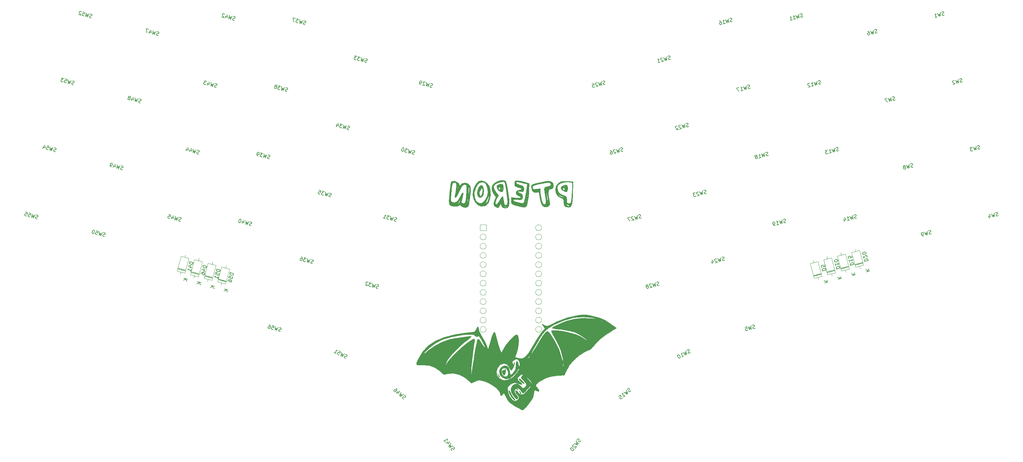
<source format=gbr>
%TF.GenerationSoftware,KiCad,Pcbnew,(5.1.9)-1*%
%TF.CreationDate,2021-03-20T23:04:42-06:00*%
%TF.ProjectId,Pteron56v0,50746572-6f6e-4353-9676-302e6b696361,rev?*%
%TF.SameCoordinates,Original*%
%TF.FileFunction,Legend,Bot*%
%TF.FilePolarity,Positive*%
%FSLAX46Y46*%
G04 Gerber Fmt 4.6, Leading zero omitted, Abs format (unit mm)*
G04 Created by KiCad (PCBNEW (5.1.9)-1) date 2021-03-20 23:04:42*
%MOMM*%
%LPD*%
G01*
G04 APERTURE LIST*
%ADD10C,0.010000*%
%ADD11C,0.120000*%
%ADD12C,0.100000*%
%ADD13C,0.200000*%
%ADD14C,0.150000*%
G04 APERTURE END LIST*
D10*
%TO.C,G\u002A\u002A\u002A*%
G36*
X155095317Y-101933567D02*
G01*
X154229591Y-102177165D01*
X153459129Y-102563769D01*
X153156259Y-102808099D01*
X152704858Y-103396335D01*
X152608052Y-104040915D01*
X152653837Y-104419899D01*
X152909180Y-105240311D01*
X153314502Y-105915519D01*
X153334613Y-105937625D01*
X153683526Y-106406276D01*
X153656067Y-106833714D01*
X153488360Y-107169286D01*
X153133982Y-108116070D01*
X153250850Y-108827146D01*
X153772603Y-109262733D01*
X154281102Y-109426388D01*
X154580004Y-109229808D01*
X154769523Y-108864622D01*
X155091113Y-108158810D01*
X155241082Y-108800364D01*
X155594791Y-109320071D01*
X156202789Y-109546098D01*
X156839162Y-109420028D01*
X157042835Y-109266250D01*
X157060375Y-109228748D01*
X156673492Y-109228748D01*
X156305694Y-109266017D01*
X155926130Y-109224000D01*
X155971483Y-109131160D01*
X156518879Y-109095847D01*
X156639905Y-109131160D01*
X156673492Y-109228748D01*
X157060375Y-109228748D01*
X157266685Y-108787659D01*
X157368736Y-108064387D01*
X157369393Y-107984760D01*
X157361676Y-107844577D01*
X156900738Y-107844577D01*
X156859153Y-108368724D01*
X156743529Y-108568876D01*
X156337283Y-108744385D01*
X156091841Y-108554566D01*
X155924453Y-107921231D01*
X155898953Y-107770865D01*
X155772697Y-107002702D01*
X155675927Y-106423367D01*
X155666323Y-106367181D01*
X155515198Y-106283693D01*
X155200716Y-106660680D01*
X155082548Y-106855094D01*
X154532341Y-107773919D01*
X154161735Y-108289595D01*
X153903301Y-108473230D01*
X153689612Y-108395932D01*
X153653292Y-108362359D01*
X153555954Y-107970720D01*
X153808645Y-107275470D01*
X153908582Y-107082281D01*
X154445956Y-106079658D01*
X153771614Y-105195551D01*
X153199871Y-104247928D01*
X153110770Y-103506679D01*
X153516523Y-102942294D01*
X154429340Y-102525259D01*
X154930301Y-102395084D01*
X155715624Y-102267248D01*
X156111842Y-102343830D01*
X156197578Y-102460556D01*
X156281832Y-102847685D01*
X156411682Y-103638582D01*
X156567297Y-104706296D01*
X156684489Y-105577706D01*
X156842986Y-106937977D01*
X156900738Y-107844577D01*
X157361676Y-107844577D01*
X157321215Y-107109660D01*
X157200674Y-106016848D01*
X157030599Y-104842325D01*
X156833823Y-103722096D01*
X156633176Y-102792163D01*
X156451489Y-102188528D01*
X156373080Y-102049725D01*
X155871437Y-101876559D01*
X155095317Y-101933567D01*
G37*
X155095317Y-101933567D02*
X154229591Y-102177165D01*
X153459129Y-102563769D01*
X153156259Y-102808099D01*
X152704858Y-103396335D01*
X152608052Y-104040915D01*
X152653837Y-104419899D01*
X152909180Y-105240311D01*
X153314502Y-105915519D01*
X153334613Y-105937625D01*
X153683526Y-106406276D01*
X153656067Y-106833714D01*
X153488360Y-107169286D01*
X153133982Y-108116070D01*
X153250850Y-108827146D01*
X153772603Y-109262733D01*
X154281102Y-109426388D01*
X154580004Y-109229808D01*
X154769523Y-108864622D01*
X155091113Y-108158810D01*
X155241082Y-108800364D01*
X155594791Y-109320071D01*
X156202789Y-109546098D01*
X156839162Y-109420028D01*
X157042835Y-109266250D01*
X157060375Y-109228748D01*
X156673492Y-109228748D01*
X156305694Y-109266017D01*
X155926130Y-109224000D01*
X155971483Y-109131160D01*
X156518879Y-109095847D01*
X156639905Y-109131160D01*
X156673492Y-109228748D01*
X157060375Y-109228748D01*
X157266685Y-108787659D01*
X157368736Y-108064387D01*
X157369393Y-107984760D01*
X157361676Y-107844577D01*
X156900738Y-107844577D01*
X156859153Y-108368724D01*
X156743529Y-108568876D01*
X156337283Y-108744385D01*
X156091841Y-108554566D01*
X155924453Y-107921231D01*
X155898953Y-107770865D01*
X155772697Y-107002702D01*
X155675927Y-106423367D01*
X155666323Y-106367181D01*
X155515198Y-106283693D01*
X155200716Y-106660680D01*
X155082548Y-106855094D01*
X154532341Y-107773919D01*
X154161735Y-108289595D01*
X153903301Y-108473230D01*
X153689612Y-108395932D01*
X153653292Y-108362359D01*
X153555954Y-107970720D01*
X153808645Y-107275470D01*
X153908582Y-107082281D01*
X154445956Y-106079658D01*
X153771614Y-105195551D01*
X153199871Y-104247928D01*
X153110770Y-103506679D01*
X153516523Y-102942294D01*
X154429340Y-102525259D01*
X154930301Y-102395084D01*
X155715624Y-102267248D01*
X156111842Y-102343830D01*
X156197578Y-102460556D01*
X156281832Y-102847685D01*
X156411682Y-103638582D01*
X156567297Y-104706296D01*
X156684489Y-105577706D01*
X156842986Y-106937977D01*
X156900738Y-107844577D01*
X157361676Y-107844577D01*
X157321215Y-107109660D01*
X157200674Y-106016848D01*
X157030599Y-104842325D01*
X156833823Y-103722096D01*
X156633176Y-102792163D01*
X156451489Y-102188528D01*
X156373080Y-102049725D01*
X155871437Y-101876559D01*
X155095317Y-101933567D01*
G36*
X171624370Y-102231558D02*
G01*
X171118792Y-102498220D01*
X170845378Y-102717322D01*
X170245531Y-103533049D01*
X170051285Y-104485635D01*
X170232070Y-105430705D01*
X170757317Y-106223882D01*
X171596460Y-106720791D01*
X171699056Y-106749281D01*
X172132062Y-106946210D01*
X172315943Y-107358409D01*
X172347799Y-107945302D01*
X172407913Y-108658346D01*
X172645421Y-109014818D01*
X172949378Y-109139715D01*
X173721095Y-109286740D01*
X174179091Y-109172034D01*
X174304967Y-109009682D01*
X173839900Y-109009682D01*
X173521087Y-108970428D01*
X173149905Y-108773496D01*
X172899351Y-108565853D01*
X173140167Y-108511128D01*
X173200967Y-108510222D01*
X173684400Y-108646464D01*
X173818326Y-108773496D01*
X173839900Y-109009682D01*
X174304967Y-109009682D01*
X174483752Y-108779091D01*
X174603566Y-108305575D01*
X174710012Y-107430377D01*
X174790185Y-106286554D01*
X174827370Y-105236460D01*
X174867161Y-103252104D01*
X174754115Y-103252104D01*
X174731300Y-103965200D01*
X174671301Y-104995188D01*
X174586789Y-106126552D01*
X174581198Y-106193157D01*
X174482425Y-107227110D01*
X174374018Y-107837900D01*
X174212644Y-108136037D01*
X173954971Y-108232031D01*
X173779093Y-108238760D01*
X173368324Y-108171092D01*
X173188858Y-107868081D01*
X173149905Y-107199042D01*
X173114715Y-106604883D01*
X172413771Y-106604883D01*
X172347799Y-106614609D01*
X171828221Y-106488540D01*
X171278326Y-106233496D01*
X170826775Y-105941408D01*
X170830259Y-105856551D01*
X171250570Y-105979626D01*
X171849208Y-106223031D01*
X172324742Y-106468602D01*
X172413771Y-106604883D01*
X173114715Y-106604883D01*
X173109422Y-106515521D01*
X172893370Y-106181278D01*
X172359845Y-106011917D01*
X172214781Y-105983893D01*
X171381070Y-105651011D01*
X170856181Y-104989551D01*
X170553889Y-104021553D01*
X170735111Y-103257364D01*
X171381757Y-102715491D01*
X172475739Y-102414439D01*
X173429853Y-102356654D01*
X174216235Y-102372347D01*
X174606603Y-102481959D01*
X174739679Y-102779293D01*
X174754115Y-103252104D01*
X174867161Y-103252104D01*
X174887799Y-102222970D01*
X173245617Y-102144119D01*
X172267974Y-102129128D01*
X171624370Y-102231558D01*
G37*
X171624370Y-102231558D02*
X171118792Y-102498220D01*
X170845378Y-102717322D01*
X170245531Y-103533049D01*
X170051285Y-104485635D01*
X170232070Y-105430705D01*
X170757317Y-106223882D01*
X171596460Y-106720791D01*
X171699056Y-106749281D01*
X172132062Y-106946210D01*
X172315943Y-107358409D01*
X172347799Y-107945302D01*
X172407913Y-108658346D01*
X172645421Y-109014818D01*
X172949378Y-109139715D01*
X173721095Y-109286740D01*
X174179091Y-109172034D01*
X174304967Y-109009682D01*
X173839900Y-109009682D01*
X173521087Y-108970428D01*
X173149905Y-108773496D01*
X172899351Y-108565853D01*
X173140167Y-108511128D01*
X173200967Y-108510222D01*
X173684400Y-108646464D01*
X173818326Y-108773496D01*
X173839900Y-109009682D01*
X174304967Y-109009682D01*
X174483752Y-108779091D01*
X174603566Y-108305575D01*
X174710012Y-107430377D01*
X174790185Y-106286554D01*
X174827370Y-105236460D01*
X174867161Y-103252104D01*
X174754115Y-103252104D01*
X174731300Y-103965200D01*
X174671301Y-104995188D01*
X174586789Y-106126552D01*
X174581198Y-106193157D01*
X174482425Y-107227110D01*
X174374018Y-107837900D01*
X174212644Y-108136037D01*
X173954971Y-108232031D01*
X173779093Y-108238760D01*
X173368324Y-108171092D01*
X173188858Y-107868081D01*
X173149905Y-107199042D01*
X173114715Y-106604883D01*
X172413771Y-106604883D01*
X172347799Y-106614609D01*
X171828221Y-106488540D01*
X171278326Y-106233496D01*
X170826775Y-105941408D01*
X170830259Y-105856551D01*
X171250570Y-105979626D01*
X171849208Y-106223031D01*
X172324742Y-106468602D01*
X172413771Y-106604883D01*
X173114715Y-106604883D01*
X173109422Y-106515521D01*
X172893370Y-106181278D01*
X172359845Y-106011917D01*
X172214781Y-105983893D01*
X171381070Y-105651011D01*
X170856181Y-104989551D01*
X170553889Y-104021553D01*
X170735111Y-103257364D01*
X171381757Y-102715491D01*
X172475739Y-102414439D01*
X173429853Y-102356654D01*
X174216235Y-102372347D01*
X174606603Y-102481959D01*
X174739679Y-102779293D01*
X174754115Y-103252104D01*
X174867161Y-103252104D01*
X174887799Y-102222970D01*
X173245617Y-102144119D01*
X172267974Y-102129128D01*
X171624370Y-102231558D01*
G36*
X167006816Y-102239476D02*
G01*
X165556039Y-102546297D01*
X165396220Y-102583734D01*
X164387672Y-102830543D01*
X163796809Y-103026180D01*
X163519994Y-103238492D01*
X163453592Y-103535328D01*
X163477900Y-103839598D01*
X163718420Y-104743171D01*
X164202803Y-105183147D01*
X164877742Y-105200876D01*
X165304932Y-105151748D01*
X165539529Y-105306637D01*
X165670860Y-105787001D01*
X165749723Y-106386507D01*
X166026158Y-107778696D01*
X166460076Y-108731764D01*
X167028080Y-109220541D01*
X167706770Y-109219855D01*
X168155971Y-108975062D01*
X168406474Y-108738157D01*
X168511211Y-108411117D01*
X168494529Y-108105075D01*
X168337273Y-108105075D01*
X168203589Y-108238760D01*
X168069905Y-108105075D01*
X168203589Y-107971391D01*
X168337273Y-108105075D01*
X168494529Y-108105075D01*
X168480752Y-107852329D01*
X168367111Y-107169286D01*
X168006637Y-107169286D01*
X167992421Y-107567998D01*
X167925691Y-107488926D01*
X167802536Y-107035602D01*
X167650239Y-106212465D01*
X167598435Y-105565075D01*
X167612651Y-105166364D01*
X167679381Y-105245435D01*
X167802536Y-105698760D01*
X167954833Y-106521896D01*
X168006637Y-107169286D01*
X168367111Y-107169286D01*
X168325666Y-106920180D01*
X168314055Y-106857027D01*
X168135117Y-105614884D01*
X168153988Y-104807653D01*
X168247691Y-104629286D01*
X167535168Y-104629286D01*
X167401483Y-104762970D01*
X167267799Y-104629286D01*
X167401483Y-104495602D01*
X167535168Y-104629286D01*
X168247691Y-104629286D01*
X168384964Y-104367986D01*
X168842339Y-104228533D01*
X168872010Y-104228233D01*
X169423656Y-104042076D01*
X169589809Y-103503477D01*
X169497152Y-103111836D01*
X168838822Y-103111836D01*
X168671474Y-103374163D01*
X168057736Y-103553989D01*
X167936220Y-103577453D01*
X167426067Y-103702041D01*
X167131395Y-103912690D01*
X167025528Y-104317483D01*
X167081787Y-105024504D01*
X167273497Y-106141836D01*
X167286244Y-106210869D01*
X167418368Y-107111961D01*
X167462101Y-107830030D01*
X167428320Y-108131553D01*
X167139207Y-108496041D01*
X166789130Y-108388217D01*
X166444463Y-107855122D01*
X166253779Y-107299133D01*
X166049430Y-106315233D01*
X165937924Y-105350727D01*
X165930957Y-105124982D01*
X165930957Y-104157825D01*
X164861483Y-104301271D01*
X164176792Y-104362557D01*
X163869540Y-104258228D01*
X163792740Y-103927172D01*
X163792010Y-103856610D01*
X163845808Y-103561527D01*
X164073853Y-103339000D01*
X164576120Y-103142783D01*
X165452583Y-102926632D01*
X166100896Y-102788617D01*
X167247098Y-102565492D01*
X167979343Y-102469713D01*
X168401772Y-102496282D01*
X168618529Y-102640199D01*
X168636801Y-102666904D01*
X168838822Y-103111836D01*
X169497152Y-103111836D01*
X169424277Y-102803814D01*
X169166832Y-102385194D01*
X168731749Y-102154528D01*
X168038565Y-102107421D01*
X167006816Y-102239476D01*
G37*
X167006816Y-102239476D02*
X165556039Y-102546297D01*
X165396220Y-102583734D01*
X164387672Y-102830543D01*
X163796809Y-103026180D01*
X163519994Y-103238492D01*
X163453592Y-103535328D01*
X163477900Y-103839598D01*
X163718420Y-104743171D01*
X164202803Y-105183147D01*
X164877742Y-105200876D01*
X165304932Y-105151748D01*
X165539529Y-105306637D01*
X165670860Y-105787001D01*
X165749723Y-106386507D01*
X166026158Y-107778696D01*
X166460076Y-108731764D01*
X167028080Y-109220541D01*
X167706770Y-109219855D01*
X168155971Y-108975062D01*
X168406474Y-108738157D01*
X168511211Y-108411117D01*
X168494529Y-108105075D01*
X168337273Y-108105075D01*
X168203589Y-108238760D01*
X168069905Y-108105075D01*
X168203589Y-107971391D01*
X168337273Y-108105075D01*
X168494529Y-108105075D01*
X168480752Y-107852329D01*
X168367111Y-107169286D01*
X168006637Y-107169286D01*
X167992421Y-107567998D01*
X167925691Y-107488926D01*
X167802536Y-107035602D01*
X167650239Y-106212465D01*
X167598435Y-105565075D01*
X167612651Y-105166364D01*
X167679381Y-105245435D01*
X167802536Y-105698760D01*
X167954833Y-106521896D01*
X168006637Y-107169286D01*
X168367111Y-107169286D01*
X168325666Y-106920180D01*
X168314055Y-106857027D01*
X168135117Y-105614884D01*
X168153988Y-104807653D01*
X168247691Y-104629286D01*
X167535168Y-104629286D01*
X167401483Y-104762970D01*
X167267799Y-104629286D01*
X167401483Y-104495602D01*
X167535168Y-104629286D01*
X168247691Y-104629286D01*
X168384964Y-104367986D01*
X168842339Y-104228533D01*
X168872010Y-104228233D01*
X169423656Y-104042076D01*
X169589809Y-103503477D01*
X169497152Y-103111836D01*
X168838822Y-103111836D01*
X168671474Y-103374163D01*
X168057736Y-103553989D01*
X167936220Y-103577453D01*
X167426067Y-103702041D01*
X167131395Y-103912690D01*
X167025528Y-104317483D01*
X167081787Y-105024504D01*
X167273497Y-106141836D01*
X167286244Y-106210869D01*
X167418368Y-107111961D01*
X167462101Y-107830030D01*
X167428320Y-108131553D01*
X167139207Y-108496041D01*
X166789130Y-108388217D01*
X166444463Y-107855122D01*
X166253779Y-107299133D01*
X166049430Y-106315233D01*
X165937924Y-105350727D01*
X165930957Y-105124982D01*
X165930957Y-104157825D01*
X164861483Y-104301271D01*
X164176792Y-104362557D01*
X163869540Y-104258228D01*
X163792740Y-103927172D01*
X163792010Y-103856610D01*
X163845808Y-103561527D01*
X164073853Y-103339000D01*
X164576120Y-103142783D01*
X165452583Y-102926632D01*
X166100896Y-102788617D01*
X167247098Y-102565492D01*
X167979343Y-102469713D01*
X168401772Y-102496282D01*
X168618529Y-102640199D01*
X168636801Y-102666904D01*
X168838822Y-103111836D01*
X169497152Y-103111836D01*
X169424277Y-102803814D01*
X169166832Y-102385194D01*
X168731749Y-102154528D01*
X168038565Y-102107421D01*
X167006816Y-102239476D01*
G36*
X159154481Y-102013344D02*
G01*
X158896495Y-102213910D01*
X158845708Y-102738563D01*
X158845694Y-102757707D01*
X158913708Y-103304269D01*
X159219228Y-103606462D01*
X159848326Y-103807493D01*
X160581930Y-104052024D01*
X160818379Y-104281800D01*
X160546583Y-104466244D01*
X160115694Y-104544685D01*
X159492307Y-104800598D01*
X159252682Y-105266773D01*
X159421409Y-105769450D01*
X159896628Y-106092764D01*
X160476553Y-106390995D01*
X160560939Y-106621988D01*
X160188123Y-106748838D01*
X159396444Y-106734638D01*
X159246747Y-106718394D01*
X157909905Y-106560065D01*
X157909905Y-107497864D01*
X157936878Y-108024214D01*
X158098833Y-108349991D01*
X158517320Y-108582609D01*
X159313889Y-108829484D01*
X159464813Y-108871948D01*
X160650502Y-109184534D01*
X161431318Y-109301031D01*
X161911983Y-109187393D01*
X162197219Y-108809573D01*
X162391747Y-108133527D01*
X162440421Y-107904549D01*
X162472208Y-107704023D01*
X162187799Y-107704023D01*
X162089973Y-107924097D01*
X162009554Y-107882268D01*
X161977555Y-107564965D01*
X162009554Y-107525777D01*
X162168504Y-107562479D01*
X162187799Y-107704023D01*
X162472208Y-107704023D01*
X162605674Y-106862077D01*
X162672996Y-106211216D01*
X162434060Y-106211216D01*
X162384902Y-106557997D01*
X162293633Y-106562137D01*
X162229807Y-106204293D01*
X162272525Y-106049681D01*
X162391245Y-105948407D01*
X162434060Y-106211216D01*
X162672996Y-106211216D01*
X162736471Y-105597566D01*
X162793587Y-104636401D01*
X162850684Y-102936716D01*
X162373851Y-102936716D01*
X162009255Y-105253527D01*
X161799888Y-106592126D01*
X161627981Y-107480217D01*
X161427840Y-107991987D01*
X161133774Y-108201620D01*
X160680089Y-108183303D01*
X160001091Y-108011221D01*
X159651636Y-107915938D01*
X158829637Y-107623103D01*
X158454403Y-107347162D01*
X158532455Y-107154910D01*
X159070311Y-107113143D01*
X159579928Y-107181321D01*
X160442263Y-107259777D01*
X160916005Y-107053958D01*
X161099853Y-106499788D01*
X161114231Y-106185250D01*
X160922288Y-105672169D01*
X160537689Y-105516829D01*
X160026904Y-105313429D01*
X159847783Y-105099568D01*
X159927199Y-104889869D01*
X160423808Y-104906612D01*
X160562104Y-104932463D01*
X161131955Y-105002352D01*
X161351003Y-104802805D01*
X161385694Y-104271960D01*
X161324994Y-103725091D01*
X161044614Y-103412515D01*
X160397136Y-103180785D01*
X160316220Y-103158760D01*
X159651182Y-102900907D01*
X159276866Y-102602943D01*
X159246747Y-102509888D01*
X159331178Y-102327785D01*
X159656910Y-102299214D01*
X160332594Y-102426467D01*
X160810299Y-102542856D01*
X162373851Y-102936716D01*
X162850684Y-102936716D01*
X162856220Y-102771938D01*
X161786747Y-102415228D01*
X160839668Y-102165438D01*
X159905456Y-102016162D01*
X159781483Y-102007060D01*
X159154481Y-102013344D01*
G37*
X159154481Y-102013344D02*
X158896495Y-102213910D01*
X158845708Y-102738563D01*
X158845694Y-102757707D01*
X158913708Y-103304269D01*
X159219228Y-103606462D01*
X159848326Y-103807493D01*
X160581930Y-104052024D01*
X160818379Y-104281800D01*
X160546583Y-104466244D01*
X160115694Y-104544685D01*
X159492307Y-104800598D01*
X159252682Y-105266773D01*
X159421409Y-105769450D01*
X159896628Y-106092764D01*
X160476553Y-106390995D01*
X160560939Y-106621988D01*
X160188123Y-106748838D01*
X159396444Y-106734638D01*
X159246747Y-106718394D01*
X157909905Y-106560065D01*
X157909905Y-107497864D01*
X157936878Y-108024214D01*
X158098833Y-108349991D01*
X158517320Y-108582609D01*
X159313889Y-108829484D01*
X159464813Y-108871948D01*
X160650502Y-109184534D01*
X161431318Y-109301031D01*
X161911983Y-109187393D01*
X162197219Y-108809573D01*
X162391747Y-108133527D01*
X162440421Y-107904549D01*
X162472208Y-107704023D01*
X162187799Y-107704023D01*
X162089973Y-107924097D01*
X162009554Y-107882268D01*
X161977555Y-107564965D01*
X162009554Y-107525777D01*
X162168504Y-107562479D01*
X162187799Y-107704023D01*
X162472208Y-107704023D01*
X162605674Y-106862077D01*
X162672996Y-106211216D01*
X162434060Y-106211216D01*
X162384902Y-106557997D01*
X162293633Y-106562137D01*
X162229807Y-106204293D01*
X162272525Y-106049681D01*
X162391245Y-105948407D01*
X162434060Y-106211216D01*
X162672996Y-106211216D01*
X162736471Y-105597566D01*
X162793587Y-104636401D01*
X162850684Y-102936716D01*
X162373851Y-102936716D01*
X162009255Y-105253527D01*
X161799888Y-106592126D01*
X161627981Y-107480217D01*
X161427840Y-107991987D01*
X161133774Y-108201620D01*
X160680089Y-108183303D01*
X160001091Y-108011221D01*
X159651636Y-107915938D01*
X158829637Y-107623103D01*
X158454403Y-107347162D01*
X158532455Y-107154910D01*
X159070311Y-107113143D01*
X159579928Y-107181321D01*
X160442263Y-107259777D01*
X160916005Y-107053958D01*
X161099853Y-106499788D01*
X161114231Y-106185250D01*
X160922288Y-105672169D01*
X160537689Y-105516829D01*
X160026904Y-105313429D01*
X159847783Y-105099568D01*
X159927199Y-104889869D01*
X160423808Y-104906612D01*
X160562104Y-104932463D01*
X161131955Y-105002352D01*
X161351003Y-104802805D01*
X161385694Y-104271960D01*
X161324994Y-103725091D01*
X161044614Y-103412515D01*
X160397136Y-103180785D01*
X160316220Y-103158760D01*
X159651182Y-102900907D01*
X159276866Y-102602943D01*
X159246747Y-102509888D01*
X159331178Y-102327785D01*
X159656910Y-102299214D01*
X160332594Y-102426467D01*
X160810299Y-102542856D01*
X162373851Y-102936716D01*
X162850684Y-102936716D01*
X162856220Y-102771938D01*
X161786747Y-102415228D01*
X160839668Y-102165438D01*
X159905456Y-102016162D01*
X159781483Y-102007060D01*
X159154481Y-102013344D01*
G36*
X141762872Y-102117755D02*
G01*
X141480824Y-102333876D01*
X141391928Y-102687222D01*
X141270103Y-103450658D01*
X141133227Y-104501958D01*
X141031162Y-105408502D01*
X140904352Y-106760327D01*
X140862123Y-107679309D01*
X140905491Y-108260772D01*
X141035471Y-108600040D01*
X141065602Y-108639701D01*
X141493309Y-108883493D01*
X142160828Y-109019218D01*
X142882424Y-109042239D01*
X143472362Y-108947919D01*
X143744909Y-108731622D01*
X143747509Y-108706654D01*
X143855620Y-108620301D01*
X144028163Y-108840339D01*
X144545296Y-109215431D01*
X145218096Y-109308233D01*
X145880555Y-109233076D01*
X146190854Y-108942547D01*
X146262641Y-108706654D01*
X146355379Y-108159710D01*
X146478947Y-107302970D01*
X146093571Y-107302970D01*
X146064671Y-107759588D01*
X145980973Y-107799790D01*
X145970317Y-107775953D01*
X145917426Y-107245177D01*
X145960410Y-106973848D01*
X146045518Y-106864815D01*
X146091808Y-107219941D01*
X146093571Y-107302970D01*
X146478947Y-107302970D01*
X146485363Y-107258492D01*
X146627345Y-106179801D01*
X146653996Y-105966128D01*
X146774312Y-104820079D01*
X146780006Y-104517598D01*
X146476737Y-104517598D01*
X146458887Y-104762970D01*
X146371654Y-105432361D01*
X146277666Y-105804984D01*
X146251295Y-105832444D01*
X146185132Y-105594959D01*
X146148366Y-105001778D01*
X146145694Y-104762970D01*
X146191762Y-104093094D01*
X146306837Y-103720667D01*
X146353286Y-103693496D01*
X146460403Y-103928929D01*
X146476737Y-104517598D01*
X146780006Y-104517598D01*
X146788605Y-104060840D01*
X146716631Y-103686355D01*
X145702060Y-103686355D01*
X145693069Y-104521789D01*
X145685095Y-104762970D01*
X145609344Y-106243330D01*
X145489049Y-107259944D01*
X145306235Y-107883139D01*
X145042927Y-108183247D01*
X144796737Y-108238760D01*
X144370125Y-108096443D01*
X144275606Y-107904549D01*
X144344380Y-107443855D01*
X144383074Y-107278941D01*
X143938156Y-107278941D01*
X143911406Y-107559615D01*
X143710098Y-108024064D01*
X143461074Y-108414364D01*
X143334651Y-108506128D01*
X143343637Y-108298493D01*
X143521173Y-107836577D01*
X143775945Y-107388054D01*
X143938156Y-107278941D01*
X144383074Y-107278941D01*
X144512642Y-106726732D01*
X144559943Y-106551769D01*
X144753040Y-105671398D01*
X144727564Y-105271209D01*
X144508623Y-105355394D01*
X144121320Y-105928148D01*
X143854988Y-106434023D01*
X143397214Y-107290678D01*
X143030838Y-107758884D01*
X142650334Y-107947350D01*
X142362618Y-107971391D01*
X141760598Y-107875128D01*
X141452784Y-107681431D01*
X141388855Y-107282295D01*
X141387600Y-106511857D01*
X141436745Y-105528276D01*
X141524013Y-104489707D01*
X141637127Y-103554309D01*
X141763812Y-102880238D01*
X141842119Y-102665574D01*
X142226552Y-102470894D01*
X142505702Y-102515624D01*
X142764401Y-102697941D01*
X142867963Y-103072859D01*
X142840329Y-103778627D01*
X142796636Y-104195733D01*
X142677068Y-105123141D01*
X142553252Y-105889817D01*
X142486262Y-106198287D01*
X142489799Y-106571311D01*
X142691031Y-106582946D01*
X142961399Y-106294043D01*
X143342991Y-105644919D01*
X143754593Y-104774260D01*
X143766383Y-104746576D01*
X144126300Y-103960865D01*
X143429794Y-103960865D01*
X143387777Y-104340429D01*
X143294937Y-104295075D01*
X143259623Y-103747680D01*
X143294937Y-103626654D01*
X143392524Y-103593067D01*
X143429794Y-103960865D01*
X144126300Y-103960865D01*
X144195248Y-103810351D01*
X144539009Y-103280801D01*
X144877831Y-103056043D01*
X145120883Y-103025075D01*
X145455060Y-103058413D01*
X145635754Y-103238701D01*
X145702060Y-103686355D01*
X146716631Y-103686355D01*
X146690392Y-103549832D01*
X146525792Y-103225602D01*
X145983394Y-102784194D01*
X145242957Y-102607948D01*
X144518822Y-102708336D01*
X144028163Y-103091918D01*
X143812094Y-103338503D01*
X143747509Y-103244699D01*
X143521827Y-102733382D01*
X142994212Y-102326250D01*
X142347085Y-102096606D01*
X141762872Y-102117755D01*
G37*
X141762872Y-102117755D02*
X141480824Y-102333876D01*
X141391928Y-102687222D01*
X141270103Y-103450658D01*
X141133227Y-104501958D01*
X141031162Y-105408502D01*
X140904352Y-106760327D01*
X140862123Y-107679309D01*
X140905491Y-108260772D01*
X141035471Y-108600040D01*
X141065602Y-108639701D01*
X141493309Y-108883493D01*
X142160828Y-109019218D01*
X142882424Y-109042239D01*
X143472362Y-108947919D01*
X143744909Y-108731622D01*
X143747509Y-108706654D01*
X143855620Y-108620301D01*
X144028163Y-108840339D01*
X144545296Y-109215431D01*
X145218096Y-109308233D01*
X145880555Y-109233076D01*
X146190854Y-108942547D01*
X146262641Y-108706654D01*
X146355379Y-108159710D01*
X146478947Y-107302970D01*
X146093571Y-107302970D01*
X146064671Y-107759588D01*
X145980973Y-107799790D01*
X145970317Y-107775953D01*
X145917426Y-107245177D01*
X145960410Y-106973848D01*
X146045518Y-106864815D01*
X146091808Y-107219941D01*
X146093571Y-107302970D01*
X146478947Y-107302970D01*
X146485363Y-107258492D01*
X146627345Y-106179801D01*
X146653996Y-105966128D01*
X146774312Y-104820079D01*
X146780006Y-104517598D01*
X146476737Y-104517598D01*
X146458887Y-104762970D01*
X146371654Y-105432361D01*
X146277666Y-105804984D01*
X146251295Y-105832444D01*
X146185132Y-105594959D01*
X146148366Y-105001778D01*
X146145694Y-104762970D01*
X146191762Y-104093094D01*
X146306837Y-103720667D01*
X146353286Y-103693496D01*
X146460403Y-103928929D01*
X146476737Y-104517598D01*
X146780006Y-104517598D01*
X146788605Y-104060840D01*
X146716631Y-103686355D01*
X145702060Y-103686355D01*
X145693069Y-104521789D01*
X145685095Y-104762970D01*
X145609344Y-106243330D01*
X145489049Y-107259944D01*
X145306235Y-107883139D01*
X145042927Y-108183247D01*
X144796737Y-108238760D01*
X144370125Y-108096443D01*
X144275606Y-107904549D01*
X144344380Y-107443855D01*
X144383074Y-107278941D01*
X143938156Y-107278941D01*
X143911406Y-107559615D01*
X143710098Y-108024064D01*
X143461074Y-108414364D01*
X143334651Y-108506128D01*
X143343637Y-108298493D01*
X143521173Y-107836577D01*
X143775945Y-107388054D01*
X143938156Y-107278941D01*
X144383074Y-107278941D01*
X144512642Y-106726732D01*
X144559943Y-106551769D01*
X144753040Y-105671398D01*
X144727564Y-105271209D01*
X144508623Y-105355394D01*
X144121320Y-105928148D01*
X143854988Y-106434023D01*
X143397214Y-107290678D01*
X143030838Y-107758884D01*
X142650334Y-107947350D01*
X142362618Y-107971391D01*
X141760598Y-107875128D01*
X141452784Y-107681431D01*
X141388855Y-107282295D01*
X141387600Y-106511857D01*
X141436745Y-105528276D01*
X141524013Y-104489707D01*
X141637127Y-103554309D01*
X141763812Y-102880238D01*
X141842119Y-102665574D01*
X142226552Y-102470894D01*
X142505702Y-102515624D01*
X142764401Y-102697941D01*
X142867963Y-103072859D01*
X142840329Y-103778627D01*
X142796636Y-104195733D01*
X142677068Y-105123141D01*
X142553252Y-105889817D01*
X142486262Y-106198287D01*
X142489799Y-106571311D01*
X142691031Y-106582946D01*
X142961399Y-106294043D01*
X143342991Y-105644919D01*
X143754593Y-104774260D01*
X143766383Y-104746576D01*
X144126300Y-103960865D01*
X143429794Y-103960865D01*
X143387777Y-104340429D01*
X143294937Y-104295075D01*
X143259623Y-103747680D01*
X143294937Y-103626654D01*
X143392524Y-103593067D01*
X143429794Y-103960865D01*
X144126300Y-103960865D01*
X144195248Y-103810351D01*
X144539009Y-103280801D01*
X144877831Y-103056043D01*
X145120883Y-103025075D01*
X145455060Y-103058413D01*
X145635754Y-103238701D01*
X145702060Y-103686355D01*
X146716631Y-103686355D01*
X146690392Y-103549832D01*
X146525792Y-103225602D01*
X145983394Y-102784194D01*
X145242957Y-102607948D01*
X144518822Y-102708336D01*
X144028163Y-103091918D01*
X143812094Y-103338503D01*
X143747509Y-103244699D01*
X143521827Y-102733382D01*
X142994212Y-102326250D01*
X142347085Y-102096606D01*
X141762872Y-102117755D01*
G36*
X149118505Y-102072290D02*
G01*
X148383687Y-102744027D01*
X147775078Y-103873475D01*
X147483267Y-104760255D01*
X147355604Y-105964595D01*
X147584896Y-107072096D01*
X148099176Y-108002503D01*
X148826478Y-108675561D01*
X149694835Y-109011014D01*
X150632283Y-108928606D01*
X151050219Y-108738061D01*
X151654860Y-108106293D01*
X152065353Y-107117010D01*
X152224425Y-106123960D01*
X151974943Y-106123960D01*
X151939198Y-106501871D01*
X151726927Y-107101225D01*
X151430645Y-107718963D01*
X151142863Y-108152025D01*
X151011444Y-108238760D01*
X150975622Y-108026664D01*
X151151862Y-107485561D01*
X151332011Y-107084634D01*
X151669834Y-106456732D01*
X151910813Y-106129710D01*
X151974943Y-106123960D01*
X152224425Y-106123960D01*
X152257123Y-105919835D01*
X152228361Y-105219089D01*
X151500358Y-105219089D01*
X151326469Y-106219794D01*
X150958961Y-107090394D01*
X150445410Y-107755313D01*
X149833396Y-108138977D01*
X149170497Y-108165812D01*
X148504289Y-107760241D01*
X148304047Y-107534282D01*
X147837549Y-106523369D01*
X147815024Y-105294244D01*
X148235509Y-103925296D01*
X148351483Y-103683307D01*
X148789797Y-102931973D01*
X149217128Y-102552738D01*
X149788791Y-102409481D01*
X149806964Y-102407679D01*
X150452960Y-102433386D01*
X150863261Y-102764582D01*
X151076964Y-103129664D01*
X151433049Y-104163854D01*
X151500358Y-105219089D01*
X152228361Y-105219089D01*
X152205593Y-104664389D01*
X151903737Y-103541602D01*
X151385418Y-102781847D01*
X150636692Y-102226222D01*
X149823129Y-101962071D01*
X149118505Y-102072290D01*
G37*
X149118505Y-102072290D02*
X148383687Y-102744027D01*
X147775078Y-103873475D01*
X147483267Y-104760255D01*
X147355604Y-105964595D01*
X147584896Y-107072096D01*
X148099176Y-108002503D01*
X148826478Y-108675561D01*
X149694835Y-109011014D01*
X150632283Y-108928606D01*
X151050219Y-108738061D01*
X151654860Y-108106293D01*
X152065353Y-107117010D01*
X152224425Y-106123960D01*
X151974943Y-106123960D01*
X151939198Y-106501871D01*
X151726927Y-107101225D01*
X151430645Y-107718963D01*
X151142863Y-108152025D01*
X151011444Y-108238760D01*
X150975622Y-108026664D01*
X151151862Y-107485561D01*
X151332011Y-107084634D01*
X151669834Y-106456732D01*
X151910813Y-106129710D01*
X151974943Y-106123960D01*
X152224425Y-106123960D01*
X152257123Y-105919835D01*
X152228361Y-105219089D01*
X151500358Y-105219089D01*
X151326469Y-106219794D01*
X150958961Y-107090394D01*
X150445410Y-107755313D01*
X149833396Y-108138977D01*
X149170497Y-108165812D01*
X148504289Y-107760241D01*
X148304047Y-107534282D01*
X147837549Y-106523369D01*
X147815024Y-105294244D01*
X148235509Y-103925296D01*
X148351483Y-103683307D01*
X148789797Y-102931973D01*
X149217128Y-102552738D01*
X149788791Y-102409481D01*
X149806964Y-102407679D01*
X150452960Y-102433386D01*
X150863261Y-102764582D01*
X151076964Y-103129664D01*
X151433049Y-104163854D01*
X151500358Y-105219089D01*
X152228361Y-105219089D01*
X152205593Y-104664389D01*
X151903737Y-103541602D01*
X151385418Y-102781847D01*
X150636692Y-102226222D01*
X149823129Y-101962071D01*
X149118505Y-102072290D01*
G36*
X154904199Y-102941293D02*
G01*
X154189858Y-103149133D01*
X153944974Y-103512863D01*
X154063339Y-104121254D01*
X154511366Y-104688966D01*
X155109633Y-105011697D01*
X155277659Y-105030339D01*
X155601684Y-104925726D01*
X155745382Y-104523680D01*
X155758415Y-104228233D01*
X155461373Y-104228233D01*
X155419355Y-104607798D01*
X155326516Y-104562444D01*
X155296331Y-104094549D01*
X154968852Y-104094549D01*
X154824481Y-104450355D01*
X154701483Y-104495602D01*
X154464280Y-104279045D01*
X154434115Y-104094549D01*
X154578486Y-103738743D01*
X154701483Y-103693496D01*
X154938687Y-103910053D01*
X154968852Y-104094549D01*
X155296331Y-104094549D01*
X155291202Y-104015048D01*
X155326516Y-103894023D01*
X155424103Y-103860435D01*
X155461373Y-104228233D01*
X155758415Y-104228233D01*
X155770957Y-103943925D01*
X155746104Y-103254910D01*
X155590357Y-102959685D01*
X155181936Y-102917378D01*
X154904199Y-102941293D01*
G37*
X154904199Y-102941293D02*
X154189858Y-103149133D01*
X153944974Y-103512863D01*
X154063339Y-104121254D01*
X154511366Y-104688966D01*
X155109633Y-105011697D01*
X155277659Y-105030339D01*
X155601684Y-104925726D01*
X155745382Y-104523680D01*
X155758415Y-104228233D01*
X155461373Y-104228233D01*
X155419355Y-104607798D01*
X155326516Y-104562444D01*
X155296331Y-104094549D01*
X154968852Y-104094549D01*
X154824481Y-104450355D01*
X154701483Y-104495602D01*
X154464280Y-104279045D01*
X154434115Y-104094549D01*
X154578486Y-103738743D01*
X154701483Y-103693496D01*
X154938687Y-103910053D01*
X154968852Y-104094549D01*
X155296331Y-104094549D01*
X155291202Y-104015048D01*
X155326516Y-103894023D01*
X155424103Y-103860435D01*
X155461373Y-104228233D01*
X155758415Y-104228233D01*
X155770957Y-103943925D01*
X155746104Y-103254910D01*
X155590357Y-102959685D01*
X155181936Y-102917378D01*
X154904199Y-102941293D01*
G36*
X172155817Y-103312526D02*
G01*
X171672293Y-103678476D01*
X171545694Y-103995241D01*
X171763182Y-104411349D01*
X172264186Y-104812530D01*
X172821518Y-105025354D01*
X172901634Y-105030339D01*
X173258826Y-104917775D01*
X173402143Y-104488495D01*
X173406398Y-104377697D01*
X172615168Y-104377697D01*
X172485550Y-104654438D01*
X172347799Y-104629286D01*
X172090630Y-104287467D01*
X172080431Y-104212454D01*
X172284364Y-103968066D01*
X172347799Y-103960865D01*
X172582445Y-104178493D01*
X172615168Y-104377697D01*
X173406398Y-104377697D01*
X173417273Y-104094549D01*
X173378503Y-103629574D01*
X172766573Y-103629574D01*
X172503764Y-103672388D01*
X172156983Y-103623231D01*
X172152843Y-103531961D01*
X172510686Y-103468136D01*
X172665299Y-103510853D01*
X172766573Y-103629574D01*
X173378503Y-103629574D01*
X173364232Y-103458427D01*
X173137922Y-103198747D01*
X172802326Y-103158760D01*
X172155817Y-103312526D01*
G37*
X172155817Y-103312526D02*
X171672293Y-103678476D01*
X171545694Y-103995241D01*
X171763182Y-104411349D01*
X172264186Y-104812530D01*
X172821518Y-105025354D01*
X172901634Y-105030339D01*
X173258826Y-104917775D01*
X173402143Y-104488495D01*
X173406398Y-104377697D01*
X172615168Y-104377697D01*
X172485550Y-104654438D01*
X172347799Y-104629286D01*
X172090630Y-104287467D01*
X172080431Y-104212454D01*
X172284364Y-103968066D01*
X172347799Y-103960865D01*
X172582445Y-104178493D01*
X172615168Y-104377697D01*
X173406398Y-104377697D01*
X173417273Y-104094549D01*
X173378503Y-103629574D01*
X172766573Y-103629574D01*
X172503764Y-103672388D01*
X172156983Y-103623231D01*
X172152843Y-103531961D01*
X172510686Y-103468136D01*
X172665299Y-103510853D01*
X172766573Y-103629574D01*
X173378503Y-103629574D01*
X173364232Y-103458427D01*
X173137922Y-103198747D01*
X172802326Y-103158760D01*
X172155817Y-103312526D01*
G36*
X149396183Y-103369878D02*
G01*
X148989309Y-103905966D01*
X148695542Y-104664138D01*
X148593571Y-105488983D01*
X148603182Y-105648943D01*
X148841599Y-106318481D01*
X149293287Y-106620151D01*
X149806558Y-106509239D01*
X150153004Y-106105822D01*
X150357513Y-105425996D01*
X150392168Y-104615256D01*
X150356340Y-104379442D01*
X150098351Y-104379442D01*
X150061189Y-105026155D01*
X149871934Y-105716284D01*
X149648151Y-106235744D01*
X149497215Y-106295239D01*
X149463537Y-106233496D01*
X149086747Y-106233496D01*
X148953062Y-106367181D01*
X148819378Y-106233496D01*
X148953062Y-106099812D01*
X149086747Y-106233496D01*
X149463537Y-106233496D01*
X149300144Y-105933949D01*
X149288302Y-105908463D01*
X149166670Y-105346519D01*
X149405784Y-104740621D01*
X149514718Y-104571621D01*
X149856451Y-104101150D01*
X150017443Y-104051064D01*
X150098351Y-104379442D01*
X150356340Y-104379442D01*
X150276949Y-103856913D01*
X150031840Y-103334279D01*
X149837474Y-103211282D01*
X149396183Y-103369878D01*
G37*
X149396183Y-103369878D02*
X148989309Y-103905966D01*
X148695542Y-104664138D01*
X148593571Y-105488983D01*
X148603182Y-105648943D01*
X148841599Y-106318481D01*
X149293287Y-106620151D01*
X149806558Y-106509239D01*
X150153004Y-106105822D01*
X150357513Y-105425996D01*
X150392168Y-104615256D01*
X150356340Y-104379442D01*
X150098351Y-104379442D01*
X150061189Y-105026155D01*
X149871934Y-105716284D01*
X149648151Y-106235744D01*
X149497215Y-106295239D01*
X149463537Y-106233496D01*
X149086747Y-106233496D01*
X148953062Y-106367181D01*
X148819378Y-106233496D01*
X148953062Y-106099812D01*
X149086747Y-106233496D01*
X149463537Y-106233496D01*
X149300144Y-105933949D01*
X149288302Y-105908463D01*
X149166670Y-105346519D01*
X149405784Y-104740621D01*
X149514718Y-104571621D01*
X149856451Y-104101150D01*
X150017443Y-104051064D01*
X150098351Y-104379442D01*
X150356340Y-104379442D01*
X150276949Y-103856913D01*
X150031840Y-103334279D01*
X149837474Y-103211282D01*
X149396183Y-103369878D01*
G36*
X156201371Y-153684637D02*
G01*
X156226560Y-153824847D01*
X156134329Y-154074131D01*
X155928313Y-154064500D01*
X155537667Y-154147075D01*
X155418731Y-154554085D01*
X155572634Y-155021037D01*
X155919399Y-155425195D01*
X156189698Y-155301071D01*
X156373250Y-154716278D01*
X156421513Y-154079409D01*
X156323879Y-153691480D01*
X156201371Y-153684637D01*
G37*
X156201371Y-153684637D02*
X156226560Y-153824847D01*
X156134329Y-154074131D01*
X155928313Y-154064500D01*
X155537667Y-154147075D01*
X155418731Y-154554085D01*
X155572634Y-155021037D01*
X155919399Y-155425195D01*
X156189698Y-155301071D01*
X156373250Y-154716278D01*
X156421513Y-154079409D01*
X156323879Y-153691480D01*
X156201371Y-153684637D01*
G36*
X154191339Y-155128522D02*
G01*
X154285468Y-155354302D01*
X154554839Y-155856815D01*
X154723570Y-155900155D01*
X154739953Y-155855974D01*
X154621230Y-155593107D01*
X154409101Y-155282922D01*
X154163044Y-154977602D01*
X154191339Y-155128522D01*
G37*
X154191339Y-155128522D02*
X154285468Y-155354302D01*
X154554839Y-155856815D01*
X154723570Y-155900155D01*
X154739953Y-155855974D01*
X154621230Y-155593107D01*
X154409101Y-155282922D01*
X154163044Y-154977602D01*
X154191339Y-155128522D01*
G36*
X160124599Y-156440491D02*
G01*
X160097696Y-156521253D01*
X160243744Y-156828013D01*
X160665066Y-157249354D01*
X161179307Y-157623232D01*
X161505511Y-157772272D01*
X161544278Y-157661126D01*
X161265755Y-157283642D01*
X161109001Y-157112427D01*
X160558598Y-156560181D01*
X160262629Y-156355005D01*
X160124599Y-156440491D01*
G37*
X160124599Y-156440491D02*
X160097696Y-156521253D01*
X160243744Y-156828013D01*
X160665066Y-157249354D01*
X161179307Y-157623232D01*
X161505511Y-157772272D01*
X161544278Y-157661126D01*
X161265755Y-157283642D01*
X161109001Y-157112427D01*
X160558598Y-156560181D01*
X160262629Y-156355005D01*
X160124599Y-156440491D01*
G36*
X159457606Y-159254440D02*
G01*
X159451918Y-159417474D01*
X159583645Y-159472746D01*
X159821540Y-159435213D01*
X159801951Y-159346707D01*
X159503741Y-159233675D01*
X159457606Y-159254440D01*
G37*
X159457606Y-159254440D02*
X159451918Y-159417474D01*
X159583645Y-159472746D01*
X159821540Y-159435213D01*
X159801951Y-159346707D01*
X159503741Y-159233675D01*
X159457606Y-159254440D01*
G36*
X160144848Y-159768562D02*
G01*
X160238977Y-159994342D01*
X160508349Y-160496855D01*
X160677079Y-160540195D01*
X160693462Y-160496014D01*
X160574739Y-160233146D01*
X160362610Y-159922962D01*
X160116553Y-159617641D01*
X160144848Y-159768562D01*
G37*
X160144848Y-159768562D02*
X160238977Y-159994342D01*
X160508349Y-160496855D01*
X160677079Y-160540195D01*
X160693462Y-160496014D01*
X160574739Y-160233146D01*
X160362610Y-159922962D01*
X160116553Y-159617641D01*
X160144848Y-159768562D01*
G36*
X157325339Y-159654980D02*
G01*
X157297947Y-159738831D01*
X157377952Y-160201158D01*
X157698719Y-160877093D01*
X158145347Y-161580936D01*
X158602931Y-162126987D01*
X158898196Y-162325078D01*
X158998595Y-162211140D01*
X158804055Y-161865702D01*
X158397013Y-161352151D01*
X158167192Y-161081058D01*
X157918436Y-160660931D01*
X157675242Y-160076202D01*
X157466064Y-159615156D01*
X157325339Y-159654980D01*
G37*
X157325339Y-159654980D02*
X157297947Y-159738831D01*
X157377952Y-160201158D01*
X157698719Y-160877093D01*
X158145347Y-161580936D01*
X158602931Y-162126987D01*
X158898196Y-162325078D01*
X158998595Y-162211140D01*
X158804055Y-161865702D01*
X158397013Y-161352151D01*
X158167192Y-161081058D01*
X157918436Y-160660931D01*
X157675242Y-160076202D01*
X157466064Y-159615156D01*
X157325339Y-159654980D01*
G36*
X180770079Y-139286737D02*
G01*
X179435250Y-138968206D01*
X178405316Y-138809787D01*
X177481365Y-138792377D01*
X176565324Y-138882931D01*
X173449084Y-139573049D01*
X170352300Y-140794199D01*
X169682527Y-141129696D01*
X168707318Y-141613915D01*
X168052129Y-141858272D01*
X167576454Y-141894676D01*
X167139787Y-141755040D01*
X167072300Y-141722534D01*
X166318519Y-141349829D01*
X166768564Y-141969236D01*
X167218608Y-142588644D01*
X166408598Y-143487339D01*
X165878003Y-144167489D01*
X165230243Y-145127387D01*
X164595585Y-146172736D01*
X164527379Y-146293115D01*
X163566733Y-147957485D01*
X162781887Y-149188915D01*
X162120584Y-150038134D01*
X161530570Y-150555870D01*
X160959589Y-150792852D01*
X160355384Y-150799806D01*
X159968873Y-150718363D01*
X158994528Y-150457288D01*
X159504952Y-149120101D01*
X159767015Y-148179192D01*
X159930364Y-147082997D01*
X159988149Y-145991710D01*
X159933518Y-145065523D01*
X159759621Y-144464635D01*
X159707035Y-144394478D01*
X159333857Y-144350717D01*
X158747929Y-144683052D01*
X158024755Y-145317183D01*
X157239832Y-146178813D01*
X156468661Y-147193641D01*
X155829955Y-148209862D01*
X155228422Y-149278803D01*
X154761932Y-148143307D01*
X154453607Y-147273405D01*
X154117458Y-146144343D01*
X153863494Y-145153861D01*
X153626114Y-144206932D01*
X153443889Y-143710493D01*
X153274836Y-143589193D01*
X153085100Y-143756869D01*
X152854801Y-144224547D01*
X152557204Y-145051327D01*
X152249037Y-146076155D01*
X152186568Y-146307982D01*
X151634481Y-148402135D01*
X151523043Y-148115023D01*
X150808002Y-147923429D01*
X150724359Y-147925640D01*
X150410136Y-147520562D01*
X149949903Y-146849836D01*
X149386868Y-146033401D01*
X149035508Y-145607641D01*
X148821509Y-145511400D01*
X148670555Y-145683516D01*
X148632155Y-145765375D01*
X148523682Y-146175288D01*
X148355750Y-147003320D01*
X148146897Y-148138573D01*
X147915662Y-149470147D01*
X147680581Y-150887145D01*
X147460192Y-152278667D01*
X147273033Y-153533814D01*
X147137641Y-154541687D01*
X147085718Y-155016735D01*
X147038314Y-155177020D01*
X146981530Y-154867905D01*
X146945577Y-154425585D01*
X146954486Y-153678505D01*
X147035798Y-152549827D01*
X147176241Y-151185780D01*
X147362545Y-149732594D01*
X147387020Y-149561466D01*
X147578387Y-148207002D01*
X147736990Y-147023017D01*
X147848600Y-146120430D01*
X147898985Y-145610161D01*
X147900413Y-145559729D01*
X147718340Y-145436673D01*
X147228118Y-145637232D01*
X146497493Y-146104697D01*
X145594209Y-146782356D01*
X144586010Y-147613498D01*
X143540643Y-148541412D01*
X142525848Y-149509388D01*
X141609372Y-150460714D01*
X140858959Y-151338679D01*
X140625099Y-151650130D01*
X140136832Y-152324701D01*
X139919112Y-152582337D01*
X139935133Y-152443685D01*
X140148088Y-151929391D01*
X140154720Y-151913980D01*
X140293292Y-151674310D01*
X133898723Y-149960890D01*
X133734994Y-150055419D01*
X133640465Y-149891690D01*
X133804194Y-149797161D01*
X133898723Y-149960890D01*
X140293292Y-151674310D01*
X140759075Y-150868711D01*
X141716824Y-149641037D01*
X142931370Y-148337432D01*
X144306117Y-147064369D01*
X145255635Y-146291562D01*
X146073487Y-145638430D01*
X146665574Y-145116354D01*
X146951427Y-144799050D01*
X146950521Y-144738904D01*
X146531443Y-144738002D01*
X145724211Y-144817683D01*
X144665752Y-144957350D01*
X143492989Y-145136407D01*
X142342848Y-145334255D01*
X141352252Y-145530299D01*
X140789186Y-145665732D01*
X138940071Y-146336571D01*
X137086492Y-147289653D01*
X135473895Y-148395126D01*
X135206134Y-148619387D01*
X134492906Y-149206765D01*
X134125901Y-149441768D01*
X134087511Y-149363905D01*
X134360131Y-149012684D01*
X134926154Y-148427614D01*
X135553248Y-147840447D01*
X137229414Y-146585046D01*
X139195211Y-145610026D01*
X141509070Y-144894756D01*
X144229422Y-144418602D01*
X145658993Y-144272045D01*
X146796098Y-144213550D01*
X147528105Y-144255268D01*
X147794411Y-144393728D01*
X147794458Y-144394466D01*
X148009965Y-144695901D01*
X148436265Y-144840694D01*
X148807683Y-144766752D01*
X148885145Y-144649385D01*
X149044429Y-144665829D01*
X149364686Y-145049540D01*
X149774553Y-145686157D01*
X150202670Y-146461319D01*
X150577677Y-147260666D01*
X150688716Y-147539752D01*
X150808002Y-147923429D01*
X151523043Y-148115023D01*
X151202815Y-147289987D01*
X150805706Y-146427582D01*
X150249814Y-145408018D01*
X149869720Y-144787083D01*
X149385219Y-143918556D01*
X149062786Y-143107951D01*
X148980092Y-142654006D01*
X148931630Y-142165746D01*
X148739717Y-142149127D01*
X148678669Y-142200057D01*
X148347144Y-142691403D01*
X148215061Y-143033858D01*
X148043100Y-143319901D01*
X147645015Y-143516513D01*
X146914824Y-143656653D01*
X145870231Y-143763069D01*
X142525899Y-144214311D01*
X139620017Y-144971284D01*
X137152154Y-146034228D01*
X135121875Y-147403381D01*
X133528750Y-149078981D01*
X132372345Y-151061267D01*
X132287797Y-151259245D01*
X131985316Y-152045891D01*
X131952355Y-152480545D01*
X132265605Y-152651385D01*
X133001762Y-152646586D01*
X133464980Y-152612671D01*
X135313118Y-152709505D01*
X136979512Y-153281291D01*
X138326328Y-154239490D01*
X139409033Y-155269026D01*
X140557035Y-154975606D01*
X142068203Y-154859030D01*
X143646061Y-155239568D01*
X145221650Y-156097089D01*
X145737393Y-156487866D01*
X147063827Y-157568494D01*
X148088286Y-157089065D01*
X148724700Y-156835418D01*
X149280313Y-156776935D01*
X149967385Y-156917757D01*
X150645541Y-157138977D01*
X151842351Y-157648057D01*
X152968471Y-158295752D01*
X153921146Y-159003806D01*
X154597622Y-159693967D01*
X154895147Y-160287979D01*
X154900502Y-160379439D01*
X155003140Y-160936604D01*
X155277202Y-161052744D01*
X155599505Y-160686572D01*
X155628887Y-160623554D01*
X155783293Y-160390087D01*
X155967971Y-160466085D01*
X156251279Y-160917358D01*
X156557826Y-161517881D01*
X157024447Y-162351111D01*
X157539251Y-162946928D01*
X158273671Y-163475205D01*
X158892387Y-163831151D01*
X159768595Y-164317164D01*
X160488528Y-164722176D01*
X160893222Y-164956667D01*
X161192424Y-164943479D01*
X161650512Y-164583089D01*
X162319014Y-163830466D01*
X162641857Y-163428553D01*
X163372352Y-162458654D01*
X163817948Y-161727122D01*
X164057981Y-161080824D01*
X164157527Y-160502994D01*
X164253824Y-159785541D01*
X164388346Y-159498692D01*
X164658388Y-159541588D01*
X164940248Y-159691604D01*
X165413871Y-159890636D01*
X165570150Y-159745768D01*
X165571255Y-159662986D01*
X165364468Y-159198046D01*
X165056515Y-158866758D01*
X164948076Y-158745671D01*
X163392692Y-158328907D01*
X163204329Y-158678880D01*
X163038069Y-158917748D01*
X162127669Y-159999004D01*
X161304685Y-160616542D01*
X160597665Y-160757716D01*
X160035157Y-160409883D01*
X159946646Y-160286961D01*
X159561051Y-159836157D01*
X159308521Y-159675827D01*
X159062645Y-159753014D01*
X159099883Y-160097310D01*
X159374533Y-160554134D01*
X159650096Y-160831125D01*
X160067616Y-161397656D01*
X159955100Y-161942610D01*
X159489185Y-162334066D01*
X159078542Y-162547334D01*
X158777949Y-162537829D01*
X158388326Y-162253093D01*
X158061385Y-161957821D01*
X157475771Y-161185787D01*
X157070273Y-160206976D01*
X156927431Y-159255230D01*
X156975293Y-158880786D01*
X157293060Y-158393572D01*
X157888980Y-157895700D01*
X158017652Y-157816745D01*
X158667524Y-157510118D01*
X159230573Y-157489970D01*
X159980632Y-157747002D01*
X159987446Y-157749865D01*
X160689895Y-157985499D01*
X160948618Y-157933941D01*
X160754485Y-157619565D01*
X160211372Y-157152203D01*
X159701734Y-156639767D01*
X159678426Y-156174704D01*
X160143159Y-155633757D01*
X160233505Y-155556463D01*
X160745212Y-155224188D01*
X161070041Y-155169650D01*
X161098149Y-155375534D01*
X160887850Y-155659600D01*
X160687704Y-155978428D01*
X160785755Y-156323230D01*
X161234079Y-156838417D01*
X161357448Y-156961829D01*
X161944899Y-157617684D01*
X162120073Y-158088028D01*
X161901637Y-158503950D01*
X161613818Y-158762376D01*
X161242014Y-158999576D01*
X160949687Y-158894634D01*
X160639224Y-158554140D01*
X160064876Y-158054383D01*
X159559948Y-157805596D01*
X158873935Y-157866402D01*
X158262599Y-158314591D01*
X157880874Y-159008864D01*
X157824695Y-159388143D01*
X157973479Y-160078505D01*
X158357112Y-160859363D01*
X158853909Y-161532180D01*
X159342184Y-161898423D01*
X159368047Y-161906178D01*
X159740284Y-161864562D01*
X159784384Y-161527809D01*
X159513273Y-161012631D01*
X159233902Y-160694937D01*
X158788159Y-160036629D01*
X158842212Y-159482893D01*
X159387009Y-159095262D01*
X159473459Y-159066347D01*
X159920221Y-159061296D01*
X160376019Y-159410982D01*
X160614206Y-159691862D01*
X161239262Y-160477008D01*
X162242153Y-159358210D01*
X162872997Y-158689937D01*
X163269379Y-158339715D01*
X163392692Y-158328907D01*
X164948076Y-158745671D01*
X164700894Y-158469659D01*
X164716095Y-158078239D01*
X164744103Y-158046010D01*
X163625540Y-157746292D01*
X163389015Y-157545059D01*
X163008587Y-157131434D01*
X162577539Y-156609418D01*
X162189156Y-156083012D01*
X162065380Y-155892461D01*
X162102955Y-155853398D01*
X162428473Y-156132318D01*
X162598404Y-156296814D01*
X163170909Y-156948361D01*
X163597614Y-157577886D01*
X163624876Y-157631131D01*
X163625540Y-157746292D01*
X164744103Y-158046010D01*
X165137991Y-157592764D01*
X165669442Y-157162630D01*
X166411009Y-156734930D01*
X161758478Y-155488288D01*
X161594749Y-155582817D01*
X161500220Y-155419088D01*
X161663949Y-155324559D01*
X161758478Y-155488288D01*
X166411009Y-156734930D01*
X167162105Y-156301736D01*
X168255874Y-155940975D01*
X160113751Y-153759299D01*
X159931579Y-154169086D01*
X159538607Y-154767958D01*
X159000896Y-155445304D01*
X158834445Y-155632808D01*
X158019705Y-156261866D01*
X157011761Y-156683414D01*
X156035137Y-156816624D01*
X155685433Y-156766387D01*
X155033684Y-156476075D01*
X154554081Y-156151571D01*
X154007179Y-155393078D01*
X153867764Y-154468494D01*
X154113231Y-153529485D01*
X154720980Y-152727718D01*
X155105240Y-152452916D01*
X155969841Y-152198809D01*
X156739192Y-152457889D01*
X157364167Y-153210602D01*
X157453131Y-153387549D01*
X157742424Y-153939932D01*
X157973666Y-154096456D01*
X158230894Y-153826360D01*
X158598149Y-153098881D01*
X158671004Y-152941733D01*
X158865389Y-152337530D01*
X158841127Y-151945356D01*
X158830276Y-151932033D01*
X158683253Y-151952559D01*
X158674143Y-152225465D01*
X158671477Y-152559633D01*
X158495941Y-152418590D01*
X158392199Y-152279090D01*
X158210587Y-151838730D01*
X158475427Y-151433587D01*
X158497289Y-151412993D01*
X159040268Y-151059455D01*
X159365004Y-150960164D01*
X159787512Y-151149610D01*
X160125960Y-151679820D01*
X160289023Y-152356865D01*
X160245539Y-152829961D01*
X160127412Y-153076560D01*
X160022742Y-152857670D01*
X159940600Y-152392408D01*
X159745113Y-151736385D01*
X159495234Y-151557225D01*
X159291689Y-151820047D01*
X159235203Y-152489970D01*
X159246557Y-152632759D01*
X159109589Y-153795722D01*
X158476820Y-154797135D01*
X158173997Y-155072453D01*
X157843602Y-155297290D01*
X157670553Y-155202542D01*
X157657868Y-155143676D01*
X157115744Y-154998415D01*
X156948826Y-155594383D01*
X156871367Y-155685459D01*
X156390761Y-155823736D01*
X155816861Y-155623758D01*
X155377382Y-155174941D01*
X155332833Y-155081342D01*
X155206658Y-154332622D01*
X155409149Y-153748377D01*
X155837408Y-153434000D01*
X156388528Y-153494885D01*
X156680363Y-153701192D01*
X157017819Y-154279707D01*
X157115744Y-154998415D01*
X157657868Y-155143676D01*
X157561538Y-154696716D01*
X157525401Y-154436542D01*
X157251263Y-153402081D01*
X156769307Y-152857242D01*
X156072109Y-152795875D01*
X155694411Y-152920809D01*
X154950906Y-153481751D01*
X154655668Y-154277812D01*
X154840464Y-155208747D01*
X154919004Y-155367818D01*
X155535545Y-156029691D01*
X156396852Y-156390179D01*
X157283388Y-156365778D01*
X157418206Y-156318419D01*
X158026075Y-155943962D01*
X158708940Y-155352717D01*
X159295366Y-154711989D01*
X159613917Y-154189079D01*
X159619406Y-154170261D01*
X159869912Y-153743149D01*
X160019066Y-153649209D01*
X160113751Y-153759299D01*
X168255874Y-155940975D01*
X168942856Y-155714386D01*
X170806934Y-155466654D01*
X170934276Y-155463752D01*
X172497811Y-155440189D01*
X172985692Y-154265762D01*
X173490346Y-153372629D01*
X172362660Y-153070467D01*
X172243712Y-153088109D01*
X172146911Y-152874257D01*
X172079762Y-152489478D01*
X163180443Y-150104912D01*
X162914920Y-150528252D01*
X162643815Y-150774391D01*
X162552940Y-150751459D01*
X162644634Y-150466457D01*
X162864804Y-150200285D01*
X163174455Y-149958071D01*
X163180443Y-150104912D01*
X172079762Y-152489478D01*
X172054530Y-152344892D01*
X172069562Y-152161531D01*
X172188510Y-152143889D01*
X172285311Y-152357741D01*
X172377693Y-152887107D01*
X172362660Y-153070467D01*
X173490346Y-153372629D01*
X173852627Y-152731468D01*
X175107614Y-151246519D01*
X176613203Y-149959210D01*
X177513946Y-149380269D01*
X178374718Y-148915041D01*
X179057173Y-148588143D01*
X179428867Y-148462340D01*
X179447425Y-148464020D01*
X179705386Y-148299251D01*
X180204494Y-147810123D01*
X180852063Y-147090013D01*
X181087512Y-146811643D01*
X182461965Y-145391382D01*
X184104115Y-144158049D01*
X184685687Y-143795188D01*
X186859156Y-142488821D01*
X185759052Y-141712811D01*
X183855113Y-141202652D01*
X183691384Y-141297181D01*
X183596855Y-141133452D01*
X183760584Y-141038923D01*
X183855113Y-141202652D01*
X185759052Y-141712811D01*
X185254561Y-141356944D01*
X182974261Y-140745939D01*
X182609349Y-140686745D01*
X182253593Y-140547921D01*
X182321430Y-140469983D01*
X182859314Y-140577550D01*
X182967075Y-140642983D01*
X182974261Y-140745939D01*
X185254561Y-141356944D01*
X185043583Y-141208121D01*
X184120503Y-140592239D01*
X181830301Y-139978581D01*
X179798699Y-139812881D01*
X177393509Y-139744087D01*
X175258848Y-139975515D01*
X173213624Y-140525854D01*
X172058559Y-140955140D01*
X170969815Y-141409212D01*
X170049935Y-141839327D01*
X169401461Y-142196738D01*
X169126932Y-142432701D01*
X169129067Y-142467526D01*
X169419069Y-142557747D01*
X170113857Y-142671625D01*
X171085234Y-142789539D01*
X171515905Y-142832814D01*
X172821032Y-143007766D01*
X174127440Y-143267206D01*
X175182734Y-143560021D01*
X175281744Y-143595432D01*
X176114275Y-143967244D01*
X176996106Y-144459345D01*
X177804714Y-144989322D01*
X178417574Y-145474757D01*
X178712164Y-145833239D01*
X178719214Y-145907639D01*
X178522155Y-145847011D01*
X178084581Y-145507813D01*
X177957353Y-145393587D01*
X177063086Y-144804561D01*
X175764026Y-144254149D01*
X174190093Y-143776051D01*
X172471209Y-143403960D01*
X170737294Y-143171576D01*
X169159135Y-143111623D01*
X168988365Y-143208493D01*
X169029762Y-143531805D01*
X169308638Y-144148253D01*
X169850304Y-145124528D01*
X170058761Y-145482101D01*
X170924368Y-147129764D01*
X171575456Y-148721962D01*
X171859345Y-149702708D01*
X172060105Y-150725554D01*
X172137943Y-151381101D01*
X172105704Y-151632576D01*
X171976232Y-151443206D01*
X171762372Y-150776220D01*
X171644100Y-150318915D01*
X170957552Y-148249662D01*
X169923823Y-146095827D01*
X168974976Y-144545538D01*
X168568150Y-143957863D01*
X168228223Y-143564399D01*
X167908206Y-143401051D01*
X167561107Y-143503723D01*
X167139935Y-143908318D01*
X166597698Y-144650741D01*
X165887408Y-145766896D01*
X164962072Y-147292688D01*
X164607135Y-147882859D01*
X163984403Y-148888402D01*
X163600363Y-149447629D01*
X163447459Y-149588890D01*
X163518139Y-149340533D01*
X163804849Y-148730907D01*
X164300034Y-147788362D01*
X164936966Y-146645007D01*
X165823617Y-145141667D01*
X166580059Y-144019567D01*
X167302993Y-143175740D01*
X168089120Y-142507223D01*
X169035139Y-141911048D01*
X169732612Y-141538622D01*
X172503926Y-140323093D01*
X175124005Y-139603382D01*
X177625701Y-139373258D01*
X179930795Y-139604060D01*
X181830301Y-139978581D01*
X184120503Y-140592239D01*
X184033919Y-140534470D01*
X183142513Y-140057205D01*
X182159220Y-139681843D01*
X180873890Y-139313901D01*
X180770079Y-139286737D01*
G37*
X180770079Y-139286737D02*
X179435250Y-138968206D01*
X178405316Y-138809787D01*
X177481365Y-138792377D01*
X176565324Y-138882931D01*
X173449084Y-139573049D01*
X170352300Y-140794199D01*
X169682527Y-141129696D01*
X168707318Y-141613915D01*
X168052129Y-141858272D01*
X167576454Y-141894676D01*
X167139787Y-141755040D01*
X167072300Y-141722534D01*
X166318519Y-141349829D01*
X166768564Y-141969236D01*
X167218608Y-142588644D01*
X166408598Y-143487339D01*
X165878003Y-144167489D01*
X165230243Y-145127387D01*
X164595585Y-146172736D01*
X164527379Y-146293115D01*
X163566733Y-147957485D01*
X162781887Y-149188915D01*
X162120584Y-150038134D01*
X161530570Y-150555870D01*
X160959589Y-150792852D01*
X160355384Y-150799806D01*
X159968873Y-150718363D01*
X158994528Y-150457288D01*
X159504952Y-149120101D01*
X159767015Y-148179192D01*
X159930364Y-147082997D01*
X159988149Y-145991710D01*
X159933518Y-145065523D01*
X159759621Y-144464635D01*
X159707035Y-144394478D01*
X159333857Y-144350717D01*
X158747929Y-144683052D01*
X158024755Y-145317183D01*
X157239832Y-146178813D01*
X156468661Y-147193641D01*
X155829955Y-148209862D01*
X155228422Y-149278803D01*
X154761932Y-148143307D01*
X154453607Y-147273405D01*
X154117458Y-146144343D01*
X153863494Y-145153861D01*
X153626114Y-144206932D01*
X153443889Y-143710493D01*
X153274836Y-143589193D01*
X153085100Y-143756869D01*
X152854801Y-144224547D01*
X152557204Y-145051327D01*
X152249037Y-146076155D01*
X152186568Y-146307982D01*
X151634481Y-148402135D01*
X151523043Y-148115023D01*
X150808002Y-147923429D01*
X150724359Y-147925640D01*
X150410136Y-147520562D01*
X149949903Y-146849836D01*
X149386868Y-146033401D01*
X149035508Y-145607641D01*
X148821509Y-145511400D01*
X148670555Y-145683516D01*
X148632155Y-145765375D01*
X148523682Y-146175288D01*
X148355750Y-147003320D01*
X148146897Y-148138573D01*
X147915662Y-149470147D01*
X147680581Y-150887145D01*
X147460192Y-152278667D01*
X147273033Y-153533814D01*
X147137641Y-154541687D01*
X147085718Y-155016735D01*
X147038314Y-155177020D01*
X146981530Y-154867905D01*
X146945577Y-154425585D01*
X146954486Y-153678505D01*
X147035798Y-152549827D01*
X147176241Y-151185780D01*
X147362545Y-149732594D01*
X147387020Y-149561466D01*
X147578387Y-148207002D01*
X147736990Y-147023017D01*
X147848600Y-146120430D01*
X147898985Y-145610161D01*
X147900413Y-145559729D01*
X147718340Y-145436673D01*
X147228118Y-145637232D01*
X146497493Y-146104697D01*
X145594209Y-146782356D01*
X144586010Y-147613498D01*
X143540643Y-148541412D01*
X142525848Y-149509388D01*
X141609372Y-150460714D01*
X140858959Y-151338679D01*
X140625099Y-151650130D01*
X140136832Y-152324701D01*
X139919112Y-152582337D01*
X139935133Y-152443685D01*
X140148088Y-151929391D01*
X140154720Y-151913980D01*
X140293292Y-151674310D01*
X133898723Y-149960890D01*
X133734994Y-150055419D01*
X133640465Y-149891690D01*
X133804194Y-149797161D01*
X133898723Y-149960890D01*
X140293292Y-151674310D01*
X140759075Y-150868711D01*
X141716824Y-149641037D01*
X142931370Y-148337432D01*
X144306117Y-147064369D01*
X145255635Y-146291562D01*
X146073487Y-145638430D01*
X146665574Y-145116354D01*
X146951427Y-144799050D01*
X146950521Y-144738904D01*
X146531443Y-144738002D01*
X145724211Y-144817683D01*
X144665752Y-144957350D01*
X143492989Y-145136407D01*
X142342848Y-145334255D01*
X141352252Y-145530299D01*
X140789186Y-145665732D01*
X138940071Y-146336571D01*
X137086492Y-147289653D01*
X135473895Y-148395126D01*
X135206134Y-148619387D01*
X134492906Y-149206765D01*
X134125901Y-149441768D01*
X134087511Y-149363905D01*
X134360131Y-149012684D01*
X134926154Y-148427614D01*
X135553248Y-147840447D01*
X137229414Y-146585046D01*
X139195211Y-145610026D01*
X141509070Y-144894756D01*
X144229422Y-144418602D01*
X145658993Y-144272045D01*
X146796098Y-144213550D01*
X147528105Y-144255268D01*
X147794411Y-144393728D01*
X147794458Y-144394466D01*
X148009965Y-144695901D01*
X148436265Y-144840694D01*
X148807683Y-144766752D01*
X148885145Y-144649385D01*
X149044429Y-144665829D01*
X149364686Y-145049540D01*
X149774553Y-145686157D01*
X150202670Y-146461319D01*
X150577677Y-147260666D01*
X150688716Y-147539752D01*
X150808002Y-147923429D01*
X151523043Y-148115023D01*
X151202815Y-147289987D01*
X150805706Y-146427582D01*
X150249814Y-145408018D01*
X149869720Y-144787083D01*
X149385219Y-143918556D01*
X149062786Y-143107951D01*
X148980092Y-142654006D01*
X148931630Y-142165746D01*
X148739717Y-142149127D01*
X148678669Y-142200057D01*
X148347144Y-142691403D01*
X148215061Y-143033858D01*
X148043100Y-143319901D01*
X147645015Y-143516513D01*
X146914824Y-143656653D01*
X145870231Y-143763069D01*
X142525899Y-144214311D01*
X139620017Y-144971284D01*
X137152154Y-146034228D01*
X135121875Y-147403381D01*
X133528750Y-149078981D01*
X132372345Y-151061267D01*
X132287797Y-151259245D01*
X131985316Y-152045891D01*
X131952355Y-152480545D01*
X132265605Y-152651385D01*
X133001762Y-152646586D01*
X133464980Y-152612671D01*
X135313118Y-152709505D01*
X136979512Y-153281291D01*
X138326328Y-154239490D01*
X139409033Y-155269026D01*
X140557035Y-154975606D01*
X142068203Y-154859030D01*
X143646061Y-155239568D01*
X145221650Y-156097089D01*
X145737393Y-156487866D01*
X147063827Y-157568494D01*
X148088286Y-157089065D01*
X148724700Y-156835418D01*
X149280313Y-156776935D01*
X149967385Y-156917757D01*
X150645541Y-157138977D01*
X151842351Y-157648057D01*
X152968471Y-158295752D01*
X153921146Y-159003806D01*
X154597622Y-159693967D01*
X154895147Y-160287979D01*
X154900502Y-160379439D01*
X155003140Y-160936604D01*
X155277202Y-161052744D01*
X155599505Y-160686572D01*
X155628887Y-160623554D01*
X155783293Y-160390087D01*
X155967971Y-160466085D01*
X156251279Y-160917358D01*
X156557826Y-161517881D01*
X157024447Y-162351111D01*
X157539251Y-162946928D01*
X158273671Y-163475205D01*
X158892387Y-163831151D01*
X159768595Y-164317164D01*
X160488528Y-164722176D01*
X160893222Y-164956667D01*
X161192424Y-164943479D01*
X161650512Y-164583089D01*
X162319014Y-163830466D01*
X162641857Y-163428553D01*
X163372352Y-162458654D01*
X163817948Y-161727122D01*
X164057981Y-161080824D01*
X164157527Y-160502994D01*
X164253824Y-159785541D01*
X164388346Y-159498692D01*
X164658388Y-159541588D01*
X164940248Y-159691604D01*
X165413871Y-159890636D01*
X165570150Y-159745768D01*
X165571255Y-159662986D01*
X165364468Y-159198046D01*
X165056515Y-158866758D01*
X164948076Y-158745671D01*
X163392692Y-158328907D01*
X163204329Y-158678880D01*
X163038069Y-158917748D01*
X162127669Y-159999004D01*
X161304685Y-160616542D01*
X160597665Y-160757716D01*
X160035157Y-160409883D01*
X159946646Y-160286961D01*
X159561051Y-159836157D01*
X159308521Y-159675827D01*
X159062645Y-159753014D01*
X159099883Y-160097310D01*
X159374533Y-160554134D01*
X159650096Y-160831125D01*
X160067616Y-161397656D01*
X159955100Y-161942610D01*
X159489185Y-162334066D01*
X159078542Y-162547334D01*
X158777949Y-162537829D01*
X158388326Y-162253093D01*
X158061385Y-161957821D01*
X157475771Y-161185787D01*
X157070273Y-160206976D01*
X156927431Y-159255230D01*
X156975293Y-158880786D01*
X157293060Y-158393572D01*
X157888980Y-157895700D01*
X158017652Y-157816745D01*
X158667524Y-157510118D01*
X159230573Y-157489970D01*
X159980632Y-157747002D01*
X159987446Y-157749865D01*
X160689895Y-157985499D01*
X160948618Y-157933941D01*
X160754485Y-157619565D01*
X160211372Y-157152203D01*
X159701734Y-156639767D01*
X159678426Y-156174704D01*
X160143159Y-155633757D01*
X160233505Y-155556463D01*
X160745212Y-155224188D01*
X161070041Y-155169650D01*
X161098149Y-155375534D01*
X160887850Y-155659600D01*
X160687704Y-155978428D01*
X160785755Y-156323230D01*
X161234079Y-156838417D01*
X161357448Y-156961829D01*
X161944899Y-157617684D01*
X162120073Y-158088028D01*
X161901637Y-158503950D01*
X161613818Y-158762376D01*
X161242014Y-158999576D01*
X160949687Y-158894634D01*
X160639224Y-158554140D01*
X160064876Y-158054383D01*
X159559948Y-157805596D01*
X158873935Y-157866402D01*
X158262599Y-158314591D01*
X157880874Y-159008864D01*
X157824695Y-159388143D01*
X157973479Y-160078505D01*
X158357112Y-160859363D01*
X158853909Y-161532180D01*
X159342184Y-161898423D01*
X159368047Y-161906178D01*
X159740284Y-161864562D01*
X159784384Y-161527809D01*
X159513273Y-161012631D01*
X159233902Y-160694937D01*
X158788159Y-160036629D01*
X158842212Y-159482893D01*
X159387009Y-159095262D01*
X159473459Y-159066347D01*
X159920221Y-159061296D01*
X160376019Y-159410982D01*
X160614206Y-159691862D01*
X161239262Y-160477008D01*
X162242153Y-159358210D01*
X162872997Y-158689937D01*
X163269379Y-158339715D01*
X163392692Y-158328907D01*
X164948076Y-158745671D01*
X164700894Y-158469659D01*
X164716095Y-158078239D01*
X164744103Y-158046010D01*
X163625540Y-157746292D01*
X163389015Y-157545059D01*
X163008587Y-157131434D01*
X162577539Y-156609418D01*
X162189156Y-156083012D01*
X162065380Y-155892461D01*
X162102955Y-155853398D01*
X162428473Y-156132318D01*
X162598404Y-156296814D01*
X163170909Y-156948361D01*
X163597614Y-157577886D01*
X163624876Y-157631131D01*
X163625540Y-157746292D01*
X164744103Y-158046010D01*
X165137991Y-157592764D01*
X165669442Y-157162630D01*
X166411009Y-156734930D01*
X161758478Y-155488288D01*
X161594749Y-155582817D01*
X161500220Y-155419088D01*
X161663949Y-155324559D01*
X161758478Y-155488288D01*
X166411009Y-156734930D01*
X167162105Y-156301736D01*
X168255874Y-155940975D01*
X160113751Y-153759299D01*
X159931579Y-154169086D01*
X159538607Y-154767958D01*
X159000896Y-155445304D01*
X158834445Y-155632808D01*
X158019705Y-156261866D01*
X157011761Y-156683414D01*
X156035137Y-156816624D01*
X155685433Y-156766387D01*
X155033684Y-156476075D01*
X154554081Y-156151571D01*
X154007179Y-155393078D01*
X153867764Y-154468494D01*
X154113231Y-153529485D01*
X154720980Y-152727718D01*
X155105240Y-152452916D01*
X155969841Y-152198809D01*
X156739192Y-152457889D01*
X157364167Y-153210602D01*
X157453131Y-153387549D01*
X157742424Y-153939932D01*
X157973666Y-154096456D01*
X158230894Y-153826360D01*
X158598149Y-153098881D01*
X158671004Y-152941733D01*
X158865389Y-152337530D01*
X158841127Y-151945356D01*
X158830276Y-151932033D01*
X158683253Y-151952559D01*
X158674143Y-152225465D01*
X158671477Y-152559633D01*
X158495941Y-152418590D01*
X158392199Y-152279090D01*
X158210587Y-151838730D01*
X158475427Y-151433587D01*
X158497289Y-151412993D01*
X159040268Y-151059455D01*
X159365004Y-150960164D01*
X159787512Y-151149610D01*
X160125960Y-151679820D01*
X160289023Y-152356865D01*
X160245539Y-152829961D01*
X160127412Y-153076560D01*
X160022742Y-152857670D01*
X159940600Y-152392408D01*
X159745113Y-151736385D01*
X159495234Y-151557225D01*
X159291689Y-151820047D01*
X159235203Y-152489970D01*
X159246557Y-152632759D01*
X159109589Y-153795722D01*
X158476820Y-154797135D01*
X158173997Y-155072453D01*
X157843602Y-155297290D01*
X157670553Y-155202542D01*
X157657868Y-155143676D01*
X157115744Y-154998415D01*
X156948826Y-155594383D01*
X156871367Y-155685459D01*
X156390761Y-155823736D01*
X155816861Y-155623758D01*
X155377382Y-155174941D01*
X155332833Y-155081342D01*
X155206658Y-154332622D01*
X155409149Y-153748377D01*
X155837408Y-153434000D01*
X156388528Y-153494885D01*
X156680363Y-153701192D01*
X157017819Y-154279707D01*
X157115744Y-154998415D01*
X157657868Y-155143676D01*
X157561538Y-154696716D01*
X157525401Y-154436542D01*
X157251263Y-153402081D01*
X156769307Y-152857242D01*
X156072109Y-152795875D01*
X155694411Y-152920809D01*
X154950906Y-153481751D01*
X154655668Y-154277812D01*
X154840464Y-155208747D01*
X154919004Y-155367818D01*
X155535545Y-156029691D01*
X156396852Y-156390179D01*
X157283388Y-156365778D01*
X157418206Y-156318419D01*
X158026075Y-155943962D01*
X158708940Y-155352717D01*
X159295366Y-154711989D01*
X159613917Y-154189079D01*
X159619406Y-154170261D01*
X159869912Y-153743149D01*
X160019066Y-153649209D01*
X160113751Y-153759299D01*
X168255874Y-155940975D01*
X168942856Y-155714386D01*
X170806934Y-155466654D01*
X170934276Y-155463752D01*
X172497811Y-155440189D01*
X172985692Y-154265762D01*
X173490346Y-153372629D01*
X172362660Y-153070467D01*
X172243712Y-153088109D01*
X172146911Y-152874257D01*
X172079762Y-152489478D01*
X163180443Y-150104912D01*
X162914920Y-150528252D01*
X162643815Y-150774391D01*
X162552940Y-150751459D01*
X162644634Y-150466457D01*
X162864804Y-150200285D01*
X163174455Y-149958071D01*
X163180443Y-150104912D01*
X172079762Y-152489478D01*
X172054530Y-152344892D01*
X172069562Y-152161531D01*
X172188510Y-152143889D01*
X172285311Y-152357741D01*
X172377693Y-152887107D01*
X172362660Y-153070467D01*
X173490346Y-153372629D01*
X173852627Y-152731468D01*
X175107614Y-151246519D01*
X176613203Y-149959210D01*
X177513946Y-149380269D01*
X178374718Y-148915041D01*
X179057173Y-148588143D01*
X179428867Y-148462340D01*
X179447425Y-148464020D01*
X179705386Y-148299251D01*
X180204494Y-147810123D01*
X180852063Y-147090013D01*
X181087512Y-146811643D01*
X182461965Y-145391382D01*
X184104115Y-144158049D01*
X184685687Y-143795188D01*
X186859156Y-142488821D01*
X185759052Y-141712811D01*
X183855113Y-141202652D01*
X183691384Y-141297181D01*
X183596855Y-141133452D01*
X183760584Y-141038923D01*
X183855113Y-141202652D01*
X185759052Y-141712811D01*
X185254561Y-141356944D01*
X182974261Y-140745939D01*
X182609349Y-140686745D01*
X182253593Y-140547921D01*
X182321430Y-140469983D01*
X182859314Y-140577550D01*
X182967075Y-140642983D01*
X182974261Y-140745939D01*
X185254561Y-141356944D01*
X185043583Y-141208121D01*
X184120503Y-140592239D01*
X181830301Y-139978581D01*
X179798699Y-139812881D01*
X177393509Y-139744087D01*
X175258848Y-139975515D01*
X173213624Y-140525854D01*
X172058559Y-140955140D01*
X170969815Y-141409212D01*
X170049935Y-141839327D01*
X169401461Y-142196738D01*
X169126932Y-142432701D01*
X169129067Y-142467526D01*
X169419069Y-142557747D01*
X170113857Y-142671625D01*
X171085234Y-142789539D01*
X171515905Y-142832814D01*
X172821032Y-143007766D01*
X174127440Y-143267206D01*
X175182734Y-143560021D01*
X175281744Y-143595432D01*
X176114275Y-143967244D01*
X176996106Y-144459345D01*
X177804714Y-144989322D01*
X178417574Y-145474757D01*
X178712164Y-145833239D01*
X178719214Y-145907639D01*
X178522155Y-145847011D01*
X178084581Y-145507813D01*
X177957353Y-145393587D01*
X177063086Y-144804561D01*
X175764026Y-144254149D01*
X174190093Y-143776051D01*
X172471209Y-143403960D01*
X170737294Y-143171576D01*
X169159135Y-143111623D01*
X168988365Y-143208493D01*
X169029762Y-143531805D01*
X169308638Y-144148253D01*
X169850304Y-145124528D01*
X170058761Y-145482101D01*
X170924368Y-147129764D01*
X171575456Y-148721962D01*
X171859345Y-149702708D01*
X172060105Y-150725554D01*
X172137943Y-151381101D01*
X172105704Y-151632576D01*
X171976232Y-151443206D01*
X171762372Y-150776220D01*
X171644100Y-150318915D01*
X170957552Y-148249662D01*
X169923823Y-146095827D01*
X168974976Y-144545538D01*
X168568150Y-143957863D01*
X168228223Y-143564399D01*
X167908206Y-143401051D01*
X167561107Y-143503723D01*
X167139935Y-143908318D01*
X166597698Y-144650741D01*
X165887408Y-145766896D01*
X164962072Y-147292688D01*
X164607135Y-147882859D01*
X163984403Y-148888402D01*
X163600363Y-149447629D01*
X163447459Y-149588890D01*
X163518139Y-149340533D01*
X163804849Y-148730907D01*
X164300034Y-147788362D01*
X164936966Y-146645007D01*
X165823617Y-145141667D01*
X166580059Y-144019567D01*
X167302993Y-143175740D01*
X168089120Y-142507223D01*
X169035139Y-141911048D01*
X169732612Y-141538622D01*
X172503926Y-140323093D01*
X175124005Y-139603382D01*
X177625701Y-139373258D01*
X179930795Y-139604060D01*
X181830301Y-139978581D01*
X184120503Y-140592239D01*
X184033919Y-140534470D01*
X183142513Y-140057205D01*
X182159220Y-139681843D01*
X180873890Y-139313901D01*
X180770079Y-139286737D01*
D11*
%TO.C,D5*%
X243227566Y-128253903D02*
X241063892Y-128833658D01*
X241063892Y-128833658D02*
X239966499Y-124738132D01*
X239966499Y-124738132D02*
X242130173Y-124158378D01*
X242130173Y-124158378D02*
X243227566Y-128253903D01*
X242313961Y-129171632D02*
X242145729Y-128543780D01*
X240880104Y-123820403D02*
X241048336Y-124448255D01*
X243041216Y-127558436D02*
X240877542Y-128138191D01*
X243010158Y-127442525D02*
X240846484Y-128022280D01*
X243072274Y-127674348D02*
X240908600Y-128254102D01*
%TO.C,D10*%
X246785045Y-126679508D02*
X244621371Y-127259262D01*
X246722929Y-126447685D02*
X244559255Y-127027440D01*
X246753987Y-126563596D02*
X244590313Y-127143351D01*
X244592875Y-122825563D02*
X244761107Y-123453415D01*
X246026732Y-128176792D02*
X245858500Y-127548940D01*
X245842944Y-123163538D02*
X246940337Y-127259063D01*
X243679270Y-123743292D02*
X245842944Y-123163538D01*
X244776663Y-127838818D02*
X243679270Y-123743292D01*
X246940337Y-127259063D02*
X244776663Y-127838818D01*
%TO.C,D15*%
X250743671Y-126239965D02*
X248579997Y-126819720D01*
X248579997Y-126819720D02*
X247482604Y-122724194D01*
X247482604Y-122724194D02*
X249646278Y-122144440D01*
X249646278Y-122144440D02*
X250743671Y-126239965D01*
X249830066Y-127157694D02*
X249661834Y-126529842D01*
X248396209Y-121806465D02*
X248564441Y-122434317D01*
X250557321Y-125544498D02*
X248393647Y-126124253D01*
X250526263Y-125428587D02*
X248362589Y-126008342D01*
X250588379Y-125660410D02*
X248424705Y-126240164D01*
%TO.C,D20*%
X254482271Y-124617047D02*
X252318597Y-125196801D01*
X254420155Y-124385224D02*
X252256481Y-124964979D01*
X254451213Y-124501135D02*
X252287539Y-125080890D01*
X252290101Y-120763102D02*
X252458333Y-121390954D01*
X253723958Y-126114331D02*
X253555726Y-125486479D01*
X253540170Y-121101077D02*
X254637563Y-125196602D01*
X251376496Y-121680831D02*
X253540170Y-121101077D01*
X252473889Y-125776357D02*
X251376496Y-121680831D01*
X254637563Y-125196602D02*
X252473889Y-125776357D01*
%TO.C,D41*%
X68541109Y-126793649D02*
X66377435Y-126213895D01*
X68603225Y-126561827D02*
X66439551Y-125982072D01*
X68572167Y-126677738D02*
X66408493Y-126097983D01*
X68569605Y-122359950D02*
X68401373Y-122987802D01*
X67135748Y-127711179D02*
X67303980Y-127083327D01*
X69483210Y-123277679D02*
X68385817Y-127373205D01*
X67319536Y-122697925D02*
X69483210Y-123277679D01*
X66222143Y-126793450D02*
X67319536Y-122697925D01*
X68385817Y-127373205D02*
X66222143Y-126793450D01*
%TO.C,D46*%
X72098595Y-128368044D02*
X69934921Y-127788289D01*
X69934921Y-127788289D02*
X71032314Y-123692764D01*
X71032314Y-123692764D02*
X73195988Y-124272518D01*
X73195988Y-124272518D02*
X72098595Y-128368044D01*
X70848526Y-128706018D02*
X71016758Y-128078166D01*
X72282383Y-123354789D02*
X72114151Y-123982641D01*
X72284945Y-127672577D02*
X70121271Y-127092822D01*
X72316003Y-127556666D02*
X70152329Y-126976911D01*
X72253887Y-127788488D02*
X70090213Y-127208734D01*
%TO.C,D51*%
X75966670Y-128783322D02*
X73802996Y-128203568D01*
X76028786Y-128551500D02*
X73865112Y-127971745D01*
X75997728Y-128667411D02*
X73834054Y-128087656D01*
X75995166Y-124349623D02*
X75826934Y-124977475D01*
X74561309Y-129700852D02*
X74729541Y-129073000D01*
X76908771Y-125267352D02*
X75811378Y-129362878D01*
X74745097Y-124687598D02*
X76908771Y-125267352D01*
X73647704Y-128783123D02*
X74745097Y-124687598D01*
X75811378Y-129362878D02*
X73647704Y-128783123D01*
%TO.C,D56*%
X79679443Y-129778159D02*
X77515769Y-129198405D01*
X79741559Y-129546337D02*
X77577885Y-128966582D01*
X79710501Y-129662248D02*
X77546827Y-129082493D01*
X79707939Y-125344460D02*
X79539707Y-125972312D01*
X78274082Y-130695689D02*
X78442314Y-130067837D01*
X80621544Y-126262189D02*
X79524151Y-130357715D01*
X78457870Y-125682435D02*
X80621544Y-126262189D01*
X77360477Y-129777960D02*
X78457870Y-125682435D01*
X79524151Y-130357715D02*
X77360477Y-129777960D01*
%TD*%
D12*
%TO.C,U1*%
X149417810Y-114077869D02*
X149417810Y-115730469D01*
X151070410Y-115730469D01*
X151070410Y-114077869D01*
X149417810Y-114077869D01*
X151070410Y-117444169D02*
G75*
G03*
X151070410Y-117444169I-826300J0D01*
G01*
X151070410Y-119984169D02*
G75*
G03*
X151070410Y-119984169I-826300J0D01*
G01*
X151070410Y-122524169D02*
G75*
G03*
X151070410Y-122524169I-826300J0D01*
G01*
X151070410Y-125064169D02*
G75*
G03*
X151070410Y-125064169I-826300J0D01*
G01*
X151070410Y-127604169D02*
G75*
G03*
X151070410Y-127604169I-826300J0D01*
G01*
X151070410Y-130144169D02*
G75*
G03*
X151070410Y-130144169I-826300J0D01*
G01*
X151070410Y-132684169D02*
G75*
G03*
X151070410Y-132684169I-826300J0D01*
G01*
X151070410Y-135224169D02*
G75*
G03*
X151070410Y-135224169I-826300J0D01*
G01*
X151070410Y-137764169D02*
G75*
G03*
X151070410Y-137764169I-826300J0D01*
G01*
X151070410Y-140304169D02*
G75*
G03*
X151070410Y-140304169I-826300J0D01*
G01*
X151070410Y-142844169D02*
G75*
G03*
X151070410Y-142844169I-826300J0D01*
G01*
X166310410Y-142844169D02*
G75*
G03*
X166310410Y-142844169I-826300J0D01*
G01*
X166310410Y-140304169D02*
G75*
G03*
X166310410Y-140304169I-826300J0D01*
G01*
X166310410Y-137764169D02*
G75*
G03*
X166310410Y-137764169I-826300J0D01*
G01*
X166310410Y-135224169D02*
G75*
G03*
X166310410Y-135224169I-826300J0D01*
G01*
X166310410Y-132684169D02*
G75*
G03*
X166310410Y-132684169I-826300J0D01*
G01*
X166310410Y-130144169D02*
G75*
G03*
X166310410Y-130144169I-826300J0D01*
G01*
X166310410Y-127604169D02*
G75*
G03*
X166310410Y-127604169I-826300J0D01*
G01*
X166310410Y-125064169D02*
G75*
G03*
X166310410Y-125064169I-826300J0D01*
G01*
X166310410Y-122524169D02*
G75*
G03*
X166310410Y-122524169I-826300J0D01*
G01*
X166310410Y-119984169D02*
G75*
G03*
X166310410Y-119984169I-826300J0D01*
G01*
X166310410Y-117444169D02*
G75*
G03*
X166310410Y-117444169I-826300J0D01*
G01*
X166310410Y-114904169D02*
G75*
G03*
X166310410Y-114904169I-826300J0D01*
G01*
%TD*%
%TO.C,SW26*%
D13*
X188691451Y-93816940D02*
X188565787Y-93899911D01*
X188335804Y-93961534D01*
X188231487Y-93940187D01*
X188173166Y-93906516D01*
X188102520Y-93826847D01*
X188077870Y-93734855D01*
X188099217Y-93630537D01*
X188132889Y-93572216D01*
X188212557Y-93501570D01*
X188384218Y-93406274D01*
X188463887Y-93335629D01*
X188497558Y-93277307D01*
X188518905Y-93172990D01*
X188494256Y-93080997D01*
X188423610Y-93001329D01*
X188365289Y-92967657D01*
X188260971Y-92946310D01*
X188030989Y-93007933D01*
X187905324Y-93090904D01*
X187571024Y-93131181D02*
X187599861Y-94158730D01*
X187231004Y-93518082D01*
X187231889Y-94257328D01*
X186743088Y-93353025D01*
X186445762Y-93531291D02*
X186387441Y-93497620D01*
X186283123Y-93476273D01*
X186053141Y-93537896D01*
X185973472Y-93608542D01*
X185939801Y-93666863D01*
X185918454Y-93771181D01*
X185943103Y-93863174D01*
X186026074Y-93988839D01*
X186725928Y-94392900D01*
X186127974Y-94553121D01*
X185041218Y-93809040D02*
X185225204Y-93759741D01*
X185329522Y-93781088D01*
X185387843Y-93814760D01*
X185516810Y-93928100D01*
X185612106Y-94099761D01*
X185710703Y-94467733D01*
X185689356Y-94572050D01*
X185655684Y-94630372D01*
X185576016Y-94701017D01*
X185392030Y-94750316D01*
X185287713Y-94728969D01*
X185229392Y-94695298D01*
X185158746Y-94615629D01*
X185097122Y-94385647D01*
X185118469Y-94281329D01*
X185152141Y-94223008D01*
X185231809Y-94152362D01*
X185415795Y-94103063D01*
X185520113Y-94124410D01*
X185578434Y-94158082D01*
X185649080Y-94237750D01*
%TO.C,SW3*%
X286668992Y-93190187D02*
X286543327Y-93273158D01*
X286313345Y-93334782D01*
X286209027Y-93313435D01*
X286150706Y-93279763D01*
X286080060Y-93200095D01*
X286055410Y-93108102D01*
X286076758Y-93003784D01*
X286110429Y-92945463D01*
X286190098Y-92874817D01*
X286361759Y-92779522D01*
X286441427Y-92708876D01*
X286475099Y-92650555D01*
X286496446Y-92546237D01*
X286471796Y-92454244D01*
X286401150Y-92374576D01*
X286342829Y-92340904D01*
X286238511Y-92319557D01*
X286008529Y-92381181D01*
X285882864Y-92464151D01*
X285548564Y-92504428D02*
X285577401Y-93531977D01*
X285208545Y-92891329D01*
X285209429Y-93630575D01*
X284720628Y-92726273D01*
X284444649Y-92800221D02*
X283846695Y-92960442D01*
X284267268Y-93242141D01*
X284129279Y-93279115D01*
X284049611Y-93349761D01*
X284015939Y-93408082D01*
X283994592Y-93512400D01*
X284056215Y-93742382D01*
X284126861Y-93822050D01*
X284185182Y-93855722D01*
X284289500Y-93877069D01*
X284565479Y-93803121D01*
X284645147Y-93732475D01*
X284678819Y-93674154D01*
%TO.C,SW11*%
X238003950Y-56973193D02*
X237878286Y-57056164D01*
X237648303Y-57117787D01*
X237543986Y-57096440D01*
X237485665Y-57062769D01*
X237415019Y-56983100D01*
X237390369Y-56891108D01*
X237411716Y-56786790D01*
X237445388Y-56728469D01*
X237525056Y-56657823D01*
X237696717Y-56562527D01*
X237776386Y-56491882D01*
X237810057Y-56433560D01*
X237831404Y-56329243D01*
X237806755Y-56237250D01*
X237736109Y-56157582D01*
X237677788Y-56123910D01*
X237573470Y-56102563D01*
X237343488Y-56164186D01*
X237217823Y-56247157D01*
X236883523Y-56287434D02*
X236912360Y-57314983D01*
X236543503Y-56674335D01*
X236544388Y-57413581D01*
X236055587Y-56509278D01*
X235440473Y-57709374D02*
X235992430Y-57561477D01*
X235716452Y-57635426D02*
X235457633Y-56669500D01*
X235586600Y-56782840D01*
X235703242Y-56850183D01*
X235807560Y-56871530D01*
X234520544Y-57955868D02*
X235072501Y-57807972D01*
X234796522Y-57881920D02*
X234537703Y-56915994D01*
X234666670Y-57029334D01*
X234783313Y-57096678D01*
X234887630Y-57118025D01*
%TO.C,SW1*%
X276825233Y-56440186D02*
X276699568Y-56523157D01*
X276469586Y-56584781D01*
X276365268Y-56563434D01*
X276306947Y-56529762D01*
X276236301Y-56450094D01*
X276211651Y-56358101D01*
X276232999Y-56253783D01*
X276266670Y-56195462D01*
X276346339Y-56124816D01*
X276518000Y-56029521D01*
X276597668Y-55958875D01*
X276631340Y-55900554D01*
X276652687Y-55796236D01*
X276628037Y-55704243D01*
X276557391Y-55624575D01*
X276499070Y-55590903D01*
X276394752Y-55569556D01*
X276164770Y-55631180D01*
X276039105Y-55714150D01*
X275704805Y-55754427D02*
X275733642Y-56781976D01*
X275364786Y-56141328D01*
X275365670Y-56880574D01*
X274876869Y-55976272D01*
X274261755Y-57176367D02*
X274813713Y-57028470D01*
X274537734Y-57102419D02*
X274278915Y-56136493D01*
X274407882Y-56249833D01*
X274524524Y-56317176D01*
X274628842Y-56338523D01*
%TO.C,SW17*%
X223566450Y-76566942D02*
X223440786Y-76649913D01*
X223210803Y-76711536D01*
X223106486Y-76690189D01*
X223048165Y-76656518D01*
X222977519Y-76576849D01*
X222952869Y-76484857D01*
X222974216Y-76380539D01*
X223007888Y-76322218D01*
X223087556Y-76251572D01*
X223259217Y-76156276D01*
X223338886Y-76085631D01*
X223372557Y-76027309D01*
X223393904Y-75922992D01*
X223369255Y-75830999D01*
X223298609Y-75751331D01*
X223240288Y-75717659D01*
X223135970Y-75696312D01*
X222905988Y-75757935D01*
X222780323Y-75840906D01*
X222446023Y-75881183D02*
X222474860Y-76908732D01*
X222106003Y-76268084D01*
X222106888Y-77007330D01*
X221618087Y-76103027D01*
X221002973Y-77303123D02*
X221554930Y-77155226D01*
X221278952Y-77229175D02*
X221020133Y-76263249D01*
X221149100Y-76376589D01*
X221265742Y-76443932D01*
X221370060Y-76465279D01*
X220422179Y-76423470D02*
X219778228Y-76596016D01*
X220451015Y-77451019D01*
%TO.C,SW15*%
X190799404Y-159678142D02*
X190720578Y-159806447D01*
X190538187Y-159959491D01*
X190434621Y-159984231D01*
X190367534Y-159978362D01*
X190269838Y-159936014D01*
X190208620Y-159863057D01*
X190183880Y-159759492D01*
X190189750Y-159692405D01*
X190232097Y-159594708D01*
X190347402Y-159435794D01*
X190389749Y-159338098D01*
X190395619Y-159271011D01*
X190370879Y-159167445D01*
X190309661Y-159094489D01*
X190211965Y-159052141D01*
X190144878Y-159046272D01*
X190041312Y-159071011D01*
X189858921Y-159224056D01*
X189780095Y-159352361D01*
X189494138Y-159530145D02*
X189954534Y-160449234D01*
X189349486Y-160024495D01*
X189662707Y-160694106D01*
X188837528Y-160081106D01*
X188787228Y-161428720D02*
X189224968Y-161061413D01*
X189006098Y-161245067D02*
X188363310Y-160479022D01*
X188528093Y-160527239D01*
X188662268Y-160538978D01*
X188765834Y-160514238D01*
X187451352Y-161244246D02*
X187816135Y-160938156D01*
X188158703Y-161272330D01*
X188091616Y-161266461D01*
X187988050Y-161291201D01*
X187805659Y-161444245D01*
X187763311Y-161541941D01*
X187757442Y-161609029D01*
X187782181Y-161712594D01*
X187935226Y-161894986D01*
X188032922Y-161937333D01*
X188100009Y-161943203D01*
X188203575Y-161918463D01*
X188385966Y-161765418D01*
X188428314Y-161667722D01*
X188434184Y-161600635D01*
%TO.C,D5*%
D14*
X243398861Y-126777351D02*
X244364787Y-126518532D01*
X244303163Y-126288549D01*
X244220193Y-126162884D01*
X244103550Y-126095541D01*
X243999233Y-126074194D01*
X243802922Y-126077496D01*
X243664933Y-126114470D01*
X243493272Y-126209766D01*
X243413603Y-126280412D01*
X243346260Y-126397054D01*
X243337238Y-126547368D01*
X243398861Y-126777351D01*
X243982721Y-125092641D02*
X244105968Y-125552606D01*
X243658328Y-125721849D01*
X243692000Y-125663528D01*
X243713347Y-125559210D01*
X243651723Y-125329228D01*
X243581077Y-125249560D01*
X243522756Y-125215888D01*
X243418438Y-125194541D01*
X243188456Y-125256165D01*
X243108788Y-125326811D01*
X243075116Y-125385132D01*
X243053769Y-125489449D01*
X243115393Y-125719432D01*
X243186039Y-125799100D01*
X243244360Y-125832772D01*
X243952618Y-130080386D02*
X244918544Y-129821567D01*
X243804721Y-129528428D02*
X244467601Y-129794500D01*
X244770647Y-129269609D02*
X244366586Y-129969463D01*
%TO.C,D10*%
X247234879Y-126242475D02*
X248200805Y-125983656D01*
X248139182Y-125753674D01*
X248056211Y-125628009D01*
X247939569Y-125560666D01*
X247835251Y-125539319D01*
X247638940Y-125542621D01*
X247500951Y-125579595D01*
X247329290Y-125674891D01*
X247249622Y-125745536D01*
X247182278Y-125862179D01*
X247173256Y-126012493D01*
X247234879Y-126242475D01*
X246840488Y-124770588D02*
X246988385Y-125322546D01*
X246914437Y-125046567D02*
X247880363Y-124787748D01*
X247767023Y-124916715D01*
X247699679Y-125033357D01*
X247678332Y-125137675D01*
X247646193Y-123913815D02*
X247621543Y-123821822D01*
X247550898Y-123742154D01*
X247492576Y-123708482D01*
X247388259Y-123687135D01*
X247191948Y-123690438D01*
X246961966Y-123752061D01*
X246790305Y-123847357D01*
X246710636Y-123918002D01*
X246676965Y-123976324D01*
X246655618Y-124080641D01*
X246680267Y-124172634D01*
X246750913Y-124252302D01*
X246809234Y-124285974D01*
X246913552Y-124307321D01*
X247109862Y-124304019D01*
X247339845Y-124242395D01*
X247511506Y-124147100D01*
X247591174Y-124076454D01*
X247624846Y-124018133D01*
X247646193Y-123913815D01*
X247665389Y-129085546D02*
X248631315Y-128826727D01*
X247517492Y-128533588D02*
X248180372Y-128799660D01*
X248483418Y-128274769D02*
X248079357Y-128974623D01*
%TO.C,D15*%
X251038213Y-125223377D02*
X252004139Y-124964558D01*
X251942516Y-124734576D01*
X251859545Y-124608911D01*
X251742903Y-124541568D01*
X251638585Y-124520221D01*
X251442274Y-124523523D01*
X251304285Y-124560497D01*
X251132624Y-124655793D01*
X251052956Y-124726438D01*
X250985612Y-124843081D01*
X250976590Y-124993395D01*
X251038213Y-125223377D01*
X250643822Y-123751490D02*
X250791719Y-124303448D01*
X250717771Y-124027469D02*
X251683697Y-123768650D01*
X251570357Y-123897617D01*
X251503013Y-124014259D01*
X251481666Y-124118577D01*
X251375579Y-122618738D02*
X251498826Y-123078703D01*
X251051186Y-123247947D01*
X251084858Y-123189625D01*
X251106205Y-123085308D01*
X251044581Y-122855325D01*
X250973935Y-122775657D01*
X250915614Y-122741985D01*
X250811296Y-122720638D01*
X250581314Y-122782262D01*
X250501646Y-122852908D01*
X250467974Y-122911229D01*
X250446627Y-123015547D01*
X250508251Y-123245529D01*
X250578896Y-123325197D01*
X250637218Y-123358869D01*
X251468723Y-128066448D02*
X252434649Y-127807629D01*
X251320826Y-127514490D02*
X251983706Y-127780562D01*
X252286752Y-127255671D02*
X251882691Y-127955525D01*
%TO.C,D20*%
X254932105Y-124180014D02*
X255898031Y-123921195D01*
X255836408Y-123691213D01*
X255753437Y-123565548D01*
X255636795Y-123498205D01*
X255532477Y-123476858D01*
X255336166Y-123480160D01*
X255198177Y-123517134D01*
X255026516Y-123612430D01*
X254946848Y-123683075D01*
X254879504Y-123799718D01*
X254870482Y-123950032D01*
X254932105Y-124180014D01*
X255559544Y-123025915D02*
X255593216Y-122967594D01*
X255614563Y-122863276D01*
X255552939Y-122633294D01*
X255482293Y-122553626D01*
X255423972Y-122519954D01*
X255319654Y-122498607D01*
X255227661Y-122523257D01*
X255101997Y-122606227D01*
X254697936Y-123306081D01*
X254537714Y-122708127D01*
X255343419Y-121851354D02*
X255318769Y-121759361D01*
X255248124Y-121679693D01*
X255189802Y-121646021D01*
X255085485Y-121624674D01*
X254889174Y-121627977D01*
X254659192Y-121689600D01*
X254487531Y-121784896D01*
X254407862Y-121855541D01*
X254374191Y-121913863D01*
X254352844Y-122018180D01*
X254377493Y-122110173D01*
X254448139Y-122189841D01*
X254506460Y-122223513D01*
X254610778Y-122244860D01*
X254807088Y-122241558D01*
X255037071Y-122179934D01*
X255208732Y-122084639D01*
X255288400Y-122013993D01*
X255322072Y-121955672D01*
X255343419Y-121851354D01*
X255362615Y-127023085D02*
X256328541Y-126764266D01*
X255214718Y-126471127D02*
X255877598Y-126737199D01*
X256180644Y-126212308D02*
X255776583Y-126912162D01*
%TO.C,D41*%
X70651685Y-124528435D02*
X69685759Y-124269616D01*
X69624136Y-124499599D01*
X69633158Y-124649913D01*
X69700502Y-124766555D01*
X69780170Y-124837201D01*
X69951831Y-124932496D01*
X70089820Y-124969471D01*
X70286131Y-124972773D01*
X70390449Y-124951426D01*
X70507091Y-124884082D01*
X70590062Y-124758418D01*
X70651685Y-124528435D01*
X69637993Y-125735783D02*
X70281944Y-125908329D01*
X69331645Y-125407203D02*
X70083216Y-125362092D01*
X69922994Y-125960046D01*
X70010800Y-126920252D02*
X70158697Y-126368294D01*
X70084748Y-126644273D02*
X69118822Y-126385454D01*
X69281461Y-126330435D01*
X69398104Y-126263092D01*
X69468750Y-126183423D01*
X69109994Y-129045720D02*
X68144068Y-128786901D01*
X68962097Y-129597677D02*
X68521062Y-129035813D01*
X67996171Y-129338858D02*
X68696026Y-128934797D01*
%TO.C,D46*%
X74364463Y-125523274D02*
X73398537Y-125264455D01*
X73336914Y-125494438D01*
X73345936Y-125644752D01*
X73413280Y-125761394D01*
X73492948Y-125832040D01*
X73664609Y-125927335D01*
X73802598Y-125964310D01*
X73998909Y-125967612D01*
X74103227Y-125946265D01*
X74219869Y-125878921D01*
X74302840Y-125753257D01*
X74364463Y-125523274D01*
X73350771Y-126730622D02*
X73994722Y-126903168D01*
X73044423Y-126402042D02*
X73795994Y-126356931D01*
X73635772Y-126954885D01*
X72782302Y-127564279D02*
X72831600Y-127380293D01*
X72902246Y-127300625D01*
X72960568Y-127266953D01*
X73123206Y-127211934D01*
X73319517Y-127215236D01*
X73687489Y-127313834D01*
X73767157Y-127384480D01*
X73800829Y-127442801D01*
X73822176Y-127547119D01*
X73772877Y-127731105D01*
X73702231Y-127810773D01*
X73643910Y-127844445D01*
X73539592Y-127865792D01*
X73309610Y-127804168D01*
X73229942Y-127733522D01*
X73196270Y-127675201D01*
X73174923Y-127570884D01*
X73224222Y-127386898D01*
X73294868Y-127307229D01*
X73353189Y-127273558D01*
X73457506Y-127252211D01*
X72822772Y-130040559D02*
X71856846Y-129781740D01*
X72674875Y-130592516D02*
X72233840Y-130030652D01*
X71708949Y-130333697D02*
X72408804Y-129929636D01*
%TO.C,D51*%
X78077246Y-126518108D02*
X77111320Y-126259289D01*
X77049697Y-126489272D01*
X77058719Y-126639586D01*
X77126063Y-126756228D01*
X77205731Y-126826874D01*
X77377392Y-126922169D01*
X77515381Y-126959144D01*
X77711692Y-126962446D01*
X77816010Y-126941099D01*
X77932652Y-126873755D01*
X78015623Y-126748091D01*
X78077246Y-126518108D01*
X76729254Y-127685180D02*
X76852501Y-127225215D01*
X77324791Y-127302466D01*
X77266470Y-127336138D01*
X77195824Y-127415806D01*
X77134200Y-127645788D01*
X77155547Y-127750106D01*
X77189219Y-127808427D01*
X77268887Y-127879073D01*
X77498869Y-127940696D01*
X77603187Y-127919349D01*
X77661508Y-127885678D01*
X77732154Y-127806009D01*
X77793778Y-127576027D01*
X77772431Y-127471709D01*
X77738759Y-127413388D01*
X77436361Y-128909925D02*
X77584258Y-128357967D01*
X77510309Y-128633946D02*
X76544383Y-128375127D01*
X76707022Y-128320108D01*
X76823665Y-128252765D01*
X76894311Y-128173096D01*
X76535555Y-131035393D02*
X75569629Y-130776574D01*
X76387658Y-131587350D02*
X75946623Y-131025486D01*
X75421732Y-131328531D02*
X76121587Y-130924470D01*
%TO.C,D56*%
X81790019Y-127512945D02*
X80824093Y-127254126D01*
X80762470Y-127484109D01*
X80771492Y-127634423D01*
X80838836Y-127751065D01*
X80918504Y-127821711D01*
X81090165Y-127917006D01*
X81228154Y-127953981D01*
X81424465Y-127957283D01*
X81528783Y-127935936D01*
X81645425Y-127868592D01*
X81728396Y-127742928D01*
X81790019Y-127512945D01*
X80442027Y-128680017D02*
X80565274Y-128220052D01*
X81037564Y-128297303D01*
X80979243Y-128330975D01*
X80908597Y-128410643D01*
X80846973Y-128640625D01*
X80868320Y-128744943D01*
X80901992Y-128803264D01*
X80981660Y-128873910D01*
X81211642Y-128935533D01*
X81315960Y-128914186D01*
X81374281Y-128880515D01*
X81444927Y-128800846D01*
X81506551Y-128570864D01*
X81485204Y-128466546D01*
X81451532Y-128408225D01*
X80207858Y-129553950D02*
X80257156Y-129369964D01*
X80327802Y-129290296D01*
X80386124Y-129256624D01*
X80548762Y-129201605D01*
X80745073Y-129204907D01*
X81113045Y-129303505D01*
X81192713Y-129374151D01*
X81226385Y-129432472D01*
X81247732Y-129536790D01*
X81198433Y-129720776D01*
X81127787Y-129800444D01*
X81069466Y-129834116D01*
X80965148Y-129855463D01*
X80735166Y-129793839D01*
X80655498Y-129723193D01*
X80621826Y-129664872D01*
X80600479Y-129560555D01*
X80649778Y-129376569D01*
X80720424Y-129296900D01*
X80778745Y-129263229D01*
X80883062Y-129241882D01*
X80248328Y-132030230D02*
X79282402Y-131771411D01*
X80100431Y-132582187D02*
X79659396Y-132020323D01*
X79134505Y-132323368D02*
X79834360Y-131919307D01*
%TO.C,SW2*%
D13*
X281793990Y-74815187D02*
X281668325Y-74898158D01*
X281438343Y-74959782D01*
X281334025Y-74938435D01*
X281275704Y-74904763D01*
X281205058Y-74825095D01*
X281180408Y-74733102D01*
X281201756Y-74628784D01*
X281235427Y-74570463D01*
X281315096Y-74499817D01*
X281486757Y-74404522D01*
X281566425Y-74333876D01*
X281600097Y-74275555D01*
X281621444Y-74171237D01*
X281596794Y-74079244D01*
X281526148Y-73999576D01*
X281467827Y-73965904D01*
X281363509Y-73944557D01*
X281133527Y-74006181D01*
X281007862Y-74089151D01*
X280673562Y-74129428D02*
X280702399Y-75156977D01*
X280333543Y-74516329D01*
X280334427Y-75255575D01*
X279845626Y-74351273D01*
X279548300Y-74529539D02*
X279489979Y-74495867D01*
X279385661Y-74474520D01*
X279155679Y-74536143D01*
X279076011Y-74606789D01*
X279042339Y-74665110D01*
X279020992Y-74769428D01*
X279045641Y-74861421D01*
X279128612Y-74987086D01*
X279828466Y-75391147D01*
X279230512Y-75551368D01*
%TO.C,SW4*%
X291637736Y-111565190D02*
X291512071Y-111648161D01*
X291282089Y-111709785D01*
X291177771Y-111688438D01*
X291119450Y-111654766D01*
X291048804Y-111575098D01*
X291024154Y-111483105D01*
X291045502Y-111378787D01*
X291079173Y-111320466D01*
X291158842Y-111249820D01*
X291330503Y-111154525D01*
X291410171Y-111083879D01*
X291443843Y-111025558D01*
X291465190Y-110921240D01*
X291440540Y-110829247D01*
X291369894Y-110749579D01*
X291311573Y-110715907D01*
X291207255Y-110694560D01*
X290977273Y-110756184D01*
X290851608Y-110839154D01*
X290517308Y-110879431D02*
X290546145Y-111906980D01*
X290177289Y-111266332D01*
X290178173Y-112005578D01*
X289689372Y-111101276D01*
X288993705Y-111632771D02*
X289166251Y-112276722D01*
X289125090Y-111203176D02*
X289539943Y-111831499D01*
X288941989Y-111991720D01*
%TO.C,SW5*%
X224887739Y-142502687D02*
X224762074Y-142585658D01*
X224532092Y-142647282D01*
X224427774Y-142625935D01*
X224369453Y-142592263D01*
X224298807Y-142512595D01*
X224274157Y-142420602D01*
X224295505Y-142316284D01*
X224329176Y-142257963D01*
X224408845Y-142187317D01*
X224580506Y-142092022D01*
X224660174Y-142021376D01*
X224693846Y-141963055D01*
X224715193Y-141858737D01*
X224690543Y-141766744D01*
X224619897Y-141687076D01*
X224561576Y-141653404D01*
X224457258Y-141632057D01*
X224227276Y-141693681D01*
X224101611Y-141776651D01*
X223767311Y-141816928D02*
X223796148Y-142844477D01*
X223427292Y-142203829D01*
X223428176Y-142943075D01*
X222939375Y-142038773D01*
X222111439Y-142260617D02*
X222571403Y-142137370D01*
X222740647Y-142585010D01*
X222682326Y-142551339D01*
X222578008Y-142529991D01*
X222348026Y-142591615D01*
X222268358Y-142662261D01*
X222234686Y-142720582D01*
X222213339Y-142824900D01*
X222274962Y-143054882D01*
X222345608Y-143134550D01*
X222403929Y-143168222D01*
X222508247Y-143189569D01*
X222738229Y-143127946D01*
X222817898Y-143057300D01*
X222851569Y-142998978D01*
%TO.C,SW6*%
X258450234Y-61315188D02*
X258324569Y-61398159D01*
X258094587Y-61459783D01*
X257990269Y-61438436D01*
X257931948Y-61404764D01*
X257861302Y-61325096D01*
X257836652Y-61233103D01*
X257858000Y-61128785D01*
X257891671Y-61070464D01*
X257971340Y-60999818D01*
X258143001Y-60904523D01*
X258222669Y-60833877D01*
X258256341Y-60775556D01*
X258277688Y-60671238D01*
X258253038Y-60579245D01*
X258182392Y-60499577D01*
X258124071Y-60465905D01*
X258019753Y-60444558D01*
X257789771Y-60506182D01*
X257664106Y-60589152D01*
X257329806Y-60629429D02*
X257358643Y-61656978D01*
X256989787Y-61016330D01*
X256990671Y-61755576D01*
X256501870Y-60851274D01*
X255719930Y-61060794D02*
X255903916Y-61011495D01*
X256008234Y-61032842D01*
X256066555Y-61066514D01*
X256195522Y-61179854D01*
X256290817Y-61351515D01*
X256389415Y-61719487D01*
X256368068Y-61823804D01*
X256334396Y-61882125D01*
X256254728Y-61952771D01*
X256070742Y-62002070D01*
X255966424Y-61980723D01*
X255908103Y-61947051D01*
X255837457Y-61867383D01*
X255775834Y-61637401D01*
X255797181Y-61533083D01*
X255830853Y-61474762D01*
X255910521Y-61404116D01*
X256094507Y-61354817D01*
X256198824Y-61376164D01*
X256257145Y-61409836D01*
X256327791Y-61489504D01*
%TO.C,SW7*%
X263325235Y-79783931D02*
X263199570Y-79866902D01*
X262969588Y-79928526D01*
X262865270Y-79907179D01*
X262806949Y-79873507D01*
X262736303Y-79793839D01*
X262711653Y-79701846D01*
X262733001Y-79597528D01*
X262766672Y-79539207D01*
X262846341Y-79468561D01*
X263018002Y-79373266D01*
X263097670Y-79302620D01*
X263131342Y-79244299D01*
X263152689Y-79139981D01*
X263128039Y-79047988D01*
X263057393Y-78968320D01*
X262999072Y-78934648D01*
X262894754Y-78913301D01*
X262664772Y-78974925D01*
X262539107Y-79057895D01*
X262204807Y-79098172D02*
X262233644Y-80125721D01*
X261864788Y-79485073D01*
X261865672Y-80224319D01*
X261376871Y-79320017D01*
X261100892Y-79393965D02*
X260456942Y-79566511D01*
X261129729Y-80421514D01*
%TO.C,SW8*%
X268293991Y-98158935D02*
X268168326Y-98241906D01*
X267938344Y-98303530D01*
X267834026Y-98282183D01*
X267775705Y-98248511D01*
X267705059Y-98168843D01*
X267680409Y-98076850D01*
X267701757Y-97972532D01*
X267735428Y-97914211D01*
X267815097Y-97843565D01*
X267986758Y-97748270D01*
X268066426Y-97677624D01*
X268100098Y-97619303D01*
X268121445Y-97514985D01*
X268096795Y-97422992D01*
X268026149Y-97343324D01*
X267967828Y-97309652D01*
X267863510Y-97288305D01*
X267633528Y-97349929D01*
X267507863Y-97432899D01*
X267173563Y-97473176D02*
X267202400Y-98500725D01*
X266833544Y-97860077D01*
X266834428Y-98599323D01*
X266345627Y-97695021D01*
X265950588Y-98244561D02*
X266030257Y-98173915D01*
X266063928Y-98115594D01*
X266085275Y-98011276D01*
X266072951Y-97965279D01*
X266002305Y-97885611D01*
X265943984Y-97851939D01*
X265839666Y-97830592D01*
X265655680Y-97879891D01*
X265576012Y-97950537D01*
X265542340Y-98008858D01*
X265520993Y-98113176D01*
X265533318Y-98159173D01*
X265603964Y-98238841D01*
X265662285Y-98272512D01*
X265766602Y-98293860D01*
X265950588Y-98244561D01*
X266054906Y-98265908D01*
X266113227Y-98299579D01*
X266183873Y-98379248D01*
X266233172Y-98563234D01*
X266211825Y-98667551D01*
X266178153Y-98725872D01*
X266098485Y-98796518D01*
X265914499Y-98845817D01*
X265810181Y-98824470D01*
X265751860Y-98790798D01*
X265681214Y-98711130D01*
X265631915Y-98527144D01*
X265653263Y-98422827D01*
X265686934Y-98364505D01*
X265766602Y-98293860D01*
%TO.C,SW9*%
X273262741Y-116533941D02*
X273137076Y-116616912D01*
X272907094Y-116678536D01*
X272802776Y-116657189D01*
X272744455Y-116623517D01*
X272673809Y-116543849D01*
X272649159Y-116451856D01*
X272670507Y-116347538D01*
X272704178Y-116289217D01*
X272783847Y-116218571D01*
X272955508Y-116123276D01*
X273035176Y-116052630D01*
X273068848Y-115994309D01*
X273090195Y-115889991D01*
X273065545Y-115797998D01*
X272994899Y-115718330D01*
X272936578Y-115684658D01*
X272832260Y-115663311D01*
X272602278Y-115724935D01*
X272476613Y-115807905D01*
X272142313Y-115848182D02*
X272171150Y-116875731D01*
X271802294Y-116235083D01*
X271803178Y-116974329D01*
X271314377Y-116070027D01*
X271159228Y-117146875D02*
X270975242Y-117196174D01*
X270870924Y-117174827D01*
X270812603Y-117141155D01*
X270683636Y-117027815D01*
X270588341Y-116856154D01*
X270489743Y-116488182D01*
X270511090Y-116383864D01*
X270544762Y-116325543D01*
X270624430Y-116254897D01*
X270808416Y-116205598D01*
X270912734Y-116226945D01*
X270971055Y-116260617D01*
X271041701Y-116340285D01*
X271103324Y-116570268D01*
X271081977Y-116674585D01*
X271048305Y-116732907D01*
X270968637Y-116803553D01*
X270784651Y-116852851D01*
X270680334Y-116831504D01*
X270622013Y-116797833D01*
X270551367Y-116718164D01*
%TO.C,SW10*%
X207132039Y-149139536D02*
X207027311Y-149247738D01*
X206816118Y-149357678D01*
X206709653Y-149359416D01*
X206645426Y-149339165D01*
X206559212Y-149276676D01*
X206515235Y-149192199D01*
X206513498Y-149085734D01*
X206533749Y-149021507D01*
X206596238Y-148935292D01*
X206743204Y-148805102D01*
X206805693Y-148718887D01*
X206825944Y-148654660D01*
X206824207Y-148548195D01*
X206780231Y-148463718D01*
X206694016Y-148401229D01*
X206629789Y-148380978D01*
X206523324Y-148382715D01*
X206312131Y-148492656D01*
X206207403Y-148600858D01*
X205889745Y-148712536D02*
X206140300Y-149709487D01*
X205641525Y-149163860D01*
X205802391Y-149885391D01*
X205129450Y-149108320D01*
X204788665Y-150413104D02*
X205295528Y-150149247D01*
X205042096Y-150281176D02*
X204580348Y-149394165D01*
X204730789Y-149476905D01*
X204859242Y-149517406D01*
X204965708Y-149515668D01*
X203777814Y-149811937D02*
X203693337Y-149855913D01*
X203630848Y-149942128D01*
X203610597Y-150006355D01*
X203612335Y-150112820D01*
X203658048Y-150303762D01*
X203767988Y-150514956D01*
X203898179Y-150661922D01*
X203984394Y-150724411D01*
X204048620Y-150744662D01*
X204155086Y-150742924D01*
X204239563Y-150698948D01*
X204302052Y-150612734D01*
X204322303Y-150548507D01*
X204320565Y-150442042D01*
X204274852Y-150251099D01*
X204164912Y-150039906D01*
X204034721Y-149892940D01*
X203948506Y-149830451D01*
X203884279Y-149810200D01*
X203777814Y-149811937D01*
%TO.C,SW12*%
X242972702Y-75348191D02*
X242847038Y-75431162D01*
X242617055Y-75492785D01*
X242512738Y-75471438D01*
X242454417Y-75437767D01*
X242383771Y-75358098D01*
X242359121Y-75266106D01*
X242380468Y-75161788D01*
X242414140Y-75103467D01*
X242493808Y-75032821D01*
X242665469Y-74937525D01*
X242745138Y-74866880D01*
X242778809Y-74808558D01*
X242800156Y-74704241D01*
X242775507Y-74612248D01*
X242704861Y-74532580D01*
X242646540Y-74498908D01*
X242542222Y-74477561D01*
X242312240Y-74539184D01*
X242186575Y-74622155D01*
X241852275Y-74662432D02*
X241881112Y-75689981D01*
X241512255Y-75049333D01*
X241513140Y-75788579D01*
X241024339Y-74884276D01*
X240409225Y-76084372D02*
X240961182Y-75936475D01*
X240685204Y-76010424D02*
X240426385Y-75044498D01*
X240555352Y-75157838D01*
X240671994Y-75225181D01*
X240776312Y-75246528D01*
X239807084Y-75309037D02*
X239748762Y-75275365D01*
X239644445Y-75254018D01*
X239414462Y-75315641D01*
X239334794Y-75386287D01*
X239301122Y-75444609D01*
X239279775Y-75548926D01*
X239304425Y-75640919D01*
X239387395Y-75766584D01*
X240087250Y-76170645D01*
X239489296Y-76330866D01*
%TO.C,SW13*%
X247847702Y-93723191D02*
X247722038Y-93806162D01*
X247492055Y-93867785D01*
X247387738Y-93846438D01*
X247329417Y-93812767D01*
X247258771Y-93733098D01*
X247234121Y-93641106D01*
X247255468Y-93536788D01*
X247289140Y-93478467D01*
X247368808Y-93407821D01*
X247540469Y-93312525D01*
X247620138Y-93241880D01*
X247653809Y-93183558D01*
X247675156Y-93079241D01*
X247650507Y-92987248D01*
X247579861Y-92907580D01*
X247521540Y-92873908D01*
X247417222Y-92852561D01*
X247187240Y-92914184D01*
X247061575Y-92997155D01*
X246727275Y-93037432D02*
X246756112Y-94064981D01*
X246387255Y-93424333D01*
X246388140Y-94163579D01*
X245899339Y-93259276D01*
X245284225Y-94459372D02*
X245836182Y-94311475D01*
X245560204Y-94385424D02*
X245301385Y-93419498D01*
X245430352Y-93532838D01*
X245546994Y-93600181D01*
X245651312Y-93621528D01*
X244703431Y-93579719D02*
X244105476Y-93739940D01*
X244526049Y-94021639D01*
X244388060Y-94058613D01*
X244308392Y-94129259D01*
X244274720Y-94187580D01*
X244253373Y-94291898D01*
X244314997Y-94521880D01*
X244385643Y-94601549D01*
X244443964Y-94635220D01*
X244548281Y-94656567D01*
X244824260Y-94582619D01*
X244903928Y-94511973D01*
X244937600Y-94453652D01*
%TO.C,SW14*%
X252816448Y-112191940D02*
X252690784Y-112274911D01*
X252460801Y-112336534D01*
X252356484Y-112315187D01*
X252298163Y-112281516D01*
X252227517Y-112201847D01*
X252202867Y-112109855D01*
X252224214Y-112005537D01*
X252257886Y-111947216D01*
X252337554Y-111876570D01*
X252509215Y-111781274D01*
X252588884Y-111710629D01*
X252622555Y-111652307D01*
X252643902Y-111547990D01*
X252619253Y-111455997D01*
X252548607Y-111376329D01*
X252490286Y-111342657D01*
X252385968Y-111321310D01*
X252155986Y-111382933D01*
X252030321Y-111465904D01*
X251696021Y-111506181D02*
X251724858Y-112533730D01*
X251356001Y-111893082D01*
X251356886Y-112632328D01*
X250868085Y-111728025D01*
X250252971Y-112928121D02*
X250804928Y-112780224D01*
X250528950Y-112854173D02*
X250270131Y-111888247D01*
X250399098Y-112001587D01*
X250515740Y-112068930D01*
X250620058Y-112090277D01*
X249252488Y-112506015D02*
X249425034Y-113149966D01*
X249383873Y-112076420D02*
X249798726Y-112704743D01*
X249200772Y-112864965D01*
%TO.C,SW16*%
X218691448Y-58191939D02*
X218565784Y-58274910D01*
X218335801Y-58336533D01*
X218231484Y-58315186D01*
X218173163Y-58281515D01*
X218102517Y-58201846D01*
X218077867Y-58109854D01*
X218099214Y-58005536D01*
X218132886Y-57947215D01*
X218212554Y-57876569D01*
X218384215Y-57781273D01*
X218463884Y-57710628D01*
X218497555Y-57652306D01*
X218518902Y-57547989D01*
X218494253Y-57455996D01*
X218423607Y-57376328D01*
X218365286Y-57342656D01*
X218260968Y-57321309D01*
X218030986Y-57382932D01*
X217905321Y-57465903D01*
X217571021Y-57506180D02*
X217599858Y-58533729D01*
X217231001Y-57893081D01*
X217231886Y-58632327D01*
X216743085Y-57728024D01*
X216127971Y-58928120D02*
X216679928Y-58780223D01*
X216403950Y-58854172D02*
X216145131Y-57888246D01*
X216274098Y-58001586D01*
X216390740Y-58068929D01*
X216495058Y-58090276D01*
X215041215Y-58184039D02*
X215225201Y-58134740D01*
X215329519Y-58156087D01*
X215387840Y-58189759D01*
X215516807Y-58303099D01*
X215612103Y-58474760D01*
X215710700Y-58842732D01*
X215689353Y-58947049D01*
X215655681Y-59005371D01*
X215576013Y-59076016D01*
X215392027Y-59125315D01*
X215287710Y-59103968D01*
X215229389Y-59070297D01*
X215158743Y-58990628D01*
X215097119Y-58760646D01*
X215118466Y-58656328D01*
X215152138Y-58598007D01*
X215231806Y-58527361D01*
X215415792Y-58478062D01*
X215520110Y-58499409D01*
X215578431Y-58533081D01*
X215649077Y-58612749D01*
%TO.C,SW18*%
X228535205Y-95035692D02*
X228409541Y-95118663D01*
X228179558Y-95180286D01*
X228075241Y-95158939D01*
X228016920Y-95125268D01*
X227946274Y-95045599D01*
X227921624Y-94953607D01*
X227942971Y-94849289D01*
X227976643Y-94790968D01*
X228056311Y-94720322D01*
X228227972Y-94625026D01*
X228307641Y-94554381D01*
X228341312Y-94496059D01*
X228362659Y-94391742D01*
X228338010Y-94299749D01*
X228267364Y-94220081D01*
X228209043Y-94186409D01*
X228104725Y-94165062D01*
X227874743Y-94226685D01*
X227749078Y-94309656D01*
X227414778Y-94349933D02*
X227443615Y-95377482D01*
X227074758Y-94736834D01*
X227075643Y-95476080D01*
X226586842Y-94571777D01*
X225971728Y-95771873D02*
X226523685Y-95623976D01*
X226247707Y-95697925D02*
X225988888Y-94731999D01*
X226117855Y-94845339D01*
X226234497Y-94912682D01*
X226338815Y-94934029D01*
X225271874Y-95367812D02*
X225351542Y-95297166D01*
X225385214Y-95238845D01*
X225406561Y-95134527D01*
X225394236Y-95088531D01*
X225323590Y-95008862D01*
X225265269Y-94975191D01*
X225160951Y-94953844D01*
X224976965Y-95003142D01*
X224897297Y-95073788D01*
X224863625Y-95132110D01*
X224842278Y-95236427D01*
X224854603Y-95282424D01*
X224925249Y-95362092D01*
X224983570Y-95395764D01*
X225087888Y-95417111D01*
X225271874Y-95367812D01*
X225376191Y-95389159D01*
X225434513Y-95422831D01*
X225505158Y-95502499D01*
X225554457Y-95686485D01*
X225533110Y-95790802D01*
X225499438Y-95849124D01*
X225419770Y-95919769D01*
X225235784Y-95969068D01*
X225131467Y-95947721D01*
X225073146Y-95914050D01*
X225002500Y-95834381D01*
X224953201Y-95650395D01*
X224974548Y-95546078D01*
X225008220Y-95487757D01*
X225087888Y-95417111D01*
%TO.C,SW19*%
X233410198Y-113410689D02*
X233284534Y-113493660D01*
X233054551Y-113555283D01*
X232950234Y-113533936D01*
X232891913Y-113500265D01*
X232821267Y-113420596D01*
X232796617Y-113328604D01*
X232817964Y-113224286D01*
X232851636Y-113165965D01*
X232931304Y-113095319D01*
X233102965Y-113000023D01*
X233182634Y-112929378D01*
X233216305Y-112871056D01*
X233237652Y-112766739D01*
X233213003Y-112674746D01*
X233142357Y-112595078D01*
X233084036Y-112561406D01*
X232979718Y-112540059D01*
X232749736Y-112601682D01*
X232624071Y-112684653D01*
X232289771Y-112724930D02*
X232318608Y-113752479D01*
X231949751Y-113111831D01*
X231950636Y-113851077D01*
X231461835Y-112946774D01*
X230846721Y-114146870D02*
X231398678Y-113998973D01*
X231122700Y-114072922D02*
X230863881Y-113106996D01*
X230992848Y-113220336D01*
X231109490Y-113287679D01*
X231213808Y-113309026D01*
X230386756Y-114270117D02*
X230202770Y-114319416D01*
X230098453Y-114298069D01*
X230040131Y-114264397D01*
X229911164Y-114151057D01*
X229815869Y-113979396D01*
X229717271Y-113611424D01*
X229738618Y-113507107D01*
X229772290Y-113448785D01*
X229851958Y-113378139D01*
X230035944Y-113328841D01*
X230140262Y-113350188D01*
X230198583Y-113383859D01*
X230269229Y-113463528D01*
X230330853Y-113693510D01*
X230309506Y-113797828D01*
X230275834Y-113856149D01*
X230196166Y-113926795D01*
X230012180Y-113976094D01*
X229907862Y-113954747D01*
X229849541Y-113921075D01*
X229778895Y-113841407D01*
%TO.C,SW20*%
X177069630Y-173381635D02*
X177020443Y-173523960D01*
X176875500Y-173712854D01*
X176779744Y-173759422D01*
X176712976Y-173768213D01*
X176608430Y-173748014D01*
X176532873Y-173690037D01*
X176486304Y-173594281D01*
X176477514Y-173527513D01*
X176497712Y-173422967D01*
X176575888Y-173242864D01*
X176596087Y-173138318D01*
X176587297Y-173071550D01*
X176540728Y-172975794D01*
X176465170Y-172917817D01*
X176360624Y-172897618D01*
X176293857Y-172906408D01*
X176198101Y-172952977D01*
X176053158Y-173141871D01*
X176003970Y-173284196D01*
X175763271Y-173519658D02*
X176411681Y-174317313D01*
X175729046Y-174033599D01*
X176179772Y-174619543D01*
X175241476Y-174199675D01*
X175114113Y-174522104D02*
X175047345Y-174530894D01*
X174951589Y-174577463D01*
X174806646Y-174766356D01*
X174786448Y-174870902D01*
X174795238Y-174937670D01*
X174841807Y-175033426D01*
X174917364Y-175091403D01*
X175059689Y-175140590D01*
X175860897Y-175035109D01*
X175484045Y-175526233D01*
X174313839Y-175408595D02*
X174255862Y-175484152D01*
X174235663Y-175588698D01*
X174244454Y-175655466D01*
X174291022Y-175751222D01*
X174413149Y-175904955D01*
X174602042Y-176049898D01*
X174782146Y-176128074D01*
X174886692Y-176148273D01*
X174953459Y-176139483D01*
X175049215Y-176092914D01*
X175107193Y-176017356D01*
X175127391Y-175912810D01*
X175118601Y-175846043D01*
X175072032Y-175750287D01*
X174949906Y-175596553D01*
X174761012Y-175451610D01*
X174580909Y-175373434D01*
X174476363Y-175353236D01*
X174409595Y-175362026D01*
X174313839Y-175408595D01*
%TO.C,SW21*%
X201722701Y-68598188D02*
X201597037Y-68681159D01*
X201367054Y-68742782D01*
X201262737Y-68721435D01*
X201204416Y-68687764D01*
X201133770Y-68608095D01*
X201109120Y-68516103D01*
X201130467Y-68411785D01*
X201164139Y-68353464D01*
X201243807Y-68282818D01*
X201415468Y-68187522D01*
X201495137Y-68116877D01*
X201528808Y-68058555D01*
X201550155Y-67954238D01*
X201525506Y-67862245D01*
X201454860Y-67782577D01*
X201396539Y-67748905D01*
X201292221Y-67727558D01*
X201062239Y-67789181D01*
X200936574Y-67872152D01*
X200602274Y-67912429D02*
X200631111Y-68939978D01*
X200262254Y-68299330D01*
X200263139Y-69038576D01*
X199774338Y-68134273D01*
X199477012Y-68312539D02*
X199418691Y-68278868D01*
X199314373Y-68257521D01*
X199084391Y-68319144D01*
X199004722Y-68389790D01*
X198971051Y-68448111D01*
X198949704Y-68552429D01*
X198974353Y-68644422D01*
X199057324Y-68770087D01*
X199757178Y-69174148D01*
X199159224Y-69334369D01*
X198239295Y-69580863D02*
X198791252Y-69432967D01*
X198515273Y-69506915D02*
X198256454Y-68540989D01*
X198385421Y-68654329D01*
X198502064Y-68721673D01*
X198606381Y-68743020D01*
%TO.C,SW22*%
X206691451Y-87066944D02*
X206565787Y-87149915D01*
X206335804Y-87211538D01*
X206231487Y-87190191D01*
X206173166Y-87156520D01*
X206102520Y-87076851D01*
X206077870Y-86984859D01*
X206099217Y-86880541D01*
X206132889Y-86822220D01*
X206212557Y-86751574D01*
X206384218Y-86656278D01*
X206463887Y-86585633D01*
X206497558Y-86527311D01*
X206518905Y-86422994D01*
X206494256Y-86331001D01*
X206423610Y-86251333D01*
X206365289Y-86217661D01*
X206260971Y-86196314D01*
X206030989Y-86257937D01*
X205905324Y-86340908D01*
X205571024Y-86381185D02*
X205599861Y-87408734D01*
X205231004Y-86768086D01*
X205231889Y-87507332D01*
X204743088Y-86603029D01*
X204445762Y-86781295D02*
X204387441Y-86747624D01*
X204283123Y-86726277D01*
X204053141Y-86787900D01*
X203973472Y-86858546D01*
X203939801Y-86916867D01*
X203918454Y-87021185D01*
X203943103Y-87113178D01*
X204026074Y-87238843D01*
X204725928Y-87642904D01*
X204127974Y-87803125D01*
X203525833Y-87027790D02*
X203467511Y-86994118D01*
X203363194Y-86972771D01*
X203133211Y-87034394D01*
X203053543Y-87105040D01*
X203019871Y-87163362D01*
X202998524Y-87267679D01*
X203023174Y-87359672D01*
X203106144Y-87485337D01*
X203805999Y-87889398D01*
X203208045Y-88049619D01*
%TO.C,SW23*%
X211566451Y-105441937D02*
X211440787Y-105524908D01*
X211210804Y-105586531D01*
X211106487Y-105565184D01*
X211048166Y-105531513D01*
X210977520Y-105451844D01*
X210952870Y-105359852D01*
X210974217Y-105255534D01*
X211007889Y-105197213D01*
X211087557Y-105126567D01*
X211259218Y-105031271D01*
X211338887Y-104960626D01*
X211372558Y-104902304D01*
X211393905Y-104797987D01*
X211369256Y-104705994D01*
X211298610Y-104626326D01*
X211240289Y-104592654D01*
X211135971Y-104571307D01*
X210905989Y-104632930D01*
X210780324Y-104715901D01*
X210446024Y-104756178D02*
X210474861Y-105783727D01*
X210106004Y-105143079D01*
X210106889Y-105882325D01*
X209618088Y-104978022D01*
X209320762Y-105156288D02*
X209262441Y-105122617D01*
X209158123Y-105101270D01*
X208928141Y-105162893D01*
X208848472Y-105233539D01*
X208814801Y-105291860D01*
X208793454Y-105396178D01*
X208818103Y-105488171D01*
X208901074Y-105613836D01*
X209600928Y-106017897D01*
X209002974Y-106178118D01*
X208422180Y-105298465D02*
X207824225Y-105458686D01*
X208244798Y-105740385D01*
X208106809Y-105777359D01*
X208027141Y-105848005D01*
X207993469Y-105906326D01*
X207972122Y-106010644D01*
X208033746Y-106240626D01*
X208104392Y-106320295D01*
X208162713Y-106353966D01*
X208267030Y-106375313D01*
X208543009Y-106301365D01*
X208622677Y-106230719D01*
X208656349Y-106172398D01*
%TO.C,SW24*%
X216535202Y-123816940D02*
X216409538Y-123899911D01*
X216179555Y-123961534D01*
X216075238Y-123940187D01*
X216016917Y-123906516D01*
X215946271Y-123826847D01*
X215921621Y-123734855D01*
X215942968Y-123630537D01*
X215976640Y-123572216D01*
X216056308Y-123501570D01*
X216227969Y-123406274D01*
X216307638Y-123335629D01*
X216341309Y-123277307D01*
X216362656Y-123172990D01*
X216338007Y-123080997D01*
X216267361Y-123001329D01*
X216209040Y-122967657D01*
X216104722Y-122946310D01*
X215874740Y-123007933D01*
X215749075Y-123090904D01*
X215414775Y-123131181D02*
X215443612Y-124158730D01*
X215074755Y-123518082D01*
X215075640Y-124257328D01*
X214586839Y-123353025D01*
X214289513Y-123531291D02*
X214231192Y-123497620D01*
X214126874Y-123476273D01*
X213896892Y-123537896D01*
X213817223Y-123608542D01*
X213783552Y-123666863D01*
X213762205Y-123771181D01*
X213786854Y-123863174D01*
X213869825Y-123988839D01*
X214569679Y-124392900D01*
X213971725Y-124553121D01*
X212971242Y-124131015D02*
X213143788Y-124774966D01*
X213102627Y-123701420D02*
X213517480Y-124329743D01*
X212919526Y-124489965D01*
%TO.C,SW25*%
X183816450Y-75441940D02*
X183690786Y-75524911D01*
X183460803Y-75586534D01*
X183356486Y-75565187D01*
X183298165Y-75531516D01*
X183227519Y-75451847D01*
X183202869Y-75359855D01*
X183224216Y-75255537D01*
X183257888Y-75197216D01*
X183337556Y-75126570D01*
X183509217Y-75031274D01*
X183588886Y-74960629D01*
X183622557Y-74902307D01*
X183643904Y-74797990D01*
X183619255Y-74705997D01*
X183548609Y-74626329D01*
X183490288Y-74592657D01*
X183385970Y-74571310D01*
X183155988Y-74632933D01*
X183030323Y-74715904D01*
X182696023Y-74756181D02*
X182724860Y-75783730D01*
X182356003Y-75143082D01*
X182356888Y-75882328D01*
X181868087Y-74978025D01*
X181570761Y-75156291D02*
X181512440Y-75122620D01*
X181408122Y-75101273D01*
X181178140Y-75162896D01*
X181098471Y-75233542D01*
X181064800Y-75291863D01*
X181043453Y-75396181D01*
X181068102Y-75488174D01*
X181151073Y-75613839D01*
X181850927Y-76017900D01*
X181252973Y-76178121D01*
X180120221Y-75446365D02*
X180580186Y-75323117D01*
X180749429Y-75770757D01*
X180691108Y-75737086D01*
X180586790Y-75715739D01*
X180356808Y-75777362D01*
X180277140Y-75848008D01*
X180243468Y-75906329D01*
X180222121Y-76010647D01*
X180283745Y-76240629D01*
X180354391Y-76320298D01*
X180412712Y-76353969D01*
X180517029Y-76375316D01*
X180747012Y-76313693D01*
X180826680Y-76243047D01*
X180860352Y-76184726D01*
%TO.C,SW27*%
X193660199Y-112191940D02*
X193534535Y-112274911D01*
X193304552Y-112336534D01*
X193200235Y-112315187D01*
X193141914Y-112281516D01*
X193071268Y-112201847D01*
X193046618Y-112109855D01*
X193067965Y-112005537D01*
X193101637Y-111947216D01*
X193181305Y-111876570D01*
X193352966Y-111781274D01*
X193432635Y-111710629D01*
X193466306Y-111652307D01*
X193487653Y-111547990D01*
X193463004Y-111455997D01*
X193392358Y-111376329D01*
X193334037Y-111342657D01*
X193229719Y-111321310D01*
X192999737Y-111382933D01*
X192874072Y-111465904D01*
X192539772Y-111506181D02*
X192568609Y-112533730D01*
X192199752Y-111893082D01*
X192200637Y-112632328D01*
X191711836Y-111728025D01*
X191414510Y-111906291D02*
X191356189Y-111872620D01*
X191251871Y-111851273D01*
X191021889Y-111912896D01*
X190942220Y-111983542D01*
X190908549Y-112041863D01*
X190887202Y-112146181D01*
X190911851Y-112238174D01*
X190994822Y-112363839D01*
X191694676Y-112767900D01*
X191096722Y-112928121D01*
X190515928Y-112048468D02*
X189871977Y-112221014D01*
X190544764Y-113076017D01*
%TO.C,SW28*%
X198628948Y-130660689D02*
X198503284Y-130743660D01*
X198273301Y-130805283D01*
X198168984Y-130783936D01*
X198110663Y-130750265D01*
X198040017Y-130670596D01*
X198015367Y-130578604D01*
X198036714Y-130474286D01*
X198070386Y-130415965D01*
X198150054Y-130345319D01*
X198321715Y-130250023D01*
X198401384Y-130179378D01*
X198435055Y-130121056D01*
X198456402Y-130016739D01*
X198431753Y-129924746D01*
X198361107Y-129845078D01*
X198302786Y-129811406D01*
X198198468Y-129790059D01*
X197968486Y-129851682D01*
X197842821Y-129934653D01*
X197508521Y-129974930D02*
X197537358Y-131002479D01*
X197168501Y-130361831D01*
X197169386Y-131101077D01*
X196680585Y-130196774D01*
X196383259Y-130375040D02*
X196324938Y-130341369D01*
X196220620Y-130320022D01*
X195990638Y-130381645D01*
X195910969Y-130452291D01*
X195877298Y-130510612D01*
X195855951Y-130614930D01*
X195880600Y-130706923D01*
X195963571Y-130832588D01*
X196663425Y-131236649D01*
X196065471Y-131396870D01*
X195365617Y-130992809D02*
X195445285Y-130922163D01*
X195478957Y-130863842D01*
X195500304Y-130759524D01*
X195487979Y-130713528D01*
X195417333Y-130633859D01*
X195359012Y-130600188D01*
X195254694Y-130578841D01*
X195070708Y-130628139D01*
X194991040Y-130698785D01*
X194957368Y-130757107D01*
X194936021Y-130861424D01*
X194948346Y-130907421D01*
X195018992Y-130987089D01*
X195077313Y-131020761D01*
X195181631Y-131042108D01*
X195365617Y-130992809D01*
X195469934Y-131014156D01*
X195528256Y-131047828D01*
X195598901Y-131127496D01*
X195648200Y-131311482D01*
X195626853Y-131415799D01*
X195593181Y-131474121D01*
X195513513Y-131544766D01*
X195329527Y-131594065D01*
X195225210Y-131572718D01*
X195166889Y-131539047D01*
X195096243Y-131459378D01*
X195046944Y-131275392D01*
X195068291Y-131171075D01*
X195101963Y-131112754D01*
X195181631Y-131042108D01*
%TO.C,SW29*%
X136184265Y-76378621D02*
X136033951Y-76387643D01*
X135803969Y-76326019D01*
X135724301Y-76255374D01*
X135690629Y-76197052D01*
X135669282Y-76092735D01*
X135693931Y-76000742D01*
X135764577Y-75921074D01*
X135822898Y-75887402D01*
X135927216Y-75866055D01*
X136123526Y-75869357D01*
X136227844Y-75848010D01*
X136286165Y-75814338D01*
X136356811Y-75734670D01*
X136381461Y-75642677D01*
X136360114Y-75538360D01*
X136326442Y-75480038D01*
X136246774Y-75409392D01*
X136016791Y-75347769D01*
X135866477Y-75356791D01*
X135556827Y-75224522D02*
X135068025Y-76128824D01*
X135068910Y-75389578D01*
X134700054Y-76030226D01*
X134728890Y-75002677D01*
X134382265Y-75008397D02*
X134348594Y-74950076D01*
X134268926Y-74879430D01*
X134038943Y-74817806D01*
X133934626Y-74839153D01*
X133876304Y-74872825D01*
X133805658Y-74952493D01*
X133781009Y-75044486D01*
X133790031Y-75194800D01*
X134194092Y-75894654D01*
X133596138Y-75734433D01*
X133136174Y-75611186D02*
X132952188Y-75561887D01*
X132872520Y-75491241D01*
X132838848Y-75432920D01*
X132783829Y-75270281D01*
X132787131Y-75073971D01*
X132885729Y-74705999D01*
X132956375Y-74626331D01*
X133014696Y-74592659D01*
X133119014Y-74571312D01*
X133303000Y-74620611D01*
X133382668Y-74691257D01*
X133416340Y-74749578D01*
X133437687Y-74853895D01*
X133376063Y-75083878D01*
X133305417Y-75163546D01*
X133247096Y-75197218D01*
X133142778Y-75218565D01*
X132958793Y-75169266D01*
X132879124Y-75098620D01*
X132845453Y-75040299D01*
X132824106Y-74935981D01*
%TO.C,SW30*%
X131309271Y-94753622D02*
X131158957Y-94762644D01*
X130928975Y-94701020D01*
X130849307Y-94630375D01*
X130815635Y-94572053D01*
X130794288Y-94467736D01*
X130818937Y-94375743D01*
X130889583Y-94296075D01*
X130947904Y-94262403D01*
X131052222Y-94241056D01*
X131248532Y-94244358D01*
X131352850Y-94223011D01*
X131411171Y-94189339D01*
X131481817Y-94109671D01*
X131506467Y-94017678D01*
X131485120Y-93913361D01*
X131451448Y-93855039D01*
X131371780Y-93784393D01*
X131141797Y-93722770D01*
X130991483Y-93731792D01*
X130681833Y-93599523D02*
X130193031Y-94503825D01*
X130193916Y-93764579D01*
X129825060Y-94405227D01*
X129853896Y-93377678D01*
X129577917Y-93303730D02*
X128979963Y-93143508D01*
X129203341Y-93597753D01*
X129065351Y-93560779D01*
X128961034Y-93582126D01*
X128902713Y-93615798D01*
X128832067Y-93695466D01*
X128770443Y-93925448D01*
X128791790Y-94029766D01*
X128825462Y-94088087D01*
X128905130Y-94158733D01*
X129181109Y-94232681D01*
X129285427Y-94211334D01*
X129343748Y-94177662D01*
X128382009Y-92983287D02*
X128290016Y-92958637D01*
X128185699Y-92979985D01*
X128127377Y-93013656D01*
X128056732Y-93093324D01*
X127961436Y-93264986D01*
X127899813Y-93494968D01*
X127896510Y-93691279D01*
X127917857Y-93795596D01*
X127951529Y-93853917D01*
X128031197Y-93924563D01*
X128123190Y-93949213D01*
X128227508Y-93927866D01*
X128285829Y-93894194D01*
X128356475Y-93814526D01*
X128451770Y-93642865D01*
X128513394Y-93412882D01*
X128516696Y-93216572D01*
X128495349Y-93112254D01*
X128461677Y-93053933D01*
X128382009Y-92983287D01*
%TO.C,SW31*%
X126340520Y-113128621D02*
X126190206Y-113137643D01*
X125960224Y-113076019D01*
X125880556Y-113005374D01*
X125846884Y-112947052D01*
X125825537Y-112842735D01*
X125850186Y-112750742D01*
X125920832Y-112671074D01*
X125979153Y-112637402D01*
X126083471Y-112616055D01*
X126279781Y-112619357D01*
X126384099Y-112598010D01*
X126442420Y-112564338D01*
X126513066Y-112484670D01*
X126537716Y-112392677D01*
X126516369Y-112288360D01*
X126482697Y-112230038D01*
X126403029Y-112159392D01*
X126173046Y-112097769D01*
X126022732Y-112106791D01*
X125713082Y-111974522D02*
X125224280Y-112878824D01*
X125225165Y-112139578D01*
X124856309Y-112780226D01*
X124885145Y-111752677D01*
X124609166Y-111678729D02*
X124011212Y-111518507D01*
X124234590Y-111972752D01*
X124096600Y-111935778D01*
X123992283Y-111957125D01*
X123933962Y-111990797D01*
X123863316Y-112070465D01*
X123801692Y-112300447D01*
X123823039Y-112404765D01*
X123856711Y-112463086D01*
X123936379Y-112533732D01*
X124212358Y-112607680D01*
X124316676Y-112586333D01*
X124374997Y-112552661D01*
X122832464Y-112237939D02*
X123384422Y-112385835D01*
X123108443Y-112311887D02*
X123367262Y-111345961D01*
X123422281Y-111508600D01*
X123489624Y-111625242D01*
X123569292Y-111695888D01*
%TO.C,SW32*%
X121371770Y-131597369D02*
X121221456Y-131606391D01*
X120991474Y-131544767D01*
X120911806Y-131474122D01*
X120878134Y-131415800D01*
X120856787Y-131311483D01*
X120881436Y-131219490D01*
X120952082Y-131139822D01*
X121010403Y-131106150D01*
X121114721Y-131084803D01*
X121311031Y-131088105D01*
X121415349Y-131066758D01*
X121473670Y-131033086D01*
X121544316Y-130953418D01*
X121568966Y-130861425D01*
X121547619Y-130757108D01*
X121513947Y-130698786D01*
X121434279Y-130628140D01*
X121204296Y-130566517D01*
X121053982Y-130575539D01*
X120744332Y-130443270D02*
X120255530Y-131347572D01*
X120256415Y-130608326D01*
X119887559Y-131248974D01*
X119916395Y-130221425D01*
X119640416Y-130147477D02*
X119042462Y-129987255D01*
X119265840Y-130441500D01*
X119127850Y-130404526D01*
X119023533Y-130425873D01*
X118965212Y-130459545D01*
X118894566Y-130539213D01*
X118832942Y-130769195D01*
X118854289Y-130873513D01*
X118887961Y-130931834D01*
X118967629Y-131002480D01*
X119243608Y-131076428D01*
X119347926Y-131055081D01*
X119406247Y-131021409D01*
X118649841Y-129980650D02*
X118616169Y-129922329D01*
X118536501Y-129851683D01*
X118306519Y-129790060D01*
X118202201Y-129811407D01*
X118143880Y-129845079D01*
X118073234Y-129924747D01*
X118048585Y-130016740D01*
X118057607Y-130167054D01*
X118461668Y-130866908D01*
X117863714Y-130706687D01*
%TO.C,SW33*%
X118278014Y-69534872D02*
X118127700Y-69543894D01*
X117897718Y-69482270D01*
X117818050Y-69411625D01*
X117784378Y-69353303D01*
X117763031Y-69248986D01*
X117787680Y-69156993D01*
X117858326Y-69077325D01*
X117916647Y-69043653D01*
X118020965Y-69022306D01*
X118217275Y-69025608D01*
X118321593Y-69004261D01*
X118379914Y-68970589D01*
X118450560Y-68890921D01*
X118475210Y-68798928D01*
X118453863Y-68694611D01*
X118420191Y-68636289D01*
X118340523Y-68565643D01*
X118110540Y-68504020D01*
X117960226Y-68513042D01*
X117650576Y-68380773D02*
X117161774Y-69285075D01*
X117162659Y-68545829D01*
X116793803Y-69186477D01*
X116822639Y-68158928D01*
X116546660Y-68084980D02*
X115948706Y-67924758D01*
X116172084Y-68379003D01*
X116034094Y-68342029D01*
X115929777Y-68363376D01*
X115871456Y-68397048D01*
X115800810Y-68476716D01*
X115739186Y-68706698D01*
X115760533Y-68811016D01*
X115794205Y-68869337D01*
X115873873Y-68939983D01*
X116149852Y-69013931D01*
X116254170Y-68992584D01*
X116312491Y-68958912D01*
X115626731Y-67838485D02*
X115028777Y-67678264D01*
X115252155Y-68132509D01*
X115114165Y-68095535D01*
X115009847Y-68116882D01*
X114951526Y-68150553D01*
X114880880Y-68230222D01*
X114819257Y-68460204D01*
X114840604Y-68564522D01*
X114874276Y-68622843D01*
X114953944Y-68693489D01*
X115229923Y-68767437D01*
X115334240Y-68746090D01*
X115392561Y-68712418D01*
%TO.C,SW34*%
X113403022Y-88003619D02*
X113252708Y-88012641D01*
X113022726Y-87951017D01*
X112943058Y-87880372D01*
X112909386Y-87822050D01*
X112888039Y-87717733D01*
X112912688Y-87625740D01*
X112983334Y-87546072D01*
X113041655Y-87512400D01*
X113145973Y-87491053D01*
X113342283Y-87494355D01*
X113446601Y-87473008D01*
X113504922Y-87439336D01*
X113575568Y-87359668D01*
X113600218Y-87267675D01*
X113578871Y-87163358D01*
X113545199Y-87105036D01*
X113465531Y-87034390D01*
X113235548Y-86972767D01*
X113085234Y-86981789D01*
X112775584Y-86849520D02*
X112286782Y-87753822D01*
X112287667Y-87014576D01*
X111918811Y-87655224D01*
X111947647Y-86627675D01*
X111671668Y-86553727D02*
X111073714Y-86393505D01*
X111297092Y-86847750D01*
X111159102Y-86810776D01*
X111054785Y-86832123D01*
X110996464Y-86865795D01*
X110925818Y-86945463D01*
X110864194Y-87175445D01*
X110885541Y-87279763D01*
X110919213Y-87338084D01*
X110998881Y-87408730D01*
X111274860Y-87482678D01*
X111379178Y-87461331D01*
X111437499Y-87427659D01*
X110159505Y-86493636D02*
X109986959Y-87137586D01*
X110488085Y-86187287D02*
X110533197Y-86938858D01*
X109935242Y-86778637D01*
%TO.C,SW35*%
X108434272Y-106472370D02*
X108283958Y-106481392D01*
X108053976Y-106419768D01*
X107974308Y-106349123D01*
X107940636Y-106290801D01*
X107919289Y-106186484D01*
X107943938Y-106094491D01*
X108014584Y-106014823D01*
X108072905Y-105981151D01*
X108177223Y-105959804D01*
X108373533Y-105963106D01*
X108477851Y-105941759D01*
X108536172Y-105908087D01*
X108606818Y-105828419D01*
X108631468Y-105736426D01*
X108610121Y-105632109D01*
X108576449Y-105573787D01*
X108496781Y-105503141D01*
X108266798Y-105441518D01*
X108116484Y-105450540D01*
X107806834Y-105318271D02*
X107318032Y-106222573D01*
X107318917Y-105483327D01*
X106950061Y-106123975D01*
X106978897Y-105096426D01*
X106702918Y-105022478D02*
X106104964Y-104862256D01*
X106328342Y-105316501D01*
X106190352Y-105279527D01*
X106086035Y-105300874D01*
X106027714Y-105334546D01*
X105957068Y-105414214D01*
X105895444Y-105644196D01*
X105916791Y-105748514D01*
X105950463Y-105806835D01*
X106030131Y-105877481D01*
X106306110Y-105951429D01*
X106410428Y-105930082D01*
X106468749Y-105896410D01*
X105231031Y-104628087D02*
X105690996Y-104751334D01*
X105613745Y-105223623D01*
X105580074Y-105165302D01*
X105500405Y-105094656D01*
X105270423Y-105033033D01*
X105166105Y-105054380D01*
X105107784Y-105088051D01*
X105037138Y-105167720D01*
X104975515Y-105397702D01*
X104996862Y-105502020D01*
X105030534Y-105560341D01*
X105110202Y-105630987D01*
X105340184Y-105692610D01*
X105444502Y-105671263D01*
X105502823Y-105637591D01*
%TO.C,SW36*%
X103465521Y-124753619D02*
X103315207Y-124762641D01*
X103085225Y-124701017D01*
X103005557Y-124630372D01*
X102971885Y-124572050D01*
X102950538Y-124467733D01*
X102975187Y-124375740D01*
X103045833Y-124296072D01*
X103104154Y-124262400D01*
X103208472Y-124241053D01*
X103404782Y-124244355D01*
X103509100Y-124223008D01*
X103567421Y-124189336D01*
X103638067Y-124109668D01*
X103662717Y-124017675D01*
X103641370Y-123913358D01*
X103607698Y-123855036D01*
X103528030Y-123784390D01*
X103298047Y-123722767D01*
X103147733Y-123731789D01*
X102838083Y-123599520D02*
X102349281Y-124503822D01*
X102350166Y-123764576D01*
X101981310Y-124405224D01*
X102010146Y-123377675D01*
X101734167Y-123303727D02*
X101136213Y-123143505D01*
X101359591Y-123597750D01*
X101221601Y-123560776D01*
X101117284Y-123582123D01*
X101058963Y-123615795D01*
X100988317Y-123695463D01*
X100926693Y-123925445D01*
X100948040Y-124029763D01*
X100981712Y-124088084D01*
X101061380Y-124158730D01*
X101337359Y-124232678D01*
X101441677Y-124211331D01*
X101499998Y-124177659D01*
X100308277Y-122921660D02*
X100492263Y-122970959D01*
X100571931Y-123041605D01*
X100605603Y-123099926D01*
X100660622Y-123262565D01*
X100657319Y-123458876D01*
X100558721Y-123826847D01*
X100488075Y-123906516D01*
X100429754Y-123940187D01*
X100325437Y-123961534D01*
X100141451Y-123912236D01*
X100061783Y-123841590D01*
X100028111Y-123783269D01*
X100006764Y-123678951D01*
X100068387Y-123448969D01*
X100139033Y-123369300D01*
X100197354Y-123335629D01*
X100301672Y-123314282D01*
X100485658Y-123363580D01*
X100565326Y-123434226D01*
X100598998Y-123492547D01*
X100620345Y-123596865D01*
%TO.C,SW37*%
X101403018Y-59128617D02*
X101252704Y-59137639D01*
X101022722Y-59076015D01*
X100943054Y-59005370D01*
X100909382Y-58947048D01*
X100888035Y-58842731D01*
X100912684Y-58750738D01*
X100983330Y-58671070D01*
X101041651Y-58637398D01*
X101145969Y-58616051D01*
X101342279Y-58619353D01*
X101446597Y-58598006D01*
X101504918Y-58564334D01*
X101575564Y-58484666D01*
X101600214Y-58392673D01*
X101578867Y-58288356D01*
X101545195Y-58230034D01*
X101465527Y-58159388D01*
X101235544Y-58097765D01*
X101085230Y-58106787D01*
X100775580Y-57974518D02*
X100286778Y-58878820D01*
X100287663Y-58139574D01*
X99918807Y-58780222D01*
X99947643Y-57752673D01*
X99671664Y-57678725D02*
X99073710Y-57518503D01*
X99297088Y-57972748D01*
X99159098Y-57935774D01*
X99054781Y-57957121D01*
X98996460Y-57990793D01*
X98925814Y-58070461D01*
X98864190Y-58300443D01*
X98885537Y-58404761D01*
X98919209Y-58463082D01*
X98998877Y-58533728D01*
X99274856Y-58607676D01*
X99379174Y-58586329D01*
X99437495Y-58552657D01*
X98751735Y-57432230D02*
X98107784Y-57259684D01*
X98262934Y-58336532D01*
%TO.C,SW38*%
X96434268Y-77503618D02*
X96283954Y-77512640D01*
X96053972Y-77451016D01*
X95974304Y-77380371D01*
X95940632Y-77322049D01*
X95919285Y-77217732D01*
X95943934Y-77125739D01*
X96014580Y-77046071D01*
X96072901Y-77012399D01*
X96177219Y-76991052D01*
X96373529Y-76994354D01*
X96477847Y-76973007D01*
X96536168Y-76939335D01*
X96606814Y-76859667D01*
X96631464Y-76767674D01*
X96610117Y-76663357D01*
X96576445Y-76605035D01*
X96496777Y-76534389D01*
X96266794Y-76472766D01*
X96116480Y-76481788D01*
X95806830Y-76349519D02*
X95318028Y-77253821D01*
X95318913Y-76514575D01*
X94950057Y-77155223D01*
X94978893Y-76127674D01*
X94702914Y-76053726D02*
X94104960Y-75893504D01*
X94328338Y-76347749D01*
X94190348Y-76310775D01*
X94086031Y-76332122D01*
X94027710Y-76365794D01*
X93957064Y-76445462D01*
X93895440Y-76675444D01*
X93916787Y-76779762D01*
X93950459Y-76838083D01*
X94030127Y-76908729D01*
X94306106Y-76982677D01*
X94410424Y-76961330D01*
X94468745Y-76927658D01*
X93442080Y-76159576D02*
X93546398Y-76138229D01*
X93604719Y-76104557D01*
X93675365Y-76024889D01*
X93687690Y-75978892D01*
X93666343Y-75874575D01*
X93632671Y-75816254D01*
X93553003Y-75745608D01*
X93369017Y-75696309D01*
X93264699Y-75717656D01*
X93206378Y-75751328D01*
X93135732Y-75830996D01*
X93123407Y-75876992D01*
X93144754Y-75981310D01*
X93178426Y-76039631D01*
X93258094Y-76110277D01*
X93442080Y-76159576D01*
X93521748Y-76230222D01*
X93555420Y-76288543D01*
X93576767Y-76392861D01*
X93527468Y-76576846D01*
X93456822Y-76656515D01*
X93398501Y-76690186D01*
X93294184Y-76711533D01*
X93110198Y-76662235D01*
X93030530Y-76591589D01*
X92996858Y-76533268D01*
X92975511Y-76428950D01*
X93024810Y-76244964D01*
X93095456Y-76165296D01*
X93153777Y-76131624D01*
X93258094Y-76110277D01*
%TO.C,SW39*%
X91559272Y-95972370D02*
X91408958Y-95981392D01*
X91178976Y-95919768D01*
X91099308Y-95849123D01*
X91065636Y-95790801D01*
X91044289Y-95686484D01*
X91068938Y-95594491D01*
X91139584Y-95514823D01*
X91197905Y-95481151D01*
X91302223Y-95459804D01*
X91498533Y-95463106D01*
X91602851Y-95441759D01*
X91661172Y-95408087D01*
X91731818Y-95328419D01*
X91756468Y-95236426D01*
X91735121Y-95132109D01*
X91701449Y-95073787D01*
X91621781Y-95003141D01*
X91391798Y-94941518D01*
X91241484Y-94950540D01*
X90931834Y-94818271D02*
X90443032Y-95722573D01*
X90443917Y-94983327D01*
X90075061Y-95623975D01*
X90103897Y-94596426D01*
X89827918Y-94522478D02*
X89229964Y-94362256D01*
X89453342Y-94816501D01*
X89315352Y-94779527D01*
X89211035Y-94800874D01*
X89152714Y-94834546D01*
X89082068Y-94914214D01*
X89020444Y-95144196D01*
X89041791Y-95248514D01*
X89075463Y-95306835D01*
X89155131Y-95377481D01*
X89431110Y-95451429D01*
X89535428Y-95430082D01*
X89593749Y-95396410D01*
X88511181Y-95204935D02*
X88327195Y-95155636D01*
X88247527Y-95084990D01*
X88213855Y-95026669D01*
X88158836Y-94864030D01*
X88162138Y-94667720D01*
X88260736Y-94299748D01*
X88331382Y-94220080D01*
X88389703Y-94186408D01*
X88494021Y-94165061D01*
X88678007Y-94214360D01*
X88757675Y-94285006D01*
X88791347Y-94343327D01*
X88812694Y-94447644D01*
X88751070Y-94677627D01*
X88680424Y-94757295D01*
X88622103Y-94790967D01*
X88517785Y-94812314D01*
X88333800Y-94763015D01*
X88254131Y-94692369D01*
X88220460Y-94634048D01*
X88199113Y-94529730D01*
%TO.C,SW40*%
X86590516Y-114347371D02*
X86440202Y-114356393D01*
X86210220Y-114294769D01*
X86130552Y-114224124D01*
X86096880Y-114165802D01*
X86075533Y-114061485D01*
X86100182Y-113969492D01*
X86170828Y-113889824D01*
X86229149Y-113856152D01*
X86333467Y-113834805D01*
X86529777Y-113838107D01*
X86634095Y-113816760D01*
X86692416Y-113783088D01*
X86763062Y-113703420D01*
X86787712Y-113611427D01*
X86766365Y-113507110D01*
X86732693Y-113448788D01*
X86653025Y-113378142D01*
X86423042Y-113316519D01*
X86272728Y-113325541D01*
X85963078Y-113193272D02*
X85474276Y-114097574D01*
X85475161Y-113358328D01*
X85106305Y-113998976D01*
X85135141Y-112971427D01*
X84266928Y-113083882D02*
X84094382Y-113727832D01*
X84595508Y-112777534D02*
X84640620Y-113529104D01*
X84042666Y-113368883D01*
X83663254Y-112577036D02*
X83571261Y-112552386D01*
X83466944Y-112573734D01*
X83408622Y-112607405D01*
X83337977Y-112687073D01*
X83242681Y-112858735D01*
X83181058Y-113088717D01*
X83177755Y-113285028D01*
X83199102Y-113389345D01*
X83232774Y-113447666D01*
X83312442Y-113518312D01*
X83404435Y-113542962D01*
X83508753Y-113521615D01*
X83567074Y-113487943D01*
X83637720Y-113408275D01*
X83733015Y-113236614D01*
X83794639Y-113006631D01*
X83797941Y-112810321D01*
X83776594Y-112706003D01*
X83742922Y-112647682D01*
X83663254Y-112577036D01*
%TO.C,SW41*%
X141732246Y-176159072D02*
X141607501Y-176074724D01*
X141462558Y-175885830D01*
X141442359Y-175781284D01*
X141451149Y-175714517D01*
X141497718Y-175618761D01*
X141573276Y-175560784D01*
X141677822Y-175540585D01*
X141744589Y-175549375D01*
X141840345Y-175595944D01*
X141994078Y-175718070D01*
X142089834Y-175764639D01*
X142156602Y-175773429D01*
X142261148Y-175753231D01*
X142336705Y-175695253D01*
X142383274Y-175599497D01*
X142392064Y-175532730D01*
X142371866Y-175428184D01*
X142226922Y-175239290D01*
X142102178Y-175154943D01*
X141937036Y-174861503D02*
X140998740Y-175281371D01*
X141449466Y-174695426D01*
X140766830Y-174979141D01*
X141415241Y-174181486D01*
X140657983Y-173742168D02*
X140129080Y-174148009D01*
X141105156Y-173699152D02*
X140683418Y-174322876D01*
X140306566Y-173831752D01*
X139491330Y-173316877D02*
X139839194Y-173770222D01*
X139665262Y-173543549D02*
X140458615Y-172934788D01*
X140403257Y-173097311D01*
X140385676Y-173230846D01*
X140405875Y-173335392D01*
%TO.C,SW42*%
X81996769Y-57909871D02*
X81846455Y-57918893D01*
X81616473Y-57857269D01*
X81536805Y-57786624D01*
X81503133Y-57728302D01*
X81481786Y-57623985D01*
X81506435Y-57531992D01*
X81577081Y-57452324D01*
X81635402Y-57418652D01*
X81739720Y-57397305D01*
X81936030Y-57400607D01*
X82040348Y-57379260D01*
X82098669Y-57345588D01*
X82169315Y-57265920D01*
X82193965Y-57173927D01*
X82172618Y-57069610D01*
X82138946Y-57011288D01*
X82059278Y-56940642D01*
X81829295Y-56879019D01*
X81678981Y-56888041D01*
X81369331Y-56755772D02*
X80880529Y-57660074D01*
X80881414Y-56920828D01*
X80512558Y-57561476D01*
X80541394Y-56533927D01*
X79673181Y-56646382D02*
X79500635Y-57290332D01*
X80001761Y-56340034D02*
X80046873Y-57091604D01*
X79448919Y-56931383D01*
X79274840Y-56293152D02*
X79241168Y-56234831D01*
X79161500Y-56164185D01*
X78931518Y-56102562D01*
X78827200Y-56123909D01*
X78768879Y-56157581D01*
X78698233Y-56237249D01*
X78673584Y-56329242D01*
X78682606Y-56479556D01*
X79086667Y-57179410D01*
X78488713Y-57019189D01*
%TO.C,SW43*%
X77028018Y-76378619D02*
X76877704Y-76387641D01*
X76647722Y-76326017D01*
X76568054Y-76255372D01*
X76534382Y-76197050D01*
X76513035Y-76092733D01*
X76537684Y-76000740D01*
X76608330Y-75921072D01*
X76666651Y-75887400D01*
X76770969Y-75866053D01*
X76967279Y-75869355D01*
X77071597Y-75848008D01*
X77129918Y-75814336D01*
X77200564Y-75734668D01*
X77225214Y-75642675D01*
X77203867Y-75538358D01*
X77170195Y-75480036D01*
X77090527Y-75409390D01*
X76860544Y-75347767D01*
X76710230Y-75356789D01*
X76400580Y-75224520D02*
X75911778Y-76128822D01*
X75912663Y-75389576D01*
X75543807Y-76030224D01*
X75572643Y-75002675D01*
X74704430Y-75115130D02*
X74531884Y-75759080D01*
X75033010Y-74808782D02*
X75078122Y-75560352D01*
X74480168Y-75400131D01*
X74376735Y-74682232D02*
X73778781Y-74522011D01*
X74002159Y-74976256D01*
X73864169Y-74939282D01*
X73759851Y-74960629D01*
X73701530Y-74994300D01*
X73630884Y-75073969D01*
X73569261Y-75303951D01*
X73590608Y-75408269D01*
X73624280Y-75466590D01*
X73703948Y-75537236D01*
X73979927Y-75611184D01*
X74084244Y-75589837D01*
X74142565Y-75556165D01*
%TO.C,SW44*%
X72153020Y-94659867D02*
X72002706Y-94668889D01*
X71772724Y-94607265D01*
X71693056Y-94536620D01*
X71659384Y-94478298D01*
X71638037Y-94373981D01*
X71662686Y-94281988D01*
X71733332Y-94202320D01*
X71791653Y-94168648D01*
X71895971Y-94147301D01*
X72092281Y-94150603D01*
X72196599Y-94129256D01*
X72254920Y-94095584D01*
X72325566Y-94015916D01*
X72350216Y-93923923D01*
X72328869Y-93819606D01*
X72295197Y-93761284D01*
X72215529Y-93690638D01*
X71985546Y-93629015D01*
X71835232Y-93638037D01*
X71525582Y-93505768D02*
X71036780Y-94410070D01*
X71037665Y-93670824D01*
X70668809Y-94311472D01*
X70697645Y-93283923D01*
X69829432Y-93396378D02*
X69656886Y-94040328D01*
X70158012Y-93090030D02*
X70203124Y-93841600D01*
X69605170Y-93681379D01*
X68909503Y-93149884D02*
X68736957Y-93793834D01*
X69238083Y-92843535D02*
X69283195Y-93595106D01*
X68685240Y-93434885D01*
%TO.C,SW45*%
X67184270Y-113128618D02*
X67033956Y-113137640D01*
X66803974Y-113076016D01*
X66724306Y-113005371D01*
X66690634Y-112947049D01*
X66669287Y-112842732D01*
X66693936Y-112750739D01*
X66764582Y-112671071D01*
X66822903Y-112637399D01*
X66927221Y-112616052D01*
X67123531Y-112619354D01*
X67227849Y-112598007D01*
X67286170Y-112564335D01*
X67356816Y-112484667D01*
X67381466Y-112392674D01*
X67360119Y-112288357D01*
X67326447Y-112230035D01*
X67246779Y-112159389D01*
X67016796Y-112097766D01*
X66866482Y-112106788D01*
X66556832Y-111974519D02*
X66068030Y-112878821D01*
X66068915Y-112139575D01*
X65700059Y-112780223D01*
X65728895Y-111752674D01*
X64860682Y-111865129D02*
X64688136Y-112509079D01*
X65189262Y-111558781D02*
X65234374Y-112310351D01*
X64636420Y-112150130D01*
X63981029Y-111284335D02*
X64440994Y-111407582D01*
X64363743Y-111879871D01*
X64330072Y-111821550D01*
X64250403Y-111750904D01*
X64020421Y-111689281D01*
X63916103Y-111710628D01*
X63857782Y-111744299D01*
X63787136Y-111823968D01*
X63725513Y-112053950D01*
X63746860Y-112158268D01*
X63780532Y-112216589D01*
X63860200Y-112287235D01*
X64090182Y-112348858D01*
X64194500Y-112327511D01*
X64252821Y-112293839D01*
%TO.C,SW46*%
X128477937Y-162004430D02*
X128337893Y-161949081D01*
X128155502Y-161796036D01*
X128113154Y-161698340D01*
X128107285Y-161631253D01*
X128132024Y-161527687D01*
X128193242Y-161454731D01*
X128290938Y-161412383D01*
X128358026Y-161406514D01*
X128461591Y-161431253D01*
X128638113Y-161517211D01*
X128741679Y-161541950D01*
X128808766Y-161536081D01*
X128906462Y-161493733D01*
X128967680Y-161420777D01*
X128992420Y-161317211D01*
X128986550Y-161250124D01*
X128944203Y-161152428D01*
X128761811Y-160999383D01*
X128621767Y-160944035D01*
X128397028Y-160693294D02*
X127571849Y-161306293D01*
X127885070Y-160636683D01*
X127280022Y-161061422D01*
X127740419Y-160142333D01*
X126906025Y-159877329D02*
X126477500Y-160388025D01*
X127333288Y-159738547D02*
X127056545Y-160438767D01*
X126582327Y-160040851D01*
X126390721Y-159009802D02*
X126536634Y-159132238D01*
X126578982Y-159229934D01*
X126584851Y-159297022D01*
X126565981Y-159467674D01*
X126480024Y-159644196D01*
X126235152Y-159936023D01*
X126137456Y-159978371D01*
X126070369Y-159984240D01*
X125966803Y-159959500D01*
X125820890Y-159837065D01*
X125778543Y-159739368D01*
X125772673Y-159672281D01*
X125797413Y-159568716D01*
X125950457Y-159386324D01*
X126048154Y-159343976D01*
X126115241Y-159338107D01*
X126218806Y-159362847D01*
X126364720Y-159485282D01*
X126407067Y-159582979D01*
X126412937Y-159650066D01*
X126388197Y-159753631D01*
%TO.C,SW47*%
X61090517Y-62128616D02*
X60940203Y-62137638D01*
X60710221Y-62076014D01*
X60630553Y-62005369D01*
X60596881Y-61947047D01*
X60575534Y-61842730D01*
X60600183Y-61750737D01*
X60670829Y-61671069D01*
X60729150Y-61637397D01*
X60833468Y-61616050D01*
X61029778Y-61619352D01*
X61134096Y-61598005D01*
X61192417Y-61564333D01*
X61263063Y-61484665D01*
X61287713Y-61392672D01*
X61266366Y-61288355D01*
X61232694Y-61230033D01*
X61153026Y-61159387D01*
X60923043Y-61097764D01*
X60772729Y-61106786D01*
X60463079Y-60974517D02*
X59974277Y-61878819D01*
X59975162Y-61139573D01*
X59606306Y-61780221D01*
X59635142Y-60752672D01*
X58766929Y-60865127D02*
X58594383Y-61509077D01*
X59095509Y-60558779D02*
X59140621Y-61310349D01*
X58542667Y-61150128D01*
X58439234Y-60432229D02*
X57795283Y-60259683D01*
X57950433Y-61336531D01*
%TO.C,SW48*%
X56215517Y-80597367D02*
X56065203Y-80606389D01*
X55835221Y-80544765D01*
X55755553Y-80474120D01*
X55721881Y-80415798D01*
X55700534Y-80311481D01*
X55725183Y-80219488D01*
X55795829Y-80139820D01*
X55854150Y-80106148D01*
X55958468Y-80084801D01*
X56154778Y-80088103D01*
X56259096Y-80066756D01*
X56317417Y-80033084D01*
X56388063Y-79953416D01*
X56412713Y-79861423D01*
X56391366Y-79757106D01*
X56357694Y-79698784D01*
X56278026Y-79628138D01*
X56048043Y-79566515D01*
X55897729Y-79575537D01*
X55588079Y-79443268D02*
X55099277Y-80347570D01*
X55100162Y-79608324D01*
X54731306Y-80248972D01*
X54760142Y-79221423D01*
X53891929Y-79333878D02*
X53719383Y-79977828D01*
X54220509Y-79027530D02*
X54265621Y-79779100D01*
X53667667Y-79618879D01*
X53223329Y-79253325D02*
X53327647Y-79231978D01*
X53385968Y-79198306D01*
X53456614Y-79118638D01*
X53468939Y-79072641D01*
X53447592Y-78968324D01*
X53413920Y-78910003D01*
X53334252Y-78839357D01*
X53150266Y-78790058D01*
X53045948Y-78811405D01*
X52987627Y-78845077D01*
X52916981Y-78924745D01*
X52904656Y-78970741D01*
X52926003Y-79075059D01*
X52959675Y-79133380D01*
X53039343Y-79204026D01*
X53223329Y-79253325D01*
X53302997Y-79323971D01*
X53336669Y-79382292D01*
X53358016Y-79486610D01*
X53308717Y-79670595D01*
X53238071Y-79750264D01*
X53179750Y-79783935D01*
X53075433Y-79805282D01*
X52891447Y-79755984D01*
X52811779Y-79685338D01*
X52778107Y-79627017D01*
X52756760Y-79522699D01*
X52806059Y-79338713D01*
X52876705Y-79259045D01*
X52935026Y-79225373D01*
X53039343Y-79204026D01*
%TO.C,SW49*%
X51246771Y-98972372D02*
X51096457Y-98981394D01*
X50866475Y-98919770D01*
X50786807Y-98849125D01*
X50753135Y-98790803D01*
X50731788Y-98686486D01*
X50756437Y-98594493D01*
X50827083Y-98514825D01*
X50885404Y-98481153D01*
X50989722Y-98459806D01*
X51186032Y-98463108D01*
X51290350Y-98441761D01*
X51348671Y-98408089D01*
X51419317Y-98328421D01*
X51443967Y-98236428D01*
X51422620Y-98132111D01*
X51388948Y-98073789D01*
X51309280Y-98003143D01*
X51079297Y-97941520D01*
X50928983Y-97950542D01*
X50619333Y-97818273D02*
X50130531Y-98722575D01*
X50131416Y-97983329D01*
X49762560Y-98623977D01*
X49791396Y-97596428D01*
X48923183Y-97708883D02*
X48750637Y-98352833D01*
X49251763Y-97402535D02*
X49296875Y-98154105D01*
X48698921Y-97993884D01*
X48198680Y-98204937D02*
X48014694Y-98155638D01*
X47935026Y-98084992D01*
X47901354Y-98026671D01*
X47846335Y-97864032D01*
X47849637Y-97667722D01*
X47948235Y-97299750D01*
X48018881Y-97220082D01*
X48077202Y-97186410D01*
X48181520Y-97165063D01*
X48365506Y-97214362D01*
X48445174Y-97285008D01*
X48478846Y-97343329D01*
X48500193Y-97447646D01*
X48438569Y-97677629D01*
X48367923Y-97757297D01*
X48309602Y-97790969D01*
X48205284Y-97812316D01*
X48021299Y-97763017D01*
X47941630Y-97692371D01*
X47907959Y-97634050D01*
X47886612Y-97529732D01*
%TO.C,SW50*%
X46371772Y-117347366D02*
X46221458Y-117356388D01*
X45991476Y-117294764D01*
X45911808Y-117224119D01*
X45878136Y-117165797D01*
X45856789Y-117061480D01*
X45881438Y-116969487D01*
X45952084Y-116889819D01*
X46010405Y-116856147D01*
X46114723Y-116834800D01*
X46311033Y-116838102D01*
X46415351Y-116816755D01*
X46473672Y-116783083D01*
X46544318Y-116703415D01*
X46568968Y-116611422D01*
X46547621Y-116507105D01*
X46513949Y-116448783D01*
X46434281Y-116378137D01*
X46204298Y-116316514D01*
X46053984Y-116325536D01*
X45744334Y-116193267D02*
X45255532Y-117097569D01*
X45256417Y-116358323D01*
X44887561Y-116998971D01*
X44916397Y-115971422D01*
X44088461Y-115749577D02*
X44548425Y-115872824D01*
X44471175Y-116345113D01*
X44437503Y-116286792D01*
X44357835Y-116216146D01*
X44127852Y-116154523D01*
X44023535Y-116175870D01*
X43965214Y-116209542D01*
X43894568Y-116289210D01*
X43832944Y-116519192D01*
X43854291Y-116623510D01*
X43887963Y-116681831D01*
X43967631Y-116752477D01*
X44197613Y-116814100D01*
X44301931Y-116792753D01*
X44360252Y-116759082D01*
X43444510Y-115577031D02*
X43352517Y-115552381D01*
X43248200Y-115573729D01*
X43189878Y-115607400D01*
X43119233Y-115687068D01*
X43023937Y-115858730D01*
X42962314Y-116088712D01*
X42959011Y-116285023D01*
X42980358Y-116389340D01*
X43014030Y-116447661D01*
X43093698Y-116518307D01*
X43185691Y-116542957D01*
X43290009Y-116521610D01*
X43348330Y-116487938D01*
X43418976Y-116408270D01*
X43514271Y-116236609D01*
X43575895Y-116006626D01*
X43579197Y-115810316D01*
X43557850Y-115705998D01*
X43524178Y-115647677D01*
X43444510Y-115577031D01*
%TO.C,SW51*%
X112583077Y-150810629D02*
X112434374Y-150786903D01*
X112223181Y-150676963D01*
X112160691Y-150590749D01*
X112140441Y-150526522D01*
X112142178Y-150420057D01*
X112186154Y-150335579D01*
X112272369Y-150273090D01*
X112336596Y-150252840D01*
X112443061Y-150254577D01*
X112634003Y-150300291D01*
X112740469Y-150302028D01*
X112804695Y-150281777D01*
X112890910Y-150219288D01*
X112934886Y-150134811D01*
X112936623Y-150028346D01*
X112916373Y-149964119D01*
X112853884Y-149877904D01*
X112642691Y-149767964D01*
X112493987Y-149744239D01*
X112220304Y-149548084D02*
X111547363Y-150325155D01*
X111708229Y-149603623D01*
X111209454Y-150149250D01*
X111460009Y-149152300D01*
X110699714Y-148756515D02*
X111122101Y-148976395D01*
X110944459Y-149420769D01*
X110924208Y-149356543D01*
X110861719Y-149270328D01*
X110650526Y-149160388D01*
X110544061Y-149158651D01*
X110479834Y-149178901D01*
X110393619Y-149241390D01*
X110283679Y-149452583D01*
X110281942Y-149559049D01*
X110302192Y-149623275D01*
X110364682Y-149709490D01*
X110575875Y-149819430D01*
X110682340Y-149821167D01*
X110746567Y-149800917D01*
X109350955Y-149181777D02*
X109857818Y-149445634D01*
X109604387Y-149313705D02*
X110066135Y-148426695D01*
X110084648Y-148597386D01*
X110125150Y-148725840D01*
X110187639Y-148812054D01*
%TO.C,SW52*%
X42715520Y-57253619D02*
X42565206Y-57262641D01*
X42335224Y-57201017D01*
X42255556Y-57130372D01*
X42221884Y-57072050D01*
X42200537Y-56967733D01*
X42225186Y-56875740D01*
X42295832Y-56796072D01*
X42354153Y-56762400D01*
X42458471Y-56741053D01*
X42654781Y-56744355D01*
X42759099Y-56723008D01*
X42817420Y-56689336D01*
X42888066Y-56609668D01*
X42912716Y-56517675D01*
X42891369Y-56413358D01*
X42857697Y-56355036D01*
X42778029Y-56284390D01*
X42548046Y-56222767D01*
X42397732Y-56231789D01*
X42088082Y-56099520D02*
X41599280Y-57003822D01*
X41600165Y-56264576D01*
X41231309Y-56905224D01*
X41260145Y-55877675D01*
X40432209Y-55655830D02*
X40892173Y-55779077D01*
X40814923Y-56251366D01*
X40781251Y-56193045D01*
X40701583Y-56122399D01*
X40471600Y-56060776D01*
X40367283Y-56082123D01*
X40308962Y-56115795D01*
X40238316Y-56195463D01*
X40176692Y-56425445D01*
X40198039Y-56529763D01*
X40231711Y-56588084D01*
X40311379Y-56658730D01*
X40541361Y-56720353D01*
X40645679Y-56699006D01*
X40704000Y-56665335D01*
X39993591Y-55636900D02*
X39959919Y-55578579D01*
X39880251Y-55507933D01*
X39650269Y-55446310D01*
X39545951Y-55467657D01*
X39487630Y-55501329D01*
X39416984Y-55580997D01*
X39392335Y-55672990D01*
X39401357Y-55823304D01*
X39805418Y-56523158D01*
X39207464Y-56362937D01*
%TO.C,SW53*%
X37840517Y-75628619D02*
X37690203Y-75637641D01*
X37460221Y-75576017D01*
X37380553Y-75505372D01*
X37346881Y-75447050D01*
X37325534Y-75342733D01*
X37350183Y-75250740D01*
X37420829Y-75171072D01*
X37479150Y-75137400D01*
X37583468Y-75116053D01*
X37779778Y-75119355D01*
X37884096Y-75098008D01*
X37942417Y-75064336D01*
X38013063Y-74984668D01*
X38037713Y-74892675D01*
X38016366Y-74788358D01*
X37982694Y-74730036D01*
X37903026Y-74659390D01*
X37673043Y-74597767D01*
X37522729Y-74606789D01*
X37213079Y-74474520D02*
X36724277Y-75378822D01*
X36725162Y-74639576D01*
X36356306Y-75280224D01*
X36385142Y-74252675D01*
X35557206Y-74030830D02*
X36017170Y-74154077D01*
X35939920Y-74626366D01*
X35906248Y-74568045D01*
X35826580Y-74497399D01*
X35596597Y-74435776D01*
X35492280Y-74457123D01*
X35433959Y-74490795D01*
X35363313Y-74570463D01*
X35301689Y-74800445D01*
X35323036Y-74904763D01*
X35356708Y-74963084D01*
X35436376Y-75033730D01*
X35666358Y-75095353D01*
X35770676Y-75074006D01*
X35828997Y-75040335D01*
X35189234Y-73932232D02*
X34591280Y-73772011D01*
X34814658Y-74226256D01*
X34676668Y-74189282D01*
X34572350Y-74210629D01*
X34514029Y-74244300D01*
X34443383Y-74323969D01*
X34381760Y-74553951D01*
X34403107Y-74658269D01*
X34436779Y-74716590D01*
X34516447Y-74787236D01*
X34792426Y-74861184D01*
X34896743Y-74839837D01*
X34955064Y-74806165D01*
%TO.C,SW54*%
X32871768Y-94003619D02*
X32721454Y-94012641D01*
X32491472Y-93951017D01*
X32411804Y-93880372D01*
X32378132Y-93822050D01*
X32356785Y-93717733D01*
X32381434Y-93625740D01*
X32452080Y-93546072D01*
X32510401Y-93512400D01*
X32614719Y-93491053D01*
X32811029Y-93494355D01*
X32915347Y-93473008D01*
X32973668Y-93439336D01*
X33044314Y-93359668D01*
X33068964Y-93267675D01*
X33047617Y-93163358D01*
X33013945Y-93105036D01*
X32934277Y-93034390D01*
X32704294Y-92972767D01*
X32553980Y-92981789D01*
X32244330Y-92849520D02*
X31755528Y-93753822D01*
X31756413Y-93014576D01*
X31387557Y-93655224D01*
X31416393Y-92627675D01*
X30588457Y-92405830D02*
X31048421Y-92529077D01*
X30971171Y-93001366D01*
X30937499Y-92943045D01*
X30857831Y-92872399D01*
X30627848Y-92810776D01*
X30523531Y-92832123D01*
X30465210Y-92865795D01*
X30394564Y-92945463D01*
X30332940Y-93175445D01*
X30354287Y-93279763D01*
X30387959Y-93338084D01*
X30467627Y-93408730D01*
X30697609Y-93470353D01*
X30801927Y-93449006D01*
X30860248Y-93415335D01*
X29628251Y-92493636D02*
X29455705Y-93137586D01*
X29956831Y-92187287D02*
X30001943Y-92938858D01*
X29403988Y-92778637D01*
%TO.C,SW55*%
X27903020Y-112472368D02*
X27752706Y-112481390D01*
X27522724Y-112419766D01*
X27443056Y-112349121D01*
X27409384Y-112290799D01*
X27388037Y-112186482D01*
X27412686Y-112094489D01*
X27483332Y-112014821D01*
X27541653Y-111981149D01*
X27645971Y-111959802D01*
X27842281Y-111963104D01*
X27946599Y-111941757D01*
X28004920Y-111908085D01*
X28075566Y-111828417D01*
X28100216Y-111736424D01*
X28078869Y-111632107D01*
X28045197Y-111573785D01*
X27965529Y-111503139D01*
X27735546Y-111441516D01*
X27585232Y-111450538D01*
X27275582Y-111318269D02*
X26786780Y-112222571D01*
X26787665Y-111483325D01*
X26418809Y-112123973D01*
X26447645Y-111096424D01*
X25619709Y-110874579D02*
X26079673Y-110997826D01*
X26002423Y-111470115D01*
X25968751Y-111411794D01*
X25889083Y-111341148D01*
X25659100Y-111279525D01*
X25554783Y-111300872D01*
X25496462Y-111334544D01*
X25425816Y-111414212D01*
X25364192Y-111644194D01*
X25385539Y-111748512D01*
X25419211Y-111806833D01*
X25498879Y-111877479D01*
X25728861Y-111939102D01*
X25833179Y-111917755D01*
X25891500Y-111884084D01*
X24699779Y-110628085D02*
X25159744Y-110751332D01*
X25082493Y-111223621D01*
X25048822Y-111165300D01*
X24969153Y-111094654D01*
X24739171Y-111033031D01*
X24634853Y-111054378D01*
X24576532Y-111088049D01*
X24505886Y-111167718D01*
X24444263Y-111397700D01*
X24465610Y-111502018D01*
X24499282Y-111560339D01*
X24578950Y-111630985D01*
X24808932Y-111692608D01*
X24913250Y-111671261D01*
X24971571Y-111637589D01*
%TO.C,SW56*%
X94653016Y-143409868D02*
X94502702Y-143418890D01*
X94272720Y-143357266D01*
X94193052Y-143286621D01*
X94159380Y-143228299D01*
X94138033Y-143123982D01*
X94162682Y-143031989D01*
X94233328Y-142952321D01*
X94291649Y-142918649D01*
X94395967Y-142897302D01*
X94592277Y-142900604D01*
X94696595Y-142879257D01*
X94754916Y-142845585D01*
X94825562Y-142765917D01*
X94850212Y-142673924D01*
X94828865Y-142569607D01*
X94795193Y-142511285D01*
X94715525Y-142440639D01*
X94485542Y-142379016D01*
X94335228Y-142388038D01*
X94025578Y-142255769D02*
X93536776Y-143160071D01*
X93537661Y-142420825D01*
X93168805Y-143061473D01*
X93197641Y-142033924D01*
X92369705Y-141812079D02*
X92829669Y-141935326D01*
X92752419Y-142407615D01*
X92718747Y-142349294D01*
X92639079Y-142278648D01*
X92409096Y-142217025D01*
X92304779Y-142238372D01*
X92246458Y-142272044D01*
X92175812Y-142351712D01*
X92114188Y-142581694D01*
X92135535Y-142686012D01*
X92169207Y-142744333D01*
X92248875Y-142814979D01*
X92478857Y-142876602D01*
X92583175Y-142855255D01*
X92641496Y-142821584D01*
X91495772Y-141577909D02*
X91679758Y-141627208D01*
X91759426Y-141697854D01*
X91793098Y-141756175D01*
X91848117Y-141918814D01*
X91844814Y-142115125D01*
X91746216Y-142483096D01*
X91675570Y-142562765D01*
X91617249Y-142596436D01*
X91512932Y-142617783D01*
X91328946Y-142568485D01*
X91249278Y-142497839D01*
X91215606Y-142439518D01*
X91194259Y-142335200D01*
X91255882Y-142105218D01*
X91326528Y-142025549D01*
X91384849Y-141991878D01*
X91489167Y-141970531D01*
X91673153Y-142019829D01*
X91752821Y-142090475D01*
X91786493Y-142148796D01*
X91807840Y-142253114D01*
%TD*%
M02*

</source>
